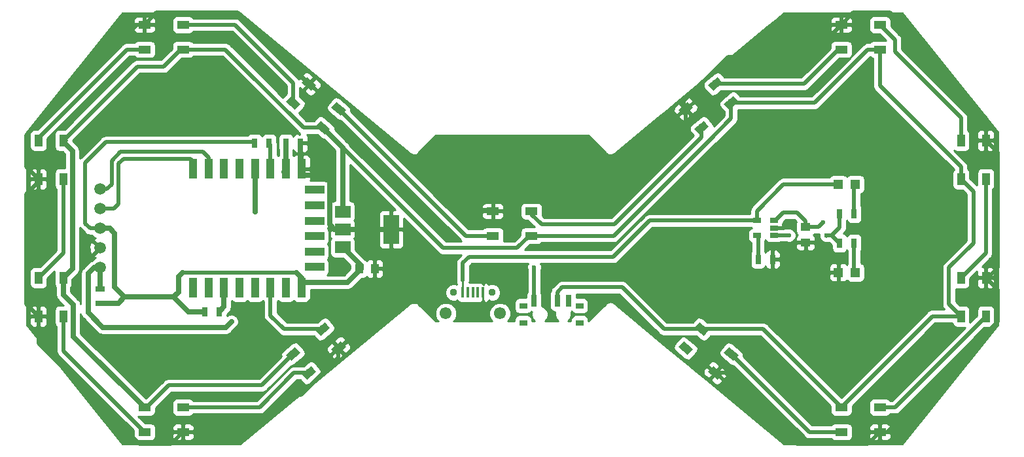
<source format=gtl>
G04 #@! TF.GenerationSoftware,KiCad,Pcbnew,(5.0.2-5-10.14)*
G04 #@! TF.CreationDate,2019-03-10T19:37:14-04:00*
G04 #@! TF.ProjectId,glowtie,676c6f77-7469-4652-9e6b-696361645f70,rev?*
G04 #@! TF.SameCoordinates,Original*
G04 #@! TF.FileFunction,Copper,L1,Top*
G04 #@! TF.FilePolarity,Positive*
%FSLAX46Y46*%
G04 Gerber Fmt 4.6, Leading zero omitted, Abs format (unit mm)*
G04 Created by KiCad (PCBNEW (5.0.2-5-10.14)) date Sunday, March 10, 2019 at 07:37:14 PM*
%MOMM*%
%LPD*%
G01*
G04 APERTURE LIST*
G04 #@! TA.AperFunction,SMDPad,CuDef*
%ADD10C,1.000000*%
G04 #@! TD*
G04 #@! TA.AperFunction,Conductor*
%ADD11C,0.100000*%
G04 #@! TD*
G04 #@! TA.AperFunction,SMDPad,CuDef*
%ADD12R,1.600000X1.000000*%
G04 #@! TD*
G04 #@! TA.AperFunction,SMDPad,CuDef*
%ADD13R,1.000000X1.600000*%
G04 #@! TD*
G04 #@! TA.AperFunction,SMDPad,CuDef*
%ADD14R,0.700000X1.500000*%
G04 #@! TD*
G04 #@! TA.AperFunction,SMDPad,CuDef*
%ADD15R,1.000000X0.800000*%
G04 #@! TD*
G04 #@! TA.AperFunction,SMDPad,CuDef*
%ADD16R,2.000000X3.800000*%
G04 #@! TD*
G04 #@! TA.AperFunction,SMDPad,CuDef*
%ADD17R,2.000000X1.500000*%
G04 #@! TD*
G04 #@! TA.AperFunction,SMDPad,CuDef*
%ADD18R,1.100000X2.500000*%
G04 #@! TD*
G04 #@! TA.AperFunction,SMDPad,CuDef*
%ADD19R,2.500000X1.100000*%
G04 #@! TD*
G04 #@! TA.AperFunction,SMDPad,CuDef*
%ADD20R,1.060000X0.650000*%
G04 #@! TD*
G04 #@! TA.AperFunction,SMDPad,CuDef*
%ADD21R,1.000000X1.250000*%
G04 #@! TD*
G04 #@! TA.AperFunction,SMDPad,CuDef*
%ADD22R,1.250000X1.000000*%
G04 #@! TD*
G04 #@! TA.AperFunction,SMDPad,CuDef*
%ADD23R,1.200000X1.200000*%
G04 #@! TD*
G04 #@! TA.AperFunction,ComponentPad*
%ADD24C,1.550000*%
G04 #@! TD*
G04 #@! TA.AperFunction,ComponentPad*
%ADD25C,0.950000*%
G04 #@! TD*
G04 #@! TA.AperFunction,SMDPad,CuDef*
%ADD26R,0.400000X1.350000*%
G04 #@! TD*
G04 #@! TA.AperFunction,SMDPad,CuDef*
%ADD27R,0.700000X1.300000*%
G04 #@! TD*
G04 #@! TA.AperFunction,SMDPad,CuDef*
%ADD28R,1.300000X0.700000*%
G04 #@! TD*
G04 #@! TA.AperFunction,BGAPad,CuDef*
%ADD29C,1.500000*%
G04 #@! TD*
G04 #@! TA.AperFunction,ViaPad*
%ADD30C,0.600000*%
G04 #@! TD*
G04 #@! TA.AperFunction,Conductor*
%ADD31C,0.508000*%
G04 #@! TD*
G04 #@! TA.AperFunction,Conductor*
%ADD32C,0.254000*%
G04 #@! TD*
G04 #@! TA.AperFunction,Conductor*
%ADD33C,0.635000*%
G04 #@! TD*
G04 #@! TA.AperFunction,Conductor*
%ADD34C,0.500000*%
G04 #@! TD*
G04 APERTURE END LIST*
D10*
G04 #@! TO.P,LED1,3*
G04 #@! TO.N,GND*
X53743571Y-56768702D03*
D11*
G04 #@! TD*
G04 #@! TO.N,GND*
G04 #@! TO.C,LED1*
G36*
X53452129Y-57665954D02*
X52809342Y-56899910D01*
X54035013Y-55871450D01*
X54677800Y-56637494D01*
X53452129Y-57665954D01*
X53452129Y-57665954D01*
G37*
D10*
G04 #@! TO.P,LED1,4*
G04 #@! TO.N,LED_SIG*
X51686651Y-54317360D03*
D11*
G04 #@! TD*
G04 #@! TO.N,LED_SIG*
G04 #@! TO.C,LED1*
G36*
X51395209Y-55214612D02*
X50752422Y-54448568D01*
X51978093Y-53420108D01*
X52620880Y-54186152D01*
X51395209Y-55214612D01*
X51395209Y-55214612D01*
G37*
D10*
G04 #@! TO.P,LED1,2*
G04 #@! TO.N,Net-(LED1-Pad2)*
X49913349Y-59982640D03*
D11*
G04 #@! TD*
G04 #@! TO.N,Net-(LED1-Pad2)*
G04 #@! TO.C,LED1*
G36*
X49621907Y-60879892D02*
X48979120Y-60113848D01*
X50204791Y-59085388D01*
X50847578Y-59851432D01*
X49621907Y-60879892D01*
X49621907Y-60879892D01*
G37*
D10*
G04 #@! TO.P,LED1,1*
G04 #@! TO.N,+BATT*
X47856429Y-57531298D03*
D11*
G04 #@! TD*
G04 #@! TO.N,+BATT*
G04 #@! TO.C,LED1*
G36*
X47564987Y-58428550D02*
X46922200Y-57662506D01*
X48147871Y-56634046D01*
X48790658Y-57400090D01*
X47564987Y-58428550D01*
X47564987Y-58428550D01*
G37*
D12*
G04 #@! TO.P,LED2,3*
G04 #@! TO.N,GND*
X33615000Y-67640000D03*
G04 #@! TO.P,LED2,4*
G04 #@! TO.N,Net-(LED1-Pad2)*
X33615000Y-64440000D03*
G04 #@! TO.P,LED2,2*
G04 #@! TO.N,Net-(LED2-Pad2)*
X28615000Y-67640000D03*
G04 #@! TO.P,LED2,1*
G04 #@! TO.N,+BATT*
X28615000Y-64440000D03*
G04 #@! TD*
D13*
G04 #@! TO.P,LED3,3*
G04 #@! TO.N,GND*
X14910000Y-52665000D03*
G04 #@! TO.P,LED3,4*
G04 #@! TO.N,Net-(LED2-Pad2)*
X18110000Y-52665000D03*
G04 #@! TO.P,LED3,2*
G04 #@! TO.N,Net-(LED3-Pad2)*
X14910000Y-47665000D03*
G04 #@! TO.P,LED3,1*
G04 #@! TO.N,+BATT*
X18110000Y-47665000D03*
G04 #@! TD*
G04 #@! TO.P,LED4,3*
G04 #@! TO.N,GND*
X14910000Y-34885000D03*
G04 #@! TO.P,LED4,4*
G04 #@! TO.N,Net-(LED3-Pad2)*
X18110000Y-34885000D03*
G04 #@! TO.P,LED4,2*
G04 #@! TO.N,Net-(LED4-Pad2)*
X14910000Y-29885000D03*
G04 #@! TO.P,LED4,1*
G04 #@! TO.N,+BATT*
X18110000Y-29885000D03*
G04 #@! TD*
D12*
G04 #@! TO.P,LED5,3*
G04 #@! TO.N,GND*
X28615000Y-14910000D03*
G04 #@! TO.P,LED5,4*
G04 #@! TO.N,Net-(LED4-Pad2)*
X28615000Y-18110000D03*
G04 #@! TO.P,LED5,2*
G04 #@! TO.N,Net-(LED5-Pad2)*
X33615000Y-14910000D03*
G04 #@! TO.P,LED5,1*
G04 #@! TO.N,+BATT*
X33615000Y-18110000D03*
G04 #@! TD*
D10*
G04 #@! TO.P,LED6,3*
G04 #@! TO.N,GND*
X49913349Y-22567360D03*
D11*
G04 #@! TD*
G04 #@! TO.N,GND*
G04 #@! TO.C,LED6*
G36*
X50847578Y-22698568D02*
X50204791Y-23464612D01*
X48979120Y-22436152D01*
X49621907Y-21670108D01*
X50847578Y-22698568D01*
X50847578Y-22698568D01*
G37*
D10*
G04 #@! TO.P,LED6,4*
G04 #@! TO.N,Net-(LED5-Pad2)*
X47856429Y-25018702D03*
D11*
G04 #@! TD*
G04 #@! TO.N,Net-(LED5-Pad2)*
G04 #@! TO.C,LED6*
G36*
X48790658Y-25149910D02*
X48147871Y-25915954D01*
X46922200Y-24887494D01*
X47564987Y-24121450D01*
X48790658Y-25149910D01*
X48790658Y-25149910D01*
G37*
D10*
G04 #@! TO.P,LED6,2*
G04 #@! TO.N,Net-(LED6-Pad2)*
X53743571Y-25781298D03*
D11*
G04 #@! TD*
G04 #@! TO.N,Net-(LED6-Pad2)*
G04 #@! TO.C,LED6*
G36*
X54677800Y-25912506D02*
X54035013Y-26678550D01*
X52809342Y-25650090D01*
X53452129Y-24884046D01*
X54677800Y-25912506D01*
X54677800Y-25912506D01*
G37*
D10*
G04 #@! TO.P,LED6,1*
G04 #@! TO.N,+BATT*
X51686651Y-28232640D03*
D11*
G04 #@! TD*
G04 #@! TO.N,+BATT*
G04 #@! TO.C,LED6*
G36*
X52620880Y-28363848D02*
X51978093Y-29129892D01*
X50752422Y-28101432D01*
X51395209Y-27335388D01*
X52620880Y-28363848D01*
X52620880Y-28363848D01*
G37*
D12*
G04 #@! TO.P,LED7,3*
G04 #@! TO.N,GND*
X73700000Y-39040000D03*
G04 #@! TO.P,LED7,4*
G04 #@! TO.N,Net-(LED6-Pad2)*
X73700000Y-42240000D03*
G04 #@! TO.P,LED7,2*
G04 #@! TO.N,Net-(LED7-Pad2)*
X78700000Y-39040000D03*
G04 #@! TO.P,LED7,1*
G04 #@! TO.N,+BATT*
X78700000Y-42240000D03*
G04 #@! TD*
D10*
G04 #@! TO.P,LED8,3*
G04 #@! TO.N,GND*
X98656429Y-25781298D03*
D11*
G04 #@! TD*
G04 #@! TO.N,GND*
G04 #@! TO.C,LED8*
G36*
X98947871Y-24884046D02*
X99590658Y-25650090D01*
X98364987Y-26678550D01*
X97722200Y-25912506D01*
X98947871Y-24884046D01*
X98947871Y-24884046D01*
G37*
D10*
G04 #@! TO.P,LED8,4*
G04 #@! TO.N,Net-(LED7-Pad2)*
X100713349Y-28232640D03*
D11*
G04 #@! TD*
G04 #@! TO.N,Net-(LED7-Pad2)*
G04 #@! TO.C,LED8*
G36*
X101004791Y-27335388D02*
X101647578Y-28101432D01*
X100421907Y-29129892D01*
X99779120Y-28363848D01*
X101004791Y-27335388D01*
X101004791Y-27335388D01*
G37*
D10*
G04 #@! TO.P,LED8,2*
G04 #@! TO.N,Net-(LED8-Pad2)*
X102486651Y-22567360D03*
D11*
G04 #@! TD*
G04 #@! TO.N,Net-(LED8-Pad2)*
G04 #@! TO.C,LED8*
G36*
X102778093Y-21670108D02*
X103420880Y-22436152D01*
X102195209Y-23464612D01*
X101552422Y-22698568D01*
X102778093Y-21670108D01*
X102778093Y-21670108D01*
G37*
D10*
G04 #@! TO.P,LED8,1*
G04 #@! TO.N,+BATT*
X104543571Y-25018702D03*
D11*
G04 #@! TD*
G04 #@! TO.N,+BATT*
G04 #@! TO.C,LED8*
G36*
X104835013Y-24121450D02*
X105477800Y-24887494D01*
X104252129Y-25915954D01*
X103609342Y-25149910D01*
X104835013Y-24121450D01*
X104835013Y-24121450D01*
G37*
D12*
G04 #@! TO.P,LED9,3*
G04 #@! TO.N,GND*
X118785000Y-14910000D03*
G04 #@! TO.P,LED9,4*
G04 #@! TO.N,Net-(LED8-Pad2)*
X118785000Y-18110000D03*
G04 #@! TO.P,LED9,2*
G04 #@! TO.N,Net-(LED10-Pad4)*
X123785000Y-14910000D03*
G04 #@! TO.P,LED9,1*
G04 #@! TO.N,+BATT*
X123785000Y-18110000D03*
G04 #@! TD*
D14*
G04 #@! TO.P,SW1,1*
G04 #@! TO.N,Net-(10uF2-Pad1)*
X79030000Y-50640000D03*
G04 #@! TO.P,SW1,2*
G04 #@! TO.N,+BATT*
X82030000Y-50640000D03*
G04 #@! TO.P,SW1,3*
G04 #@! TO.N,Net-(SW1-Pad3)*
X83530000Y-50640000D03*
D15*
G04 #@! TO.P,SW1,*
G04 #@! TO.N,*
X77630000Y-53500000D03*
X84930000Y-53500000D03*
X84930000Y-51290000D03*
X77630000Y-51290000D03*
G04 #@! TD*
D13*
G04 #@! TO.P,LED10,3*
G04 #@! TO.N,GND*
X137490000Y-29885000D03*
G04 #@! TO.P,LED10,4*
G04 #@! TO.N,Net-(LED10-Pad4)*
X134290000Y-29885000D03*
G04 #@! TO.P,LED10,2*
G04 #@! TO.N,Net-(LED10-Pad2)*
X137490000Y-34885000D03*
G04 #@! TO.P,LED10,1*
G04 #@! TO.N,+BATT*
X134290000Y-34885000D03*
G04 #@! TD*
G04 #@! TO.P,LED11,3*
G04 #@! TO.N,GND*
X137490000Y-47665000D03*
G04 #@! TO.P,LED11,4*
G04 #@! TO.N,Net-(LED10-Pad2)*
X134290000Y-47665000D03*
G04 #@! TO.P,LED11,2*
G04 #@! TO.N,Net-(LED11-Pad2)*
X137490000Y-52665000D03*
G04 #@! TO.P,LED11,1*
G04 #@! TO.N,+BATT*
X134290000Y-52665000D03*
G04 #@! TD*
D12*
G04 #@! TO.P,LED12,3*
G04 #@! TO.N,GND*
X123785000Y-67640000D03*
G04 #@! TO.P,LED12,4*
G04 #@! TO.N,Net-(LED11-Pad2)*
X123785000Y-64440000D03*
G04 #@! TO.P,LED12,2*
G04 #@! TO.N,Net-(LED12-Pad2)*
X118785000Y-67640000D03*
G04 #@! TO.P,LED12,1*
G04 #@! TO.N,+BATT*
X118785000Y-64440000D03*
G04 #@! TD*
D10*
G04 #@! TO.P,LED13,3*
G04 #@! TO.N,GND*
X102486651Y-59982640D03*
D11*
G04 #@! TD*
G04 #@! TO.N,GND*
G04 #@! TO.C,LED13*
G36*
X101552422Y-59851432D02*
X102195209Y-59085388D01*
X103420880Y-60113848D01*
X102778093Y-60879892D01*
X101552422Y-59851432D01*
X101552422Y-59851432D01*
G37*
D10*
G04 #@! TO.P,LED13,4*
G04 #@! TO.N,Net-(LED12-Pad2)*
X104543571Y-57531298D03*
D11*
G04 #@! TD*
G04 #@! TO.N,Net-(LED12-Pad2)*
G04 #@! TO.C,LED13*
G36*
X103609342Y-57400090D02*
X104252129Y-56634046D01*
X105477800Y-57662506D01*
X104835013Y-58428550D01*
X103609342Y-57400090D01*
X103609342Y-57400090D01*
G37*
D10*
G04 #@! TO.P,LED13,2*
G04 #@! TO.N,Net-(LED13-Pad2)*
X98656429Y-56768702D03*
D11*
G04 #@! TD*
G04 #@! TO.N,Net-(LED13-Pad2)*
G04 #@! TO.C,LED13*
G36*
X97722200Y-56637494D02*
X98364987Y-55871450D01*
X99590658Y-56899910D01*
X98947871Y-57665954D01*
X97722200Y-56637494D01*
X97722200Y-56637494D01*
G37*
D10*
G04 #@! TO.P,LED13,1*
G04 #@! TO.N,+BATT*
X100713349Y-54317360D03*
D11*
G04 #@! TD*
G04 #@! TO.N,+BATT*
G04 #@! TO.C,LED13*
G36*
X99779120Y-54186152D02*
X100421907Y-53420108D01*
X101647578Y-54448568D01*
X101004791Y-55214612D01*
X99779120Y-54186152D01*
X99779120Y-54186152D01*
G37*
D16*
G04 #@! TO.P,U2,4*
G04 #@! TO.N,GND*
X60554000Y-41402000D03*
D17*
G04 #@! TO.P,U2,2*
X54254000Y-41402000D03*
G04 #@! TO.P,U2,3*
G04 #@! TO.N,+3V3*
X54254000Y-43702000D03*
G04 #@! TO.P,U2,1*
G04 #@! TO.N,+BATT*
X54254000Y-39102000D03*
G04 #@! TD*
D18*
G04 #@! TO.P,U3,1*
G04 #@! TO.N,Net-(U3-Pad1)*
X34925000Y-48960000D03*
G04 #@! TO.P,U3,2*
G04 #@! TO.N,Net-(U3-Pad2)*
X36925000Y-48960000D03*
G04 #@! TO.P,U3,3*
G04 #@! TO.N,Net-(R1-Pad2)*
X38925000Y-48960000D03*
G04 #@! TO.P,U3,4*
G04 #@! TO.N,Net-(U3-Pad4)*
X40925000Y-48960000D03*
G04 #@! TO.P,U3,5*
G04 #@! TO.N,Net-(U3-Pad5)*
X42925000Y-48960000D03*
G04 #@! TO.P,U3,6*
G04 #@! TO.N,LED_SIG*
X44925000Y-48960000D03*
G04 #@! TO.P,U3,7*
G04 #@! TO.N,Net-(U3-Pad7)*
X46925000Y-48960000D03*
G04 #@! TO.P,U3,8*
G04 #@! TO.N,+3V3*
X48925000Y-48960000D03*
G04 #@! TO.P,U3,9*
G04 #@! TO.N,GND*
X48925000Y-33560000D03*
G04 #@! TO.P,U3,10*
G04 #@! TO.N,Net-(R3-Pad1)*
X46925000Y-33560000D03*
G04 #@! TO.P,U3,11*
G04 #@! TO.N,Net-(R5-Pad2)*
X44925000Y-33560000D03*
G04 #@! TO.P,U3,12*
G04 #@! TO.N,Net-(J5-Pad1)*
X42925000Y-33560000D03*
G04 #@! TO.P,U3,13*
G04 #@! TO.N,Net-(U3-Pad13)*
X40925000Y-33560000D03*
G04 #@! TO.P,U3,14*
G04 #@! TO.N,Net-(U3-Pad14)*
X38925000Y-33560000D03*
G04 #@! TO.P,U3,15*
G04 #@! TO.N,Net-(J2-Pad1)*
X36925000Y-33560000D03*
G04 #@! TO.P,U3,16*
G04 #@! TO.N,Net-(J4-Pad1)*
X34925000Y-33560000D03*
D19*
G04 #@! TO.P,U3,17*
G04 #@! TO.N,Net-(U3-Pad17)*
X50625000Y-46270000D03*
G04 #@! TO.P,U3,18*
G04 #@! TO.N,Net-(U3-Pad18)*
X50625000Y-44270000D03*
G04 #@! TO.P,U3,19*
G04 #@! TO.N,Net-(U3-Pad19)*
X50625000Y-42270000D03*
G04 #@! TO.P,U3,20*
G04 #@! TO.N,Net-(U3-Pad20)*
X50625000Y-40270000D03*
G04 #@! TO.P,U3,21*
G04 #@! TO.N,Net-(U3-Pad21)*
X50625000Y-38270000D03*
G04 #@! TO.P,U3,22*
G04 #@! TO.N,Net-(U3-Pad22)*
X50625000Y-36270000D03*
G04 #@! TD*
D20*
G04 #@! TO.P,U1,1*
G04 #@! TO.N,Net-(R470-Pad1)*
X110066000Y-42161500D03*
G04 #@! TO.P,U1,2*
G04 #@! TO.N,GND*
X110066000Y-41211500D03*
G04 #@! TO.P,U1,3*
G04 #@! TO.N,Net-(10uF2-Pad1)*
X110066000Y-40261500D03*
G04 #@! TO.P,U1,4*
G04 #@! TO.N,Net-(D1-Pad2)*
X107866000Y-40261500D03*
G04 #@! TO.P,U1,5*
G04 #@! TO.N,Net-(R2-Pad1)*
X107866000Y-42161500D03*
G04 #@! TD*
D21*
G04 #@! TO.P,1uF3,1*
G04 #@! TO.N,+3V3*
X56404000Y-46482000D03*
G04 #@! TO.P,1uF3,2*
G04 #@! TO.N,GND*
X58404000Y-46482000D03*
G04 #@! TD*
D22*
G04 #@! TO.P,10uF2,1*
G04 #@! TO.N,Net-(10uF2-Pad1)*
X114173000Y-41100500D03*
G04 #@! TO.P,10uF2,2*
G04 #@! TO.N,GND*
X114173000Y-43100500D03*
G04 #@! TD*
D23*
G04 #@! TO.P,D1,2*
G04 #@! TO.N,Net-(D1-Pad2)*
X118407000Y-35560000D03*
G04 #@! TO.P,D1,1*
G04 #@! TO.N,Net-(D1-Pad1)*
X120607000Y-35560000D03*
G04 #@! TD*
G04 #@! TO.P,D2,2*
G04 #@! TO.N,Net-(D2-Pad2)*
X120607000Y-46990000D03*
G04 #@! TO.P,D2,1*
G04 #@! TO.N,GND*
X118407000Y-46990000D03*
G04 #@! TD*
D24*
G04 #@! TO.P,J1,6*
G04 #@! TO.N,Net-(J1-Pad6)*
X74620000Y-52277000D03*
X67620000Y-52277000D03*
D25*
X73620000Y-49577000D03*
X68620000Y-49577000D03*
D26*
G04 #@! TO.P,J1,5*
G04 #@! TO.N,GND*
X72420000Y-49577000D03*
G04 #@! TO.P,J1,4*
G04 #@! TO.N,Net-(J1-Pad4)*
X71770000Y-49577000D03*
G04 #@! TO.P,J1,3*
G04 #@! TO.N,Net-(J1-Pad3)*
X71120000Y-49577000D03*
G04 #@! TO.P,J1,2*
G04 #@! TO.N,Net-(J1-Pad2)*
X70470000Y-49577000D03*
G04 #@! TO.P,J1,1*
G04 #@! TO.N,Net-(D1-Pad2)*
X69820000Y-49577000D03*
G04 #@! TD*
D27*
G04 #@! TO.P,R1,1*
G04 #@! TO.N,+3V3*
X36388000Y-52070000D03*
G04 #@! TO.P,R1,2*
G04 #@! TO.N,Net-(R1-Pad2)*
X38288000Y-52070000D03*
G04 #@! TD*
G04 #@! TO.P,R2,1*
G04 #@! TO.N,Net-(R2-Pad1)*
X108016000Y-45275500D03*
G04 #@! TO.P,R2,2*
G04 #@! TO.N,GND*
X109916000Y-45275500D03*
G04 #@! TD*
G04 #@! TO.P,R3,1*
G04 #@! TO.N,Net-(R3-Pad1)*
X46929000Y-30226000D03*
G04 #@! TO.P,R3,2*
G04 #@! TO.N,GND*
X48829000Y-30226000D03*
G04 #@! TD*
D28*
G04 #@! TO.P,R4,1*
G04 #@! TO.N,+3V3*
X22860000Y-50988000D03*
G04 #@! TO.P,R4,2*
G04 #@! TO.N,Net-(J5-Pad1)*
X22860000Y-49088000D03*
G04 #@! TD*
D27*
G04 #@! TO.P,R5,1*
G04 #@! TO.N,+3V3*
X42865000Y-30226000D03*
G04 #@! TO.P,R5,2*
G04 #@! TO.N,Net-(R5-Pad2)*
X44765000Y-30226000D03*
G04 #@! TD*
G04 #@! TO.P,R470,1*
G04 #@! TO.N,Net-(R470-Pad1)*
X118557000Y-39370000D03*
G04 #@! TO.P,R470,2*
G04 #@! TO.N,Net-(D1-Pad1)*
X120457000Y-39370000D03*
G04 #@! TD*
G04 #@! TO.P,R470_1,1*
G04 #@! TO.N,Net-(R470-Pad1)*
X118557000Y-43180000D03*
G04 #@! TO.P,R470_1,2*
G04 #@! TO.N,Net-(D2-Pad2)*
X120457000Y-43180000D03*
G04 #@! TD*
D29*
G04 #@! TO.P,J2,1*
G04 #@! TO.N,Net-(J2-Pad1)*
X22860000Y-36195000D03*
G04 #@! TD*
G04 #@! TO.P,J4,1*
G04 #@! TO.N,Net-(J4-Pad1)*
X22860000Y-38735000D03*
G04 #@! TD*
G04 #@! TO.P,J5,1*
G04 #@! TO.N,Net-(J5-Pad1)*
X22860000Y-46355000D03*
G04 #@! TD*
G04 #@! TO.P,J10,1*
G04 #@! TO.N,+3V3*
X22860000Y-41275000D03*
G04 #@! TD*
G04 #@! TO.P,J11,1*
G04 #@! TO.N,GND*
X22860000Y-43815000D03*
G04 #@! TD*
D30*
G04 #@! TO.N,GND*
X112014000Y-40576500D03*
X115951000Y-44132500D03*
X71501000Y-38989000D03*
X63119000Y-41402000D03*
X113030000Y-20574000D03*
X51816000Y-32639000D03*
X21590000Y-42545000D03*
X44450000Y-27051000D03*
G04 #@! TO.N,Net-(10uF2-Pad1)*
X79057500Y-46291500D03*
X116459000Y-40449500D03*
G04 #@! TO.N,Net-(R470-Pad1)*
X116840000Y-42164000D03*
X112014000Y-42164000D03*
G04 #@! TO.N,Net-(J5-Pad1)*
X42926000Y-39116000D03*
X39878000Y-53340000D03*
G04 #@! TD*
D31*
G04 #@! TO.N,GND*
X110066000Y-41211500D02*
X111379000Y-41211500D01*
X111379000Y-41211500D02*
X112014000Y-40576500D01*
X73700000Y-39040000D02*
X76276000Y-39040000D01*
X98656429Y-29867571D02*
X98656429Y-25781298D01*
X89154000Y-39370000D02*
X98656429Y-29867571D01*
X81407000Y-39370000D02*
X89154000Y-39370000D01*
X79883000Y-37846000D02*
X81407000Y-39370000D01*
X77470000Y-37846000D02*
X79883000Y-37846000D01*
X76276000Y-39040000D02*
X77470000Y-37846000D01*
D32*
X65151000Y-50927000D02*
X72136000Y-50927000D01*
X65151000Y-50927000D02*
X59585273Y-50927000D01*
X53743571Y-56768702D02*
X59585273Y-50927000D01*
X72420000Y-50643000D02*
X72420000Y-49577000D01*
X72136000Y-50927000D02*
X72420000Y-50643000D01*
D33*
X73649000Y-38989000D02*
X71501000Y-38989000D01*
D31*
X63119000Y-41402000D02*
X60554000Y-41402000D01*
D33*
X73649000Y-38989000D02*
X73700000Y-39040000D01*
X48829000Y-30226000D02*
X48829000Y-34164000D01*
X48829000Y-34164000D02*
X48925000Y-34260000D01*
D31*
X114554000Y-19050000D02*
X113030000Y-20574000D01*
X104140000Y-19050000D02*
X99949000Y-23241000D01*
X99949000Y-23241000D02*
X98425000Y-24765000D01*
X98425000Y-24765000D02*
X98425000Y-25549869D01*
X98425000Y-25549869D02*
X98656429Y-25781298D01*
X51816000Y-34417000D02*
X51816000Y-32639000D01*
D33*
X52578000Y-35179000D02*
X51816000Y-34417000D01*
X53213000Y-41402000D02*
X52578000Y-40767000D01*
X52578000Y-40767000D02*
X52578000Y-35179000D01*
X54254000Y-41402000D02*
X53213000Y-41402000D01*
X51816000Y-34417000D02*
X49082000Y-34417000D01*
X49082000Y-34417000D02*
X48925000Y-34260000D01*
X54254000Y-41402000D02*
X60554000Y-41402000D01*
D34*
X33615000Y-67640000D02*
X42215000Y-67640000D01*
X42215000Y-67640000D02*
X46990000Y-62865000D01*
X46990000Y-62865000D02*
X48895000Y-62865000D01*
X48895000Y-62865000D02*
X53743571Y-58016429D01*
X53743571Y-58016429D02*
X53743571Y-56768702D01*
X14910000Y-52665000D02*
X14910000Y-56185000D01*
X14910000Y-56185000D02*
X27940000Y-69215000D01*
X27940000Y-69215000D02*
X32040000Y-69215000D01*
X32040000Y-69215000D02*
X33615000Y-67640000D01*
X14910000Y-34885000D02*
X14910000Y-35255000D01*
X14910000Y-35255000D02*
X13335000Y-36830000D01*
X13335000Y-51090000D02*
X14910000Y-52665000D01*
X13335000Y-36830000D02*
X13335000Y-51090000D01*
X28615000Y-14910000D02*
X27635000Y-14910000D01*
X13335000Y-33310000D02*
X14910000Y-34885000D01*
X13335000Y-29210000D02*
X13335000Y-33310000D01*
X27635000Y-14910000D02*
X13335000Y-29210000D01*
X49913349Y-22567360D02*
X49872360Y-22567360D01*
X49872360Y-22567360D02*
X40640000Y-13335000D01*
X30190000Y-13335000D02*
X28615000Y-14910000D01*
X40640000Y-13335000D02*
X30190000Y-13335000D01*
X104140000Y-19050000D02*
X114554000Y-19050000D01*
X114554000Y-19050000D02*
X114645000Y-19050000D01*
X114645000Y-19050000D02*
X118785000Y-14910000D01*
X137490000Y-29885000D02*
X137490000Y-27000000D01*
X120360000Y-13335000D02*
X118785000Y-14910000D01*
X125095000Y-13335000D02*
X120360000Y-13335000D01*
X125730000Y-13970000D02*
X125095000Y-13335000D01*
X125730000Y-15240000D02*
X125730000Y-13970000D01*
X137490000Y-27000000D02*
X125730000Y-15240000D01*
X137490000Y-47665000D02*
X137755000Y-47665000D01*
X137755000Y-47665000D02*
X139065000Y-46355000D01*
X139065000Y-31460000D02*
X137490000Y-29885000D01*
X139065000Y-46355000D02*
X139065000Y-31460000D01*
X123785000Y-67640000D02*
X124765000Y-67640000D01*
X139065000Y-49240000D02*
X137490000Y-47665000D01*
X139065000Y-53340000D02*
X139065000Y-49240000D01*
X124765000Y-67640000D02*
X139065000Y-53340000D01*
X102486651Y-59982640D02*
X103797640Y-59982640D01*
X122210000Y-69215000D02*
X123785000Y-67640000D01*
X113030000Y-69215000D02*
X122210000Y-69215000D01*
X103797640Y-59982640D02*
X113030000Y-69215000D01*
D33*
G04 #@! TO.N,+3V3*
X22860000Y-50988000D02*
X25212000Y-50988000D01*
X25212000Y-50988000D02*
X26035000Y-50165000D01*
X36388000Y-52070000D02*
X34290000Y-52070000D01*
X34290000Y-52070000D02*
X32385000Y-50165000D01*
D31*
X42738000Y-30099000D02*
X41148000Y-30099000D01*
X21590000Y-41275000D02*
X20955000Y-40640000D01*
X20955000Y-40640000D02*
X20955000Y-32766000D01*
X20955000Y-32766000D02*
X23622000Y-30099000D01*
X23622000Y-30099000D02*
X41148000Y-30099000D01*
X21590000Y-41275000D02*
X22860000Y-41275000D01*
X42738000Y-30099000D02*
X42865000Y-30226000D01*
X42418000Y-46990000D02*
X33528000Y-46990000D01*
X48260000Y-46990000D02*
X42418000Y-46990000D01*
D33*
X33020000Y-47498000D02*
X33020000Y-49530000D01*
X33020000Y-49530000D02*
X32385000Y-50165000D01*
X32385000Y-50165000D02*
X26035000Y-50165000D01*
X48925000Y-48260000D02*
X48925000Y-47655000D01*
X48260000Y-46990000D02*
X48925000Y-47655000D01*
X33020000Y-47498000D02*
X33528000Y-46990000D01*
X24130000Y-41275000D02*
X22860000Y-41275000D01*
X24765000Y-41910000D02*
X24130000Y-41275000D01*
X24765000Y-48895000D02*
X24765000Y-41910000D01*
X26035000Y-50165000D02*
X24765000Y-48895000D01*
X48925000Y-48260000D02*
X54864000Y-48260000D01*
X54864000Y-48260000D02*
X54876000Y-48260000D01*
X54876000Y-48260000D02*
X56654000Y-46482000D01*
X56654000Y-46482000D02*
X56654000Y-46102000D01*
X56654000Y-46102000D02*
X54254000Y-43702000D01*
D31*
G04 #@! TO.N,Net-(J2-Pad1)*
X22860000Y-36195000D02*
X23749000Y-36195000D01*
X36925000Y-32099000D02*
X36925000Y-34260000D01*
X36195000Y-31369000D02*
X36925000Y-32099000D01*
X25527000Y-31369000D02*
X36195000Y-31369000D01*
X24384000Y-32512000D02*
X25527000Y-31369000D01*
X24384000Y-35560000D02*
X24384000Y-32512000D01*
X23749000Y-36195000D02*
X24384000Y-35560000D01*
D32*
X36925000Y-34260000D02*
X36925000Y-32861000D01*
X36925000Y-32480000D02*
X36925000Y-34260000D01*
D31*
G04 #@! TO.N,Net-(J4-Pad1)*
X33274000Y-32258000D02*
X34544000Y-32258000D01*
X24638000Y-38735000D02*
X25273000Y-38100000D01*
X25273000Y-38100000D02*
X25273000Y-32893000D01*
X25273000Y-32893000D02*
X25908000Y-32258000D01*
X25908000Y-32258000D02*
X33274000Y-32258000D01*
X22860000Y-38735000D02*
X24638000Y-38735000D01*
X34544000Y-32258000D02*
X34925000Y-32639000D01*
X34925000Y-32639000D02*
X34925000Y-34260000D01*
X34925000Y-33909000D02*
X34925000Y-34260000D01*
D32*
X34925000Y-34260000D02*
X34925000Y-33655000D01*
X22860000Y-38735000D02*
X22225000Y-38735000D01*
D34*
G04 #@! TO.N,Net-(LED1-Pad2)*
X33615000Y-64440000D02*
X43510000Y-64440000D01*
X47967360Y-59982640D02*
X49913349Y-59982640D01*
X43510000Y-64440000D02*
X47967360Y-59982640D01*
G04 #@! TO.N,Net-(LED2-Pad2)*
X18110000Y-52665000D02*
X18110000Y-57135000D01*
X18110000Y-57135000D02*
X28615000Y-67640000D01*
G04 #@! TO.N,Net-(LED3-Pad2)*
X18110000Y-34885000D02*
X18110000Y-44465000D01*
X18110000Y-44465000D02*
X14910000Y-47665000D01*
G04 #@! TO.N,Net-(LED4-Pad2)*
X14910000Y-29885000D02*
X14910000Y-29540000D01*
X14910000Y-29540000D02*
X26340000Y-18110000D01*
X26340000Y-18110000D02*
X28615000Y-18110000D01*
G04 #@! TO.N,Net-(LED5-Pad2)*
X47856429Y-25018702D02*
X47856429Y-22456429D01*
X40310000Y-14910000D02*
X33615000Y-14910000D01*
X47856429Y-22456429D02*
X40310000Y-14910000D01*
G04 #@! TO.N,Net-(LED6-Pad2)*
X73700000Y-42240000D02*
X70202273Y-42240000D01*
X70202273Y-42240000D02*
X53743571Y-25781298D01*
D31*
G04 #@! TO.N,Net-(LED7-Pad2)*
X78700000Y-39040000D02*
X78700000Y-39457000D01*
X78700000Y-39457000D02*
X80010000Y-40767000D01*
X80010000Y-40767000D02*
X89408000Y-40767000D01*
X89408000Y-40767000D02*
X100713349Y-29461651D01*
X100713349Y-29461651D02*
X100713349Y-28232640D01*
D34*
G04 #@! TO.N,Net-(LED8-Pad2)*
X102486651Y-22567360D02*
X113957640Y-22567360D01*
X113957640Y-22567360D02*
X114935000Y-21590000D01*
X118785000Y-18110000D02*
X118415000Y-18110000D01*
X118415000Y-18110000D02*
X114935000Y-21590000D01*
X114935000Y-21590000D02*
X114592640Y-21932360D01*
G04 #@! TO.N,Net-(LED10-Pad4)*
X134290000Y-29885000D02*
X134290000Y-26975000D01*
X125730000Y-16855000D02*
X123785000Y-14910000D01*
X125730000Y-18415000D02*
X125730000Y-16855000D01*
X134290000Y-26975000D02*
X125730000Y-18415000D01*
G04 #@! TO.N,Net-(LED10-Pad2)*
X137490000Y-40945000D02*
X137490000Y-44465000D01*
X137490000Y-34885000D02*
X137490000Y-40945000D01*
X137490000Y-44465000D02*
X134290000Y-47665000D01*
G04 #@! TO.N,Net-(LED11-Pad2)*
X123785000Y-64440000D02*
X125715000Y-64440000D01*
X125715000Y-64440000D02*
X137490000Y-52665000D01*
G04 #@! TO.N,Net-(LED12-Pad2)*
X118785000Y-67640000D02*
X114652273Y-67640000D01*
X114652273Y-67640000D02*
X104543571Y-57531298D01*
D31*
G04 #@! TO.N,Net-(R2-Pad1)*
X108016000Y-45275500D02*
X108016000Y-42311500D01*
X108016000Y-42311500D02*
X107866000Y-42161500D01*
G04 #@! TO.N,Net-(D1-Pad2)*
X107866000Y-40261500D02*
X93977500Y-40261500D01*
X93977500Y-40261500D02*
X89281000Y-44958000D01*
X86614000Y-44958000D02*
X89281000Y-44958000D01*
X86614000Y-44958000D02*
X86741000Y-44958000D01*
X111315500Y-35560000D02*
X118407000Y-35560000D01*
X107866000Y-39009500D02*
X111315500Y-35560000D01*
X107866000Y-40261500D02*
X107866000Y-39009500D01*
G04 #@! TO.N,Net-(10uF2-Pad1)*
X110066000Y-40261500D02*
X110233500Y-40261500D01*
X110233500Y-40261500D02*
X111252000Y-39243000D01*
X111252000Y-39243000D02*
X113093500Y-39243000D01*
X113093500Y-39243000D02*
X114173000Y-40322500D01*
X114173000Y-40322500D02*
X114173000Y-41100500D01*
X79030000Y-48859000D02*
X79030000Y-46319000D01*
X79030000Y-50640000D02*
X79030000Y-48859000D01*
X79030000Y-46319000D02*
X79057500Y-46291500D01*
X114173000Y-41100500D02*
X115808000Y-41100500D01*
X116459000Y-40449500D02*
X115808000Y-41100500D01*
G04 #@! TO.N,Net-(R470-Pad1)*
X110066000Y-42161500D02*
X112011500Y-42161500D01*
X116840000Y-42164000D02*
X116903500Y-42227500D01*
X112011500Y-42161500D02*
X112014000Y-42164000D01*
X116840000Y-42164000D02*
X116906000Y-42164000D01*
X117541000Y-42164000D02*
X118557000Y-43180000D01*
X116840000Y-42164000D02*
X117541000Y-42164000D01*
X118557000Y-41148000D02*
X118557000Y-39370000D01*
X117541000Y-42164000D02*
X118557000Y-41148000D01*
G04 #@! TO.N,Net-(D1-Pad1)*
X120457000Y-35710000D02*
X120607000Y-35560000D01*
X120457000Y-39370000D02*
X120457000Y-35710000D01*
G04 #@! TO.N,Net-(D2-Pad2)*
X120457000Y-46840000D02*
X120607000Y-46990000D01*
X120457000Y-43815000D02*
X120457000Y-46840000D01*
G04 #@! TO.N,+BATT*
X134290000Y-52665000D02*
X130560000Y-52665000D01*
X130560000Y-52665000D02*
X118785000Y-64440000D01*
X132715000Y-50800000D02*
X132715000Y-51090000D01*
D34*
X132715000Y-50800000D02*
X132715000Y-46355000D01*
X132715000Y-46355000D02*
X135890000Y-43180000D01*
X135890000Y-43180000D02*
X135890000Y-36485000D01*
X134290000Y-34885000D02*
X135890000Y-36485000D01*
D31*
X132715000Y-51090000D02*
X134290000Y-52665000D01*
X101536500Y-30035500D02*
X104521000Y-27051000D01*
X104521000Y-27051000D02*
X104521000Y-25041273D01*
X104521000Y-25041273D02*
X104543571Y-25018702D01*
X78700000Y-42240000D02*
X89332000Y-42240000D01*
X89332000Y-42240000D02*
X101536500Y-30035500D01*
X101536500Y-30035500D02*
X101600000Y-29972000D01*
X82030000Y-50640000D02*
X82030000Y-49542000D01*
X95846360Y-54317360D02*
X100713349Y-54317360D01*
X90424000Y-48895000D02*
X95846360Y-54317360D01*
X82677000Y-48895000D02*
X90424000Y-48895000D01*
X82030000Y-49542000D02*
X82677000Y-48895000D01*
D33*
X18110000Y-47665000D02*
X18110000Y-49860000D01*
X19431000Y-55256000D02*
X28615000Y-64440000D01*
X19431000Y-51181000D02*
X19431000Y-55256000D01*
X18110000Y-49860000D02*
X19431000Y-51181000D01*
X51686651Y-28232640D02*
X54102000Y-30647989D01*
X18110000Y-29885000D02*
X18110000Y-30048000D01*
X18110000Y-30048000D02*
X19304000Y-31242000D01*
X19304000Y-31242000D02*
X19304000Y-46471000D01*
X19304000Y-46471000D02*
X18110000Y-47665000D01*
X54254000Y-39102000D02*
X54254000Y-30799989D01*
D34*
X18110000Y-47665000D02*
X18375000Y-47665000D01*
X104543571Y-25018702D02*
X115316298Y-25018702D01*
X115316298Y-25018702D02*
X116205000Y-24130000D01*
X47507727Y-57880000D02*
X47856429Y-57531298D01*
X28615000Y-64440000D02*
X28905000Y-64440000D01*
X28905000Y-64440000D02*
X31750000Y-61595000D01*
X31750000Y-61595000D02*
X39370000Y-61595000D01*
X43792727Y-61595000D02*
X47856429Y-57531298D01*
X39370000Y-61595000D02*
X43792727Y-61595000D01*
X18110000Y-47665000D02*
X18110000Y-48590000D01*
X18110000Y-29885000D02*
X18455000Y-29885000D01*
X33615000Y-18110000D02*
X33325000Y-18110000D01*
X33325000Y-18110000D02*
X31115000Y-20320000D01*
X27675000Y-20320000D02*
X18110000Y-29885000D01*
X31115000Y-20320000D02*
X27675000Y-20320000D01*
X51686651Y-28232640D02*
X49187640Y-28232640D01*
X49187640Y-28232640D02*
X40957500Y-20002500D01*
X40957500Y-20002500D02*
X39065000Y-18110000D01*
X39065000Y-18110000D02*
X33615000Y-18110000D01*
X78700000Y-42240000D02*
X78410000Y-42240000D01*
X78410000Y-42240000D02*
X76835000Y-43815000D01*
X76835000Y-43815000D02*
X67269011Y-43815000D01*
X67269011Y-43815000D02*
X54102000Y-30647989D01*
X123785000Y-18110000D02*
X122225000Y-18110000D01*
X122225000Y-18110000D02*
X116205000Y-24130000D01*
X116205000Y-24130000D02*
X115951298Y-24383702D01*
X134290000Y-34885000D02*
X134290000Y-33325000D01*
X134290000Y-33325000D02*
X123785000Y-22820000D01*
X123785000Y-22820000D02*
X123785000Y-18110000D01*
X118785000Y-64440000D02*
X119075000Y-64440000D01*
X100713349Y-54317360D02*
X108585000Y-54317360D01*
X108585000Y-54317360D02*
X108662360Y-54317360D01*
X108662360Y-54317360D02*
X118785000Y-64440000D01*
D33*
G04 #@! TO.N,Net-(J5-Pad1)*
X21336000Y-52197000D02*
X23241000Y-54102000D01*
X21336000Y-47117000D02*
X21336000Y-52197000D01*
X22098000Y-46355000D02*
X21336000Y-47117000D01*
X42925000Y-39115000D02*
X42925000Y-34260000D01*
X42926000Y-39116000D02*
X42925000Y-39115000D01*
X39116000Y-54102000D02*
X39878000Y-53340000D01*
X23241000Y-54102000D02*
X39116000Y-54102000D01*
X22860000Y-46355000D02*
X22098000Y-46355000D01*
X22860000Y-49088000D02*
X22860000Y-46355000D01*
D32*
X22860000Y-46355000D02*
X22225000Y-46355000D01*
D34*
X42925000Y-34260000D02*
X42925000Y-32765000D01*
G04 #@! TO.N,LED_SIG*
X51686651Y-54317360D02*
X46697360Y-54317360D01*
X44925000Y-52545000D02*
X44925000Y-48260000D01*
X46697360Y-54317360D02*
X44925000Y-52545000D01*
D33*
G04 #@! TO.N,Net-(R1-Pad2)*
X38925000Y-48260000D02*
X38925000Y-51433000D01*
X38925000Y-51433000D02*
X38288000Y-52070000D01*
D32*
X38088000Y-52070000D02*
X38100000Y-52070000D01*
D33*
X38688000Y-48497000D02*
X38925000Y-48260000D01*
D34*
X38735000Y-48450000D02*
X38925000Y-48260000D01*
D33*
G04 #@! TO.N,Net-(R3-Pad1)*
X46925000Y-34260000D02*
X46925000Y-30230000D01*
X46925000Y-30230000D02*
X46929000Y-30226000D01*
X46656000Y-33991000D02*
X46925000Y-34260000D01*
D31*
G04 #@! TO.N,Net-(R5-Pad2)*
X44925000Y-34260000D02*
X44925000Y-30386000D01*
X44925000Y-30386000D02*
X44765000Y-30226000D01*
D33*
X44784000Y-34119000D02*
X44925000Y-34260000D01*
D34*
X44925000Y-34260000D02*
X44925000Y-32860000D01*
D32*
G04 #@! TO.N,Net-(D1-Pad2)*
X69820000Y-47752000D02*
X69820000Y-47036000D01*
D31*
X70612000Y-44958000D02*
X69820000Y-45750000D01*
X69820000Y-45750000D02*
X69820000Y-48006000D01*
X86614000Y-44958000D02*
X70612000Y-44958000D01*
D32*
X69820000Y-48006000D02*
X69820000Y-47752000D01*
X69820000Y-49577000D02*
X69820000Y-48006000D01*
G04 #@! TD*
G04 #@! TO.N,GND*
G36*
X62985987Y-31578689D02*
X63006144Y-31608856D01*
X63090097Y-31664952D01*
X63114904Y-31685506D01*
X63146084Y-31702361D01*
X63232727Y-31760254D01*
X63265089Y-31766691D01*
X63294121Y-31782385D01*
X63397790Y-31793088D01*
X63500000Y-31813419D01*
X63532365Y-31806981D01*
X63565190Y-31810370D01*
X63665064Y-31780585D01*
X63767273Y-31760254D01*
X63794710Y-31741922D01*
X63826335Y-31732490D01*
X63907207Y-31666753D01*
X63936665Y-31647070D01*
X63959437Y-31624298D01*
X64037797Y-31560603D01*
X64055052Y-31528683D01*
X66323736Y-29260000D01*
X86076265Y-29260000D01*
X88344949Y-31528685D01*
X88362203Y-31560603D01*
X88440558Y-31624294D01*
X88463334Y-31647070D01*
X88492798Y-31666757D01*
X88573665Y-31732490D01*
X88605289Y-31741921D01*
X88632726Y-31760254D01*
X88734934Y-31780584D01*
X88834810Y-31810370D01*
X88867638Y-31806981D01*
X88899999Y-31813418D01*
X89002203Y-31793088D01*
X89105878Y-31782385D01*
X89134910Y-31766691D01*
X89167273Y-31760254D01*
X89253921Y-31702358D01*
X89285095Y-31685506D01*
X89309898Y-31664955D01*
X89393856Y-31608856D01*
X89414014Y-31578687D01*
X95033435Y-26922595D01*
X97740832Y-26922595D01*
X97797359Y-26989962D01*
X97959740Y-27183480D01*
X98183815Y-27300126D01*
X98435473Y-27322142D01*
X98676399Y-27246178D01*
X99167096Y-26834435D01*
X99186663Y-26610783D01*
X98640775Y-25960220D01*
X97760399Y-26698943D01*
X97740832Y-26922595D01*
X95033435Y-26922595D01*
X96167441Y-25982990D01*
X97078607Y-25982990D01*
X97154571Y-26223917D01*
X97316951Y-26417434D01*
X97373479Y-26484801D01*
X97597131Y-26504368D01*
X98440195Y-25796952D01*
X98835351Y-25796952D01*
X99381238Y-26447515D01*
X99604890Y-26467082D01*
X100095587Y-26055338D01*
X100212233Y-25831263D01*
X100234251Y-25579606D01*
X100158287Y-25338679D01*
X99995907Y-25145162D01*
X99939379Y-25077795D01*
X99715727Y-25058228D01*
X98835351Y-25796952D01*
X98440195Y-25796952D01*
X98477507Y-25765644D01*
X97931620Y-25115081D01*
X97707968Y-25095514D01*
X97217271Y-25507258D01*
X97100625Y-25731333D01*
X97078607Y-25982990D01*
X96167441Y-25982990D01*
X97411965Y-24951813D01*
X98126195Y-24951813D01*
X98672083Y-25602376D01*
X99552459Y-24863653D01*
X99572026Y-24640001D01*
X99515499Y-24572634D01*
X99353118Y-24379116D01*
X99129043Y-24262470D01*
X98877385Y-24240454D01*
X98636459Y-24316418D01*
X98145762Y-24728161D01*
X98126195Y-24951813D01*
X97411965Y-24951813D01*
X109186524Y-15195750D01*
X117350000Y-15195750D01*
X117350000Y-15536310D01*
X117446673Y-15769699D01*
X117625302Y-15948327D01*
X117858691Y-16045000D01*
X118499250Y-16045000D01*
X118658000Y-15886250D01*
X118658000Y-15037000D01*
X118912000Y-15037000D01*
X118912000Y-15886250D01*
X119070750Y-16045000D01*
X119711309Y-16045000D01*
X119944698Y-15948327D01*
X120123327Y-15769699D01*
X120220000Y-15536310D01*
X120220000Y-15195750D01*
X120061250Y-15037000D01*
X118912000Y-15037000D01*
X118658000Y-15037000D01*
X117508750Y-15037000D01*
X117350000Y-15195750D01*
X109186524Y-15195750D01*
X110287286Y-14283690D01*
X117350000Y-14283690D01*
X117350000Y-14624250D01*
X117508750Y-14783000D01*
X118658000Y-14783000D01*
X118658000Y-13933750D01*
X118912000Y-13933750D01*
X118912000Y-14783000D01*
X120061250Y-14783000D01*
X120220000Y-14624250D01*
X120220000Y-14283690D01*
X120123327Y-14050301D01*
X119944698Y-13871673D01*
X119711309Y-13775000D01*
X119070750Y-13775000D01*
X118912000Y-13933750D01*
X118658000Y-13933750D01*
X118499250Y-13775000D01*
X117858691Y-13775000D01*
X117625302Y-13871673D01*
X117446673Y-14050301D01*
X117350000Y-14283690D01*
X110287286Y-14283690D01*
X111371913Y-13385000D01*
X126670772Y-13385000D01*
X139015001Y-28815286D01*
X139015000Y-53734715D01*
X126670772Y-69165000D01*
X111371913Y-69165000D01*
X101290858Y-60812125D01*
X101956417Y-60812125D01*
X101975984Y-61035777D01*
X102466681Y-61447520D01*
X102707607Y-61523484D01*
X102959265Y-61501468D01*
X103183340Y-61384822D01*
X103345721Y-61191304D01*
X103402248Y-61123937D01*
X103382681Y-60900285D01*
X102502305Y-60161562D01*
X101956417Y-60812125D01*
X101290858Y-60812125D01*
X100046334Y-59780948D01*
X100908829Y-59780948D01*
X100930847Y-60032605D01*
X101047493Y-60256680D01*
X101538190Y-60668424D01*
X101761842Y-60648857D01*
X102307729Y-59998294D01*
X102270418Y-59966986D01*
X102665573Y-59966986D01*
X103545949Y-60705710D01*
X103769601Y-60686143D01*
X103826129Y-60618776D01*
X103988509Y-60425259D01*
X104064473Y-60184332D01*
X104042455Y-59932675D01*
X103925809Y-59708600D01*
X103435112Y-59296856D01*
X103211460Y-59316423D01*
X102665573Y-59966986D01*
X102270418Y-59966986D01*
X101427353Y-59259570D01*
X101203701Y-59279137D01*
X101147173Y-59346504D01*
X100984793Y-59540021D01*
X100908829Y-59780948D01*
X100046334Y-59780948D01*
X98912328Y-58841343D01*
X101571054Y-58841343D01*
X101590621Y-59064995D01*
X102470997Y-59803718D01*
X103016885Y-59153155D01*
X102997318Y-58929503D01*
X102506621Y-58517760D01*
X102265695Y-58441796D01*
X102014037Y-58463812D01*
X101789962Y-58580458D01*
X101627581Y-58773976D01*
X101571054Y-58841343D01*
X98912328Y-58841343D01*
X96320612Y-56693922D01*
X97077224Y-56693922D01*
X97147914Y-56936449D01*
X97306034Y-57133462D01*
X98531705Y-58161922D01*
X98753182Y-58283429D01*
X99004299Y-58310930D01*
X99246826Y-58240240D01*
X99443839Y-58082120D01*
X99968781Y-57456518D01*
X102964366Y-57456518D01*
X103035056Y-57699045D01*
X103193176Y-57896058D01*
X104418847Y-58924518D01*
X104640324Y-59046025D01*
X104827184Y-59066489D01*
X113964850Y-68204156D01*
X114014224Y-68278049D01*
X114088117Y-68327423D01*
X114088118Y-68327424D01*
X114178425Y-68387765D01*
X114306963Y-68473652D01*
X114565108Y-68525000D01*
X114565112Y-68525000D01*
X114652272Y-68542337D01*
X114739432Y-68525000D01*
X117478541Y-68525000D01*
X117527191Y-68597809D01*
X117737235Y-68738157D01*
X117985000Y-68787440D01*
X119585000Y-68787440D01*
X119832765Y-68738157D01*
X120042809Y-68597809D01*
X120183157Y-68387765D01*
X120232440Y-68140000D01*
X120232440Y-67925750D01*
X122350000Y-67925750D01*
X122350000Y-68266310D01*
X122446673Y-68499699D01*
X122625302Y-68678327D01*
X122858691Y-68775000D01*
X123499250Y-68775000D01*
X123658000Y-68616250D01*
X123658000Y-67767000D01*
X123912000Y-67767000D01*
X123912000Y-68616250D01*
X124070750Y-68775000D01*
X124711309Y-68775000D01*
X124944698Y-68678327D01*
X125123327Y-68499699D01*
X125220000Y-68266310D01*
X125220000Y-67925750D01*
X125061250Y-67767000D01*
X123912000Y-67767000D01*
X123658000Y-67767000D01*
X122508750Y-67767000D01*
X122350000Y-67925750D01*
X120232440Y-67925750D01*
X120232440Y-67140000D01*
X120207316Y-67013690D01*
X122350000Y-67013690D01*
X122350000Y-67354250D01*
X122508750Y-67513000D01*
X123658000Y-67513000D01*
X123658000Y-66663750D01*
X123912000Y-66663750D01*
X123912000Y-67513000D01*
X125061250Y-67513000D01*
X125220000Y-67354250D01*
X125220000Y-67013690D01*
X125123327Y-66780301D01*
X124944698Y-66601673D01*
X124711309Y-66505000D01*
X124070750Y-66505000D01*
X123912000Y-66663750D01*
X123658000Y-66663750D01*
X123499250Y-66505000D01*
X122858691Y-66505000D01*
X122625302Y-66601673D01*
X122446673Y-66780301D01*
X122350000Y-67013690D01*
X120207316Y-67013690D01*
X120183157Y-66892235D01*
X120042809Y-66682191D01*
X119832765Y-66541843D01*
X119585000Y-66492560D01*
X117985000Y-66492560D01*
X117737235Y-66541843D01*
X117527191Y-66682191D01*
X117478541Y-66755000D01*
X115018852Y-66755000D01*
X106097819Y-57833968D01*
X106122776Y-57606078D01*
X106052086Y-57363551D01*
X105893966Y-57166538D01*
X104668295Y-56138078D01*
X104446818Y-56016571D01*
X104195701Y-55989070D01*
X103953174Y-56059760D01*
X103756161Y-56217880D01*
X103113374Y-56983924D01*
X102991867Y-57205401D01*
X102964366Y-57456518D01*
X99968781Y-57456518D01*
X100086626Y-57316076D01*
X100208133Y-57094599D01*
X100235634Y-56843482D01*
X100164944Y-56600955D01*
X100006824Y-56403942D01*
X98781153Y-55375482D01*
X98559676Y-55253975D01*
X98308559Y-55226474D01*
X98066032Y-55297164D01*
X97869019Y-55455284D01*
X97226232Y-56221328D01*
X97104725Y-56442805D01*
X97077224Y-56693922D01*
X96320612Y-56693922D01*
X89414014Y-50971313D01*
X89393856Y-50941144D01*
X89309898Y-50885045D01*
X89285095Y-50864494D01*
X89253921Y-50847642D01*
X89167273Y-50789746D01*
X89134910Y-50783309D01*
X89105878Y-50767615D01*
X89002203Y-50756912D01*
X88899999Y-50736582D01*
X88867638Y-50743019D01*
X88834810Y-50739630D01*
X88734934Y-50769416D01*
X88632726Y-50789746D01*
X88605289Y-50808079D01*
X88573665Y-50817510D01*
X88492798Y-50883243D01*
X88463334Y-50902930D01*
X88440558Y-50925706D01*
X88362203Y-50989397D01*
X88344949Y-51021315D01*
X86077440Y-53288825D01*
X86077440Y-53100000D01*
X86028157Y-52852235D01*
X85887809Y-52642191D01*
X85677765Y-52501843D01*
X85430000Y-52452560D01*
X84430000Y-52452560D01*
X84182235Y-52501843D01*
X83972191Y-52642191D01*
X83831843Y-52852235D01*
X83782560Y-53100000D01*
X83782560Y-53290000D01*
X83424421Y-53290000D01*
X83699818Y-53014603D01*
X83865000Y-52615820D01*
X83865000Y-52184180D01*
X83804218Y-52037440D01*
X83880000Y-52037440D01*
X83896280Y-52034202D01*
X83972191Y-52147809D01*
X84182235Y-52288157D01*
X84430000Y-52337440D01*
X85430000Y-52337440D01*
X85677765Y-52288157D01*
X85887809Y-52147809D01*
X86028157Y-51937765D01*
X86077440Y-51690000D01*
X86077440Y-50890000D01*
X86028157Y-50642235D01*
X85887809Y-50432191D01*
X85677765Y-50291843D01*
X85430000Y-50242560D01*
X84527440Y-50242560D01*
X84527440Y-49890000D01*
X84506356Y-49784000D01*
X90055765Y-49784000D01*
X95155831Y-54884067D01*
X95205427Y-54958293D01*
X95499490Y-55154779D01*
X95758804Y-55206360D01*
X95846359Y-55223776D01*
X95933914Y-55206360D01*
X99987719Y-55206360D01*
X100588625Y-55710580D01*
X100810102Y-55832087D01*
X101061219Y-55859588D01*
X101303746Y-55788898D01*
X101500759Y-55630778D01*
X101860244Y-55202360D01*
X108295782Y-55202360D01*
X117337560Y-64244139D01*
X117337560Y-64940000D01*
X117386843Y-65187765D01*
X117527191Y-65397809D01*
X117737235Y-65538157D01*
X117985000Y-65587440D01*
X119585000Y-65587440D01*
X119832765Y-65538157D01*
X120042809Y-65397809D01*
X120183157Y-65187765D01*
X120232440Y-64940000D01*
X120232440Y-64249795D01*
X130928236Y-53554000D01*
X133160263Y-53554000D01*
X133191843Y-53712765D01*
X133332191Y-53922809D01*
X133542235Y-54063157D01*
X133790000Y-54112440D01*
X134790000Y-54112440D01*
X134791225Y-54112196D01*
X125348422Y-63555000D01*
X125091459Y-63555000D01*
X125042809Y-63482191D01*
X124832765Y-63341843D01*
X124585000Y-63292560D01*
X122985000Y-63292560D01*
X122737235Y-63341843D01*
X122527191Y-63482191D01*
X122386843Y-63692235D01*
X122337560Y-63940000D01*
X122337560Y-64940000D01*
X122386843Y-65187765D01*
X122527191Y-65397809D01*
X122737235Y-65538157D01*
X122985000Y-65587440D01*
X124585000Y-65587440D01*
X124832765Y-65538157D01*
X125042809Y-65397809D01*
X125091459Y-65325000D01*
X125627839Y-65325000D01*
X125715000Y-65342337D01*
X125802161Y-65325000D01*
X125802165Y-65325000D01*
X126060310Y-65273652D01*
X126353049Y-65078049D01*
X126402425Y-65004153D01*
X137294139Y-54112440D01*
X137990000Y-54112440D01*
X138237765Y-54063157D01*
X138447809Y-53922809D01*
X138588157Y-53712765D01*
X138637440Y-53465000D01*
X138637440Y-51865000D01*
X138588157Y-51617235D01*
X138447809Y-51407191D01*
X138237765Y-51266843D01*
X137990000Y-51217560D01*
X136990000Y-51217560D01*
X136742235Y-51266843D01*
X136532191Y-51407191D01*
X136391843Y-51617235D01*
X136342560Y-51865000D01*
X136342560Y-52560861D01*
X135437196Y-53466225D01*
X135437440Y-53465000D01*
X135437440Y-51865000D01*
X135388157Y-51617235D01*
X135247809Y-51407191D01*
X135037765Y-51266843D01*
X134790000Y-51217560D01*
X134099795Y-51217560D01*
X133604000Y-50721765D01*
X133604000Y-50712444D01*
X133600000Y-50692335D01*
X133600000Y-49074647D01*
X133790000Y-49112440D01*
X134790000Y-49112440D01*
X135037765Y-49063157D01*
X135247809Y-48922809D01*
X135388157Y-48712765D01*
X135437440Y-48465000D01*
X135437440Y-47950750D01*
X136355000Y-47950750D01*
X136355000Y-48591309D01*
X136451673Y-48824698D01*
X136630301Y-49003327D01*
X136863690Y-49100000D01*
X137204250Y-49100000D01*
X137363000Y-48941250D01*
X137363000Y-47792000D01*
X137617000Y-47792000D01*
X137617000Y-48941250D01*
X137775750Y-49100000D01*
X138116310Y-49100000D01*
X138349699Y-49003327D01*
X138528327Y-48824698D01*
X138625000Y-48591309D01*
X138625000Y-47950750D01*
X138466250Y-47792000D01*
X137617000Y-47792000D01*
X137363000Y-47792000D01*
X136513750Y-47792000D01*
X136355000Y-47950750D01*
X135437440Y-47950750D01*
X135437440Y-47769138D01*
X136355000Y-46851578D01*
X136355000Y-47379250D01*
X136513750Y-47538000D01*
X137363000Y-47538000D01*
X137363000Y-46388750D01*
X137617000Y-46388750D01*
X137617000Y-47538000D01*
X138466250Y-47538000D01*
X138625000Y-47379250D01*
X138625000Y-46738691D01*
X138528327Y-46505302D01*
X138349699Y-46326673D01*
X138116310Y-46230000D01*
X137775750Y-46230000D01*
X137617000Y-46388750D01*
X137363000Y-46388750D01*
X137204250Y-46230000D01*
X136976579Y-46230000D01*
X138054156Y-45152423D01*
X138128049Y-45103049D01*
X138178557Y-45027460D01*
X138323651Y-44810311D01*
X138323652Y-44810310D01*
X138375000Y-44552165D01*
X138375000Y-44552161D01*
X138392337Y-44465001D01*
X138375000Y-44377841D01*
X138375000Y-36191459D01*
X138447809Y-36142809D01*
X138588157Y-35932765D01*
X138637440Y-35685000D01*
X138637440Y-34085000D01*
X138588157Y-33837235D01*
X138447809Y-33627191D01*
X138237765Y-33486843D01*
X137990000Y-33437560D01*
X136990000Y-33437560D01*
X136742235Y-33486843D01*
X136532191Y-33627191D01*
X136391843Y-33837235D01*
X136342560Y-34085000D01*
X136342560Y-35685000D01*
X136342804Y-35686225D01*
X135437440Y-34780862D01*
X135437440Y-34085000D01*
X135388157Y-33837235D01*
X135247809Y-33627191D01*
X135175000Y-33578541D01*
X135175000Y-33412159D01*
X135192337Y-33324999D01*
X135175000Y-33237839D01*
X135175000Y-33237835D01*
X135123652Y-32979690D01*
X135020095Y-32824707D01*
X134977424Y-32760845D01*
X134977423Y-32760844D01*
X134928049Y-32686951D01*
X134854156Y-32637577D01*
X133414155Y-31197576D01*
X133542235Y-31283157D01*
X133790000Y-31332440D01*
X134790000Y-31332440D01*
X135037765Y-31283157D01*
X135247809Y-31142809D01*
X135388157Y-30932765D01*
X135437440Y-30685000D01*
X135437440Y-30170750D01*
X136355000Y-30170750D01*
X136355000Y-30811309D01*
X136451673Y-31044698D01*
X136630301Y-31223327D01*
X136863690Y-31320000D01*
X137204250Y-31320000D01*
X137363000Y-31161250D01*
X137363000Y-30012000D01*
X137617000Y-30012000D01*
X137617000Y-31161250D01*
X137775750Y-31320000D01*
X138116310Y-31320000D01*
X138349699Y-31223327D01*
X138528327Y-31044698D01*
X138625000Y-30811309D01*
X138625000Y-30170750D01*
X138466250Y-30012000D01*
X137617000Y-30012000D01*
X137363000Y-30012000D01*
X136513750Y-30012000D01*
X136355000Y-30170750D01*
X135437440Y-30170750D01*
X135437440Y-29085000D01*
X135412316Y-28958691D01*
X136355000Y-28958691D01*
X136355000Y-29599250D01*
X136513750Y-29758000D01*
X137363000Y-29758000D01*
X137363000Y-28608750D01*
X137617000Y-28608750D01*
X137617000Y-29758000D01*
X138466250Y-29758000D01*
X138625000Y-29599250D01*
X138625000Y-28958691D01*
X138528327Y-28725302D01*
X138349699Y-28546673D01*
X138116310Y-28450000D01*
X137775750Y-28450000D01*
X137617000Y-28608750D01*
X137363000Y-28608750D01*
X137204250Y-28450000D01*
X136863690Y-28450000D01*
X136630301Y-28546673D01*
X136451673Y-28725302D01*
X136355000Y-28958691D01*
X135412316Y-28958691D01*
X135388157Y-28837235D01*
X135247809Y-28627191D01*
X135175000Y-28578541D01*
X135175000Y-27062159D01*
X135192337Y-26974999D01*
X135175000Y-26887839D01*
X135175000Y-26887835D01*
X135123652Y-26629690D01*
X135001926Y-26447515D01*
X134977424Y-26410845D01*
X134977423Y-26410844D01*
X134928049Y-26336951D01*
X134854156Y-26287577D01*
X126615000Y-18048422D01*
X126615000Y-16942159D01*
X126632337Y-16854999D01*
X126615000Y-16767839D01*
X126615000Y-16767835D01*
X126563652Y-16509690D01*
X126368049Y-16216951D01*
X126294156Y-16167577D01*
X125232440Y-15105862D01*
X125232440Y-14410000D01*
X125183157Y-14162235D01*
X125042809Y-13952191D01*
X124832765Y-13811843D01*
X124585000Y-13762560D01*
X122985000Y-13762560D01*
X122737235Y-13811843D01*
X122527191Y-13952191D01*
X122386843Y-14162235D01*
X122337560Y-14410000D01*
X122337560Y-15410000D01*
X122386843Y-15657765D01*
X122527191Y-15867809D01*
X122737235Y-16008157D01*
X122985000Y-16057440D01*
X123680862Y-16057440D01*
X124586225Y-16962804D01*
X124585000Y-16962560D01*
X122985000Y-16962560D01*
X122737235Y-17011843D01*
X122527191Y-17152191D01*
X122478541Y-17225000D01*
X122312161Y-17225000D01*
X122225000Y-17207663D01*
X122137839Y-17225000D01*
X122137835Y-17225000D01*
X121879690Y-17276348D01*
X121660845Y-17422576D01*
X121660844Y-17422577D01*
X121586951Y-17471951D01*
X121537577Y-17545844D01*
X120097576Y-18985846D01*
X120183157Y-18857765D01*
X120232440Y-18610000D01*
X120232440Y-17610000D01*
X120183157Y-17362235D01*
X120042809Y-17152191D01*
X119832765Y-17011843D01*
X119585000Y-16962560D01*
X117985000Y-16962560D01*
X117737235Y-17011843D01*
X117527191Y-17152191D01*
X117386843Y-17362235D01*
X117337560Y-17610000D01*
X117337560Y-17935861D01*
X114370848Y-20902574D01*
X114370845Y-20902576D01*
X113591062Y-21682360D01*
X103633546Y-21682360D01*
X103274061Y-21253942D01*
X103077048Y-21095822D01*
X102834521Y-21025132D01*
X102583404Y-21052633D01*
X102361927Y-21174140D01*
X101136256Y-22202600D01*
X100978136Y-22399613D01*
X100907446Y-22642140D01*
X100934947Y-22893257D01*
X101056454Y-23114734D01*
X101699241Y-23880778D01*
X101896254Y-24038898D01*
X102138781Y-24109588D01*
X102389898Y-24082087D01*
X102611375Y-23960580D01*
X103217048Y-23452360D01*
X113870479Y-23452360D01*
X113957640Y-23469697D01*
X114044801Y-23452360D01*
X114044805Y-23452360D01*
X114302950Y-23401012D01*
X114595689Y-23205409D01*
X114645065Y-23131513D01*
X115622424Y-22154155D01*
X115622426Y-22154152D01*
X118519139Y-19257440D01*
X119585000Y-19257440D01*
X119832765Y-19208157D01*
X119960846Y-19122575D01*
X115640848Y-23442574D01*
X115640845Y-23442576D01*
X114949720Y-24133702D01*
X105690466Y-24133702D01*
X105330981Y-23705284D01*
X105133968Y-23547164D01*
X104891441Y-23476474D01*
X104640324Y-23503975D01*
X104418847Y-23625482D01*
X103193176Y-24653942D01*
X103035056Y-24850955D01*
X102964366Y-25093482D01*
X102991867Y-25344599D01*
X103113374Y-25566076D01*
X103632000Y-26184151D01*
X103632000Y-26682764D01*
X102279165Y-28035600D01*
X102265053Y-27906743D01*
X102143546Y-27685266D01*
X101500759Y-26919222D01*
X101303746Y-26761102D01*
X101061219Y-26690412D01*
X100810102Y-26717913D01*
X100588625Y-26839420D01*
X99362954Y-27867880D01*
X99204834Y-28064893D01*
X99134144Y-28307420D01*
X99161645Y-28558537D01*
X99283152Y-28780014D01*
X99673067Y-29244697D01*
X89039765Y-39878000D01*
X80378236Y-39878000D01*
X80129654Y-39629418D01*
X80147440Y-39540000D01*
X80147440Y-38540000D01*
X80098157Y-38292235D01*
X79957809Y-38082191D01*
X79747765Y-37941843D01*
X79500000Y-37892560D01*
X77900000Y-37892560D01*
X77652235Y-37941843D01*
X77442191Y-38082191D01*
X77301843Y-38292235D01*
X77252560Y-38540000D01*
X77252560Y-39540000D01*
X77301843Y-39787765D01*
X77442191Y-39997809D01*
X77652235Y-40138157D01*
X77900000Y-40187440D01*
X78173205Y-40187440D01*
X79078324Y-41092560D01*
X77900000Y-41092560D01*
X77652235Y-41141843D01*
X77442191Y-41282191D01*
X77301843Y-41492235D01*
X77252560Y-41740000D01*
X77252560Y-42145861D01*
X76468422Y-42930000D01*
X75109647Y-42930000D01*
X75147440Y-42740000D01*
X75147440Y-41740000D01*
X75098157Y-41492235D01*
X74957809Y-41282191D01*
X74747765Y-41141843D01*
X74500000Y-41092560D01*
X72900000Y-41092560D01*
X72652235Y-41141843D01*
X72442191Y-41282191D01*
X72393541Y-41355000D01*
X70568852Y-41355000D01*
X68539602Y-39325750D01*
X72265000Y-39325750D01*
X72265000Y-39666310D01*
X72361673Y-39899699D01*
X72540302Y-40078327D01*
X72773691Y-40175000D01*
X73414250Y-40175000D01*
X73573000Y-40016250D01*
X73573000Y-39167000D01*
X73827000Y-39167000D01*
X73827000Y-40016250D01*
X73985750Y-40175000D01*
X74626309Y-40175000D01*
X74859698Y-40078327D01*
X75038327Y-39899699D01*
X75135000Y-39666310D01*
X75135000Y-39325750D01*
X74976250Y-39167000D01*
X73827000Y-39167000D01*
X73573000Y-39167000D01*
X72423750Y-39167000D01*
X72265000Y-39325750D01*
X68539602Y-39325750D01*
X67627542Y-38413690D01*
X72265000Y-38413690D01*
X72265000Y-38754250D01*
X72423750Y-38913000D01*
X73573000Y-38913000D01*
X73573000Y-38063750D01*
X73827000Y-38063750D01*
X73827000Y-38913000D01*
X74976250Y-38913000D01*
X75135000Y-38754250D01*
X75135000Y-38413690D01*
X75038327Y-38180301D01*
X74859698Y-38001673D01*
X74626309Y-37905000D01*
X73985750Y-37905000D01*
X73827000Y-38063750D01*
X73573000Y-38063750D01*
X73414250Y-37905000D01*
X72773691Y-37905000D01*
X72540302Y-38001673D01*
X72361673Y-38180301D01*
X72265000Y-38413690D01*
X67627542Y-38413690D01*
X55297819Y-26083968D01*
X55322776Y-25856078D01*
X55252086Y-25613551D01*
X55093966Y-25416538D01*
X53868295Y-24388078D01*
X53646818Y-24266571D01*
X53395701Y-24239070D01*
X53153174Y-24309760D01*
X52956161Y-24467880D01*
X52313374Y-25233924D01*
X52191867Y-25455401D01*
X52164366Y-25706518D01*
X52235056Y-25949045D01*
X52393176Y-26146058D01*
X53618847Y-27174518D01*
X53840324Y-27296025D01*
X54027184Y-27316489D01*
X69514849Y-42804155D01*
X69564224Y-42878049D01*
X69638117Y-42927423D01*
X69638118Y-42927424D01*
X69641973Y-42930000D01*
X67635590Y-42930000D01*
X55155532Y-30449943D01*
X55151235Y-30428342D01*
X54940714Y-30113275D01*
X54849595Y-30052391D01*
X54841852Y-30040803D01*
X53250321Y-28449273D01*
X53265856Y-28307420D01*
X53195166Y-28064893D01*
X53037046Y-27867880D01*
X51811375Y-26839420D01*
X51589898Y-26717913D01*
X51338781Y-26690412D01*
X51096254Y-26761102D01*
X50899241Y-26919222D01*
X50539756Y-27347640D01*
X49554219Y-27347640D01*
X48585512Y-26378933D01*
X48643839Y-26332120D01*
X49286626Y-25566076D01*
X49408133Y-25344599D01*
X49435634Y-25093482D01*
X49364944Y-24850955D01*
X49206824Y-24653942D01*
X48741429Y-24263429D01*
X48741429Y-23396845D01*
X49383115Y-23396845D01*
X49402682Y-23620497D01*
X49893379Y-24032240D01*
X50134305Y-24108204D01*
X50385963Y-24086188D01*
X50610038Y-23969542D01*
X50772419Y-23776024D01*
X50828946Y-23708657D01*
X50809379Y-23485005D01*
X49929003Y-22746282D01*
X49383115Y-23396845D01*
X48741429Y-23396845D01*
X48741429Y-23065639D01*
X48964888Y-23253144D01*
X49188540Y-23233577D01*
X49734427Y-22583014D01*
X49697116Y-22551706D01*
X50092271Y-22551706D01*
X50972647Y-23290430D01*
X51196299Y-23270863D01*
X51252827Y-23203496D01*
X51415207Y-23009979D01*
X51491171Y-22769052D01*
X51469153Y-22517395D01*
X51352507Y-22293320D01*
X50861810Y-21881576D01*
X50638158Y-21901143D01*
X50092271Y-22551706D01*
X49697116Y-22551706D01*
X48854051Y-21844290D01*
X48630399Y-21863857D01*
X48573871Y-21931224D01*
X48571648Y-21933873D01*
X48543853Y-21892274D01*
X48543852Y-21892273D01*
X48494478Y-21818380D01*
X48420585Y-21769006D01*
X48077642Y-21426063D01*
X48997752Y-21426063D01*
X49017319Y-21649715D01*
X49897695Y-22388438D01*
X50443583Y-21737875D01*
X50424016Y-21514223D01*
X49933319Y-21102480D01*
X49692393Y-21026516D01*
X49440735Y-21048532D01*
X49216660Y-21165178D01*
X49054279Y-21358696D01*
X48997752Y-21426063D01*
X48077642Y-21426063D01*
X40997425Y-14345847D01*
X40948049Y-14271951D01*
X40655310Y-14076348D01*
X40397165Y-14025000D01*
X40397161Y-14025000D01*
X40310000Y-14007663D01*
X40222839Y-14025000D01*
X34921459Y-14025000D01*
X34872809Y-13952191D01*
X34662765Y-13811843D01*
X34415000Y-13762560D01*
X32815000Y-13762560D01*
X32567235Y-13811843D01*
X32357191Y-13952191D01*
X32216843Y-14162235D01*
X32167560Y-14410000D01*
X32167560Y-15410000D01*
X32216843Y-15657765D01*
X32357191Y-15867809D01*
X32567235Y-16008157D01*
X32815000Y-16057440D01*
X34415000Y-16057440D01*
X34662765Y-16008157D01*
X34872809Y-15867809D01*
X34921459Y-15795000D01*
X39943422Y-15795000D01*
X46971430Y-22823009D01*
X46971429Y-23821587D01*
X46541060Y-24334481D01*
X41644926Y-19438348D01*
X41644924Y-19438345D01*
X39752425Y-17545847D01*
X39703049Y-17471951D01*
X39410310Y-17276348D01*
X39152165Y-17225000D01*
X39152161Y-17225000D01*
X39065000Y-17207663D01*
X38977839Y-17225000D01*
X34921459Y-17225000D01*
X34872809Y-17152191D01*
X34662765Y-17011843D01*
X34415000Y-16962560D01*
X32815000Y-16962560D01*
X32567235Y-17011843D01*
X32357191Y-17152191D01*
X32216843Y-17362235D01*
X32167560Y-17610000D01*
X32167560Y-18015861D01*
X30748422Y-19435000D01*
X27762161Y-19435000D01*
X27675000Y-19417663D01*
X27587839Y-19435000D01*
X27587835Y-19435000D01*
X27329690Y-19486348D01*
X27110845Y-19632576D01*
X27110844Y-19632577D01*
X27036951Y-19681951D01*
X26987577Y-19755844D01*
X18305862Y-28437560D01*
X17610000Y-28437560D01*
X17362235Y-28486843D01*
X17152191Y-28627191D01*
X17011843Y-28837235D01*
X16962560Y-29085000D01*
X16962560Y-30685000D01*
X17011843Y-30932765D01*
X17152191Y-31142809D01*
X17362235Y-31283157D01*
X17610000Y-31332440D01*
X18047402Y-31332440D01*
X18351500Y-31636538D01*
X18351500Y-33437560D01*
X17610000Y-33437560D01*
X17362235Y-33486843D01*
X17152191Y-33627191D01*
X17011843Y-33837235D01*
X16962560Y-34085000D01*
X16962560Y-35685000D01*
X17011843Y-35932765D01*
X17152191Y-36142809D01*
X17225000Y-36191459D01*
X17225001Y-44098420D01*
X15105862Y-46217560D01*
X14410000Y-46217560D01*
X14162235Y-46266843D01*
X13952191Y-46407191D01*
X13811843Y-46617235D01*
X13762560Y-46865000D01*
X13762560Y-48465000D01*
X13811843Y-48712765D01*
X13952191Y-48922809D01*
X14162235Y-49063157D01*
X14410000Y-49112440D01*
X15410000Y-49112440D01*
X15657765Y-49063157D01*
X15867809Y-48922809D01*
X16008157Y-48712765D01*
X16057440Y-48465000D01*
X16057440Y-47769138D01*
X16962804Y-46863775D01*
X16962560Y-46865000D01*
X16962560Y-48465000D01*
X17011843Y-48712765D01*
X17152191Y-48922809D01*
X17157501Y-48926357D01*
X17157501Y-49766185D01*
X17138840Y-49860000D01*
X17212765Y-50231646D01*
X17212766Y-50231647D01*
X17423287Y-50546714D01*
X17502817Y-50599855D01*
X18120522Y-51217560D01*
X17610000Y-51217560D01*
X17362235Y-51266843D01*
X17152191Y-51407191D01*
X17011843Y-51617235D01*
X16962560Y-51865000D01*
X16962560Y-53465000D01*
X17011843Y-53712765D01*
X17152191Y-53922809D01*
X17225000Y-53971459D01*
X17225001Y-57047835D01*
X17207663Y-57135000D01*
X17276348Y-57480309D01*
X17422576Y-57699154D01*
X17422578Y-57699156D01*
X17471952Y-57773049D01*
X17545845Y-57822423D01*
X27167560Y-67444139D01*
X27167560Y-68140000D01*
X27216843Y-68387765D01*
X27357191Y-68597809D01*
X27567235Y-68738157D01*
X27815000Y-68787440D01*
X29415000Y-68787440D01*
X29662765Y-68738157D01*
X29872809Y-68597809D01*
X30013157Y-68387765D01*
X30062440Y-68140000D01*
X30062440Y-67925750D01*
X32180000Y-67925750D01*
X32180000Y-68266310D01*
X32276673Y-68499699D01*
X32455302Y-68678327D01*
X32688691Y-68775000D01*
X33329250Y-68775000D01*
X33488000Y-68616250D01*
X33488000Y-67767000D01*
X33742000Y-67767000D01*
X33742000Y-68616250D01*
X33900750Y-68775000D01*
X34541309Y-68775000D01*
X34774698Y-68678327D01*
X34953327Y-68499699D01*
X35050000Y-68266310D01*
X35050000Y-67925750D01*
X34891250Y-67767000D01*
X33742000Y-67767000D01*
X33488000Y-67767000D01*
X32338750Y-67767000D01*
X32180000Y-67925750D01*
X30062440Y-67925750D01*
X30062440Y-67140000D01*
X30037316Y-67013690D01*
X32180000Y-67013690D01*
X32180000Y-67354250D01*
X32338750Y-67513000D01*
X33488000Y-67513000D01*
X33488000Y-66663750D01*
X33742000Y-66663750D01*
X33742000Y-67513000D01*
X34891250Y-67513000D01*
X35050000Y-67354250D01*
X35050000Y-67013690D01*
X34953327Y-66780301D01*
X34774698Y-66601673D01*
X34541309Y-66505000D01*
X33900750Y-66505000D01*
X33742000Y-66663750D01*
X33488000Y-66663750D01*
X33329250Y-66505000D01*
X32688691Y-66505000D01*
X32455302Y-66601673D01*
X32276673Y-66780301D01*
X32180000Y-67013690D01*
X30037316Y-67013690D01*
X30013157Y-66892235D01*
X29872809Y-66682191D01*
X29662765Y-66541843D01*
X29415000Y-66492560D01*
X28719139Y-66492560D01*
X27813775Y-65587196D01*
X27815000Y-65587440D01*
X29415000Y-65587440D01*
X29662765Y-65538157D01*
X29872809Y-65397809D01*
X30013157Y-65187765D01*
X30062440Y-64940000D01*
X30062440Y-64534138D01*
X30656578Y-63940000D01*
X32167560Y-63940000D01*
X32167560Y-64940000D01*
X32216843Y-65187765D01*
X32357191Y-65397809D01*
X32567235Y-65538157D01*
X32815000Y-65587440D01*
X34415000Y-65587440D01*
X34662765Y-65538157D01*
X34872809Y-65397809D01*
X34921459Y-65325000D01*
X43422839Y-65325000D01*
X43510000Y-65342337D01*
X43597161Y-65325000D01*
X43597165Y-65325000D01*
X43855310Y-65273652D01*
X44148049Y-65078049D01*
X44197425Y-65004153D01*
X48333939Y-60867640D01*
X48766454Y-60867640D01*
X49125939Y-61296058D01*
X49322952Y-61454178D01*
X49565479Y-61524868D01*
X49816596Y-61497367D01*
X50038073Y-61375860D01*
X51263744Y-60347400D01*
X51421864Y-60150387D01*
X51492554Y-59907860D01*
X51465053Y-59656743D01*
X51343546Y-59435266D01*
X50700759Y-58669222D01*
X50503746Y-58511102D01*
X50261219Y-58440412D01*
X50010102Y-58467913D01*
X49788625Y-58589420D01*
X49182952Y-59097640D01*
X48054521Y-59097640D01*
X47967360Y-59080303D01*
X47880199Y-59097640D01*
X47880195Y-59097640D01*
X47622050Y-59148988D01*
X47403205Y-59295216D01*
X47403204Y-59295217D01*
X47329311Y-59344591D01*
X47279937Y-59418484D01*
X43143422Y-63555000D01*
X34921459Y-63555000D01*
X34872809Y-63482191D01*
X34662765Y-63341843D01*
X34415000Y-63292560D01*
X32815000Y-63292560D01*
X32567235Y-63341843D01*
X32357191Y-63482191D01*
X32216843Y-63692235D01*
X32167560Y-63940000D01*
X30656578Y-63940000D01*
X32116579Y-62480000D01*
X43705566Y-62480000D01*
X43792727Y-62497337D01*
X43879888Y-62480000D01*
X43879892Y-62480000D01*
X44138037Y-62428652D01*
X44430776Y-62233049D01*
X44480152Y-62159153D01*
X47572817Y-59066489D01*
X47759676Y-59046025D01*
X47981153Y-58924518D01*
X49190209Y-57909999D01*
X52827974Y-57909999D01*
X52884501Y-57977366D01*
X53046882Y-58170884D01*
X53270957Y-58287530D01*
X53522615Y-58309546D01*
X53763541Y-58233582D01*
X54254238Y-57821839D01*
X54273805Y-57598187D01*
X53727917Y-56947624D01*
X52847541Y-57686347D01*
X52827974Y-57909999D01*
X49190209Y-57909999D01*
X49206824Y-57896058D01*
X49364944Y-57699045D01*
X49435634Y-57456518D01*
X49408133Y-57205401D01*
X49286626Y-56983924D01*
X49275273Y-56970394D01*
X52165749Y-56970394D01*
X52241713Y-57211321D01*
X52404093Y-57404838D01*
X52460621Y-57472205D01*
X52684273Y-57491772D01*
X53527337Y-56784356D01*
X53922493Y-56784356D01*
X54468380Y-57434919D01*
X54692032Y-57454486D01*
X55182729Y-57042742D01*
X55299375Y-56818667D01*
X55321393Y-56567010D01*
X55245429Y-56326083D01*
X55083049Y-56132566D01*
X55026521Y-56065199D01*
X54802869Y-56045632D01*
X53922493Y-56784356D01*
X53527337Y-56784356D01*
X53564649Y-56753048D01*
X53018762Y-56102485D01*
X52795110Y-56082918D01*
X52304413Y-56494662D01*
X52187767Y-56718737D01*
X52165749Y-56970394D01*
X49275273Y-56970394D01*
X48643839Y-56217880D01*
X48446826Y-56059760D01*
X48204299Y-55989070D01*
X47953182Y-56016571D01*
X47731705Y-56138078D01*
X46506034Y-57166538D01*
X46347914Y-57363551D01*
X46277224Y-57606078D01*
X46302181Y-57833967D01*
X43426149Y-60710000D01*
X31837161Y-60710000D01*
X31750000Y-60692663D01*
X31662839Y-60710000D01*
X31662835Y-60710000D01*
X31404690Y-60761348D01*
X31185845Y-60907576D01*
X31185844Y-60907577D01*
X31111951Y-60956951D01*
X31062577Y-61030844D01*
X28807730Y-63285692D01*
X21461255Y-55939217D01*
X53213337Y-55939217D01*
X53759225Y-56589780D01*
X54639601Y-55851057D01*
X54659168Y-55627405D01*
X54602641Y-55560038D01*
X54440260Y-55366520D01*
X54216185Y-55249874D01*
X53964527Y-55227858D01*
X53723601Y-55303822D01*
X53232904Y-55715565D01*
X53213337Y-55939217D01*
X21461255Y-55939217D01*
X20383500Y-54861463D01*
X20383500Y-52290810D01*
X20438765Y-52568646D01*
X20495320Y-52653286D01*
X20649287Y-52883714D01*
X20728817Y-52936854D01*
X22501147Y-54709186D01*
X22554286Y-54788714D01*
X22633813Y-54841852D01*
X22633814Y-54841853D01*
X22869353Y-54999235D01*
X23241000Y-55073160D01*
X23334810Y-55054500D01*
X39022190Y-55054500D01*
X39116000Y-55073160D01*
X39209810Y-55054500D01*
X39487647Y-54999235D01*
X39802714Y-54788714D01*
X39855856Y-54709181D01*
X40617853Y-53947186D01*
X40667689Y-53872601D01*
X40670655Y-53869635D01*
X40672260Y-53865760D01*
X40775235Y-53711647D01*
X40811395Y-53529858D01*
X40813000Y-53525983D01*
X40813000Y-53521789D01*
X40849160Y-53340000D01*
X40813000Y-53158211D01*
X40813000Y-53154017D01*
X40811395Y-53150142D01*
X40775235Y-52968353D01*
X40672260Y-52814240D01*
X40670655Y-52810365D01*
X40667689Y-52807399D01*
X40564714Y-52653286D01*
X40410601Y-52550311D01*
X40407635Y-52547345D01*
X40403760Y-52545740D01*
X40249647Y-52442765D01*
X40067858Y-52406605D01*
X40063983Y-52405000D01*
X40059789Y-52405000D01*
X39878000Y-52368840D01*
X39696211Y-52405000D01*
X39692017Y-52405000D01*
X39688142Y-52406605D01*
X39506353Y-52442765D01*
X39352240Y-52545740D01*
X39348365Y-52547345D01*
X39345399Y-52550311D01*
X39285440Y-52590374D01*
X39285440Y-52419598D01*
X39532183Y-52172855D01*
X39611714Y-52119714D01*
X39822235Y-51804647D01*
X39830850Y-51761335D01*
X39896160Y-51433001D01*
X39877500Y-51339191D01*
X39877500Y-50704766D01*
X39925000Y-50673027D01*
X40127235Y-50808157D01*
X40375000Y-50857440D01*
X41475000Y-50857440D01*
X41722765Y-50808157D01*
X41925000Y-50673027D01*
X42127235Y-50808157D01*
X42375000Y-50857440D01*
X43475000Y-50857440D01*
X43722765Y-50808157D01*
X43925000Y-50673027D01*
X44040000Y-50749868D01*
X44040000Y-52457839D01*
X44022663Y-52545000D01*
X44040000Y-52632161D01*
X44040000Y-52632164D01*
X44091348Y-52890309D01*
X44286951Y-53183049D01*
X44360847Y-53232425D01*
X46009937Y-54881516D01*
X46059311Y-54955409D01*
X46133204Y-55004783D01*
X46133205Y-55004784D01*
X46137852Y-55007889D01*
X46352050Y-55151012D01*
X46610195Y-55202360D01*
X46610199Y-55202360D01*
X46697360Y-55219697D01*
X46784521Y-55202360D01*
X50539756Y-55202360D01*
X50899241Y-55630778D01*
X51096254Y-55788898D01*
X51338781Y-55859588D01*
X51589898Y-55832087D01*
X51811375Y-55710580D01*
X53037046Y-54682120D01*
X53195166Y-54485107D01*
X53265856Y-54242580D01*
X53238355Y-53991463D01*
X53116848Y-53769986D01*
X52474061Y-53003942D01*
X52277048Y-52845822D01*
X52034521Y-52775132D01*
X51783404Y-52802633D01*
X51561927Y-52924140D01*
X50956254Y-53432360D01*
X47063939Y-53432360D01*
X45810000Y-52178422D01*
X45810000Y-50749868D01*
X45925000Y-50673027D01*
X46127235Y-50808157D01*
X46375000Y-50857440D01*
X47475000Y-50857440D01*
X47722765Y-50808157D01*
X47925000Y-50673027D01*
X48127235Y-50808157D01*
X48375000Y-50857440D01*
X49475000Y-50857440D01*
X49722765Y-50808157D01*
X49932809Y-50667809D01*
X50073157Y-50457765D01*
X50122440Y-50210000D01*
X50122440Y-49212500D01*
X54782190Y-49212500D01*
X54876000Y-49231160D01*
X54969810Y-49212500D01*
X55247647Y-49157235D01*
X55562714Y-48946714D01*
X55615856Y-48867181D01*
X56728598Y-47754440D01*
X56904000Y-47754440D01*
X57151765Y-47705157D01*
X57361809Y-47564809D01*
X57402654Y-47503680D01*
X57544302Y-47645327D01*
X57777691Y-47742000D01*
X58118250Y-47742000D01*
X58277000Y-47583250D01*
X58277000Y-46609000D01*
X58531000Y-46609000D01*
X58531000Y-47583250D01*
X58689750Y-47742000D01*
X59030309Y-47742000D01*
X59263698Y-47645327D01*
X59442327Y-47466699D01*
X59539000Y-47233310D01*
X59539000Y-46767750D01*
X59380250Y-46609000D01*
X58531000Y-46609000D01*
X58277000Y-46609000D01*
X58257000Y-46609000D01*
X58257000Y-46355000D01*
X58277000Y-46355000D01*
X58277000Y-45380750D01*
X58531000Y-45380750D01*
X58531000Y-46355000D01*
X59380250Y-46355000D01*
X59539000Y-46196250D01*
X59539000Y-45730690D01*
X59442327Y-45497301D01*
X59263698Y-45318673D01*
X59030309Y-45222000D01*
X58689750Y-45222000D01*
X58531000Y-45380750D01*
X58277000Y-45380750D01*
X58118250Y-45222000D01*
X57777691Y-45222000D01*
X57544302Y-45318673D01*
X57402654Y-45460320D01*
X57361809Y-45399191D01*
X57170199Y-45271161D01*
X55901440Y-44002402D01*
X55901440Y-42952000D01*
X55852157Y-42704235D01*
X55751073Y-42552953D01*
X55792327Y-42511699D01*
X55889000Y-42278310D01*
X55889000Y-41687750D01*
X58919000Y-41687750D01*
X58919000Y-43428310D01*
X59015673Y-43661699D01*
X59194302Y-43840327D01*
X59427691Y-43937000D01*
X60268250Y-43937000D01*
X60427000Y-43778250D01*
X60427000Y-41529000D01*
X60681000Y-41529000D01*
X60681000Y-43778250D01*
X60839750Y-43937000D01*
X61680309Y-43937000D01*
X61913698Y-43840327D01*
X62092327Y-43661699D01*
X62189000Y-43428310D01*
X62189000Y-41687750D01*
X62030250Y-41529000D01*
X60681000Y-41529000D01*
X60427000Y-41529000D01*
X59077750Y-41529000D01*
X58919000Y-41687750D01*
X55889000Y-41687750D01*
X55730250Y-41529000D01*
X54381000Y-41529000D01*
X54381000Y-41549000D01*
X54127000Y-41549000D01*
X54127000Y-41529000D01*
X52777750Y-41529000D01*
X52619000Y-41687750D01*
X52619000Y-42278310D01*
X52715673Y-42511699D01*
X52756927Y-42552953D01*
X52655843Y-42704235D01*
X52606560Y-42952000D01*
X52606560Y-44452000D01*
X52655843Y-44699765D01*
X52796191Y-44909809D01*
X53006235Y-45050157D01*
X53254000Y-45099440D01*
X54304402Y-45099440D01*
X55256560Y-46051598D01*
X55256560Y-46532402D01*
X54481463Y-47307500D01*
X52288374Y-47307500D01*
X52332809Y-47277809D01*
X52473157Y-47067765D01*
X52522440Y-46820000D01*
X52522440Y-45720000D01*
X52473157Y-45472235D01*
X52338027Y-45270000D01*
X52473157Y-45067765D01*
X52522440Y-44820000D01*
X52522440Y-43720000D01*
X52473157Y-43472235D01*
X52338027Y-43270000D01*
X52473157Y-43067765D01*
X52522440Y-42820000D01*
X52522440Y-41720000D01*
X52473157Y-41472235D01*
X52338027Y-41270000D01*
X52473157Y-41067765D01*
X52522440Y-40820000D01*
X52522440Y-39720000D01*
X52473157Y-39472235D01*
X52338027Y-39270000D01*
X52473157Y-39067765D01*
X52522440Y-38820000D01*
X52522440Y-37720000D01*
X52473157Y-37472235D01*
X52338027Y-37270000D01*
X52473157Y-37067765D01*
X52522440Y-36820000D01*
X52522440Y-35720000D01*
X52473157Y-35472235D01*
X52332809Y-35262191D01*
X52122765Y-35121843D01*
X51875000Y-35072560D01*
X50053563Y-35072560D01*
X50110000Y-34936309D01*
X50110000Y-33845750D01*
X49951250Y-33687000D01*
X49052000Y-33687000D01*
X49052000Y-33707000D01*
X48798000Y-33707000D01*
X48798000Y-33687000D01*
X48778000Y-33687000D01*
X48778000Y-33433000D01*
X48798000Y-33433000D01*
X48798000Y-31833750D01*
X49052000Y-31833750D01*
X49052000Y-33433000D01*
X49951250Y-33433000D01*
X50110000Y-33274250D01*
X50110000Y-32183691D01*
X50013327Y-31950302D01*
X49834699Y-31771673D01*
X49601310Y-31675000D01*
X49210750Y-31675000D01*
X49052000Y-31833750D01*
X48798000Y-31833750D01*
X48639250Y-31675000D01*
X48248690Y-31675000D01*
X48015301Y-31771673D01*
X47933600Y-31853375D01*
X47932809Y-31852191D01*
X47877500Y-31815234D01*
X47877500Y-31122041D01*
X47882721Y-31095791D01*
X47940673Y-31235699D01*
X48119302Y-31414327D01*
X48352691Y-31511000D01*
X48543250Y-31511000D01*
X48702000Y-31352250D01*
X48702000Y-30353000D01*
X48956000Y-30353000D01*
X48956000Y-31352250D01*
X49114750Y-31511000D01*
X49305309Y-31511000D01*
X49538698Y-31414327D01*
X49717327Y-31235699D01*
X49814000Y-31002310D01*
X49814000Y-30511750D01*
X49655250Y-30353000D01*
X48956000Y-30353000D01*
X48702000Y-30353000D01*
X48682000Y-30353000D01*
X48682000Y-30099000D01*
X48702000Y-30099000D01*
X48702000Y-30079000D01*
X48956000Y-30079000D01*
X48956000Y-30099000D01*
X49655250Y-30099000D01*
X49814000Y-29940250D01*
X49814000Y-29449690D01*
X49717327Y-29216301D01*
X49618665Y-29117640D01*
X50956254Y-29117640D01*
X51561927Y-29625860D01*
X51783404Y-29747367D01*
X51863065Y-29756091D01*
X53301501Y-31194528D01*
X53301500Y-37704560D01*
X53254000Y-37704560D01*
X53006235Y-37753843D01*
X52796191Y-37894191D01*
X52655843Y-38104235D01*
X52606560Y-38352000D01*
X52606560Y-39852000D01*
X52655843Y-40099765D01*
X52756927Y-40251047D01*
X52715673Y-40292301D01*
X52619000Y-40525690D01*
X52619000Y-41116250D01*
X52777750Y-41275000D01*
X54127000Y-41275000D01*
X54127000Y-41255000D01*
X54381000Y-41255000D01*
X54381000Y-41275000D01*
X55730250Y-41275000D01*
X55889000Y-41116250D01*
X55889000Y-40525690D01*
X55792327Y-40292301D01*
X55751073Y-40251047D01*
X55852157Y-40099765D01*
X55901440Y-39852000D01*
X55901440Y-39375690D01*
X58919000Y-39375690D01*
X58919000Y-41116250D01*
X59077750Y-41275000D01*
X60427000Y-41275000D01*
X60427000Y-39025750D01*
X60268250Y-38867000D01*
X59427691Y-38867000D01*
X59194302Y-38963673D01*
X59015673Y-39142301D01*
X58919000Y-39375690D01*
X55901440Y-39375690D01*
X55901440Y-38352000D01*
X55852157Y-38104235D01*
X55711809Y-37894191D01*
X55501765Y-37753843D01*
X55254000Y-37704560D01*
X55206500Y-37704560D01*
X55206500Y-33004067D01*
X61069432Y-38867000D01*
X60839750Y-38867000D01*
X60681000Y-39025750D01*
X60681000Y-41275000D01*
X62030250Y-41275000D01*
X62189000Y-41116250D01*
X62189000Y-39986568D01*
X66581588Y-44379156D01*
X66630962Y-44453049D01*
X66704855Y-44502423D01*
X66704856Y-44502424D01*
X66861233Y-44606912D01*
X66923701Y-44648652D01*
X67181846Y-44700000D01*
X67181850Y-44700000D01*
X67269011Y-44717337D01*
X67356172Y-44700000D01*
X69612764Y-44700000D01*
X69253296Y-45059469D01*
X69179067Y-45109067D01*
X68982581Y-45403131D01*
X68931000Y-45662444D01*
X68913584Y-45750000D01*
X68931000Y-45837555D01*
X68931001Y-48093556D01*
X68982582Y-48352870D01*
X69058001Y-48465742D01*
X69058001Y-48556971D01*
X68840793Y-48467000D01*
X68399207Y-48467000D01*
X67991236Y-48635988D01*
X67678988Y-48948236D01*
X67510000Y-49356207D01*
X67510000Y-49797793D01*
X67678988Y-50205764D01*
X67991236Y-50518012D01*
X68399207Y-50687000D01*
X68840793Y-50687000D01*
X69080583Y-50587675D01*
X69162191Y-50709809D01*
X69372235Y-50850157D01*
X69620000Y-50899440D01*
X70020000Y-50899440D01*
X70145000Y-50874576D01*
X70270000Y-50899440D01*
X70670000Y-50899440D01*
X70795000Y-50874576D01*
X70920000Y-50899440D01*
X71320000Y-50899440D01*
X71445000Y-50874576D01*
X71570000Y-50899440D01*
X71970000Y-50899440D01*
X72073852Y-50878783D01*
X72093690Y-50887000D01*
X72161250Y-50887000D01*
X72193208Y-50855042D01*
X72217765Y-50850157D01*
X72427809Y-50709809D01*
X72520000Y-50571836D01*
X72520000Y-50728250D01*
X72678750Y-50887000D01*
X72746310Y-50887000D01*
X72979699Y-50790327D01*
X73158327Y-50611698D01*
X73166980Y-50590808D01*
X73399207Y-50687000D01*
X73840793Y-50687000D01*
X74248764Y-50518012D01*
X74561012Y-50205764D01*
X74730000Y-49797793D01*
X74730000Y-49356207D01*
X74561012Y-48948236D01*
X74248764Y-48635988D01*
X73840793Y-48467000D01*
X73399207Y-48467000D01*
X73166980Y-48563192D01*
X73158327Y-48542302D01*
X72979699Y-48363673D01*
X72746310Y-48267000D01*
X72678750Y-48267000D01*
X72520000Y-48425750D01*
X72520000Y-48582164D01*
X72427809Y-48444191D01*
X72217765Y-48303843D01*
X72193208Y-48298958D01*
X72161250Y-48267000D01*
X72093690Y-48267000D01*
X72073852Y-48275217D01*
X71970000Y-48254560D01*
X71570000Y-48254560D01*
X71445000Y-48279424D01*
X71320000Y-48254560D01*
X70920000Y-48254560D01*
X70795000Y-48279424D01*
X70676709Y-48255894D01*
X70709000Y-48093556D01*
X70709000Y-46118235D01*
X70980236Y-45847000D01*
X78229581Y-45847000D01*
X78122500Y-46105517D01*
X78122500Y-46477483D01*
X78141001Y-46522148D01*
X78141000Y-48946555D01*
X78141001Y-48946560D01*
X78141001Y-49553700D01*
X78081843Y-49642235D01*
X78032560Y-49890000D01*
X78032560Y-50242560D01*
X77130000Y-50242560D01*
X76882235Y-50291843D01*
X76672191Y-50432191D01*
X76531843Y-50642235D01*
X76482560Y-50890000D01*
X76482560Y-51690000D01*
X76531843Y-51937765D01*
X76672191Y-52147809D01*
X76882235Y-52288157D01*
X77130000Y-52337440D01*
X78130000Y-52337440D01*
X78377765Y-52288157D01*
X78587809Y-52147809D01*
X78663720Y-52034202D01*
X78680000Y-52037440D01*
X78755782Y-52037440D01*
X78695000Y-52184180D01*
X78695000Y-52615820D01*
X78860182Y-53014603D01*
X79135579Y-53290000D01*
X78777440Y-53290000D01*
X78777440Y-53100000D01*
X78728157Y-52852235D01*
X78587809Y-52642191D01*
X78377765Y-52501843D01*
X78130000Y-52452560D01*
X77130000Y-52452560D01*
X76882235Y-52501843D01*
X76672191Y-52642191D01*
X76531843Y-52852235D01*
X76482560Y-53100000D01*
X76482560Y-53290000D01*
X75601042Y-53290000D01*
X75815341Y-53075701D01*
X76030000Y-52557467D01*
X76030000Y-51996533D01*
X75815341Y-51478299D01*
X75418701Y-51081659D01*
X74900467Y-50867000D01*
X74339533Y-50867000D01*
X73821299Y-51081659D01*
X73424659Y-51478299D01*
X73210000Y-51996533D01*
X73210000Y-52557467D01*
X73424659Y-53075701D01*
X73638958Y-53290000D01*
X68601042Y-53290000D01*
X68815341Y-53075701D01*
X69030000Y-52557467D01*
X69030000Y-51996533D01*
X68815341Y-51478299D01*
X68418701Y-51081659D01*
X67900467Y-50867000D01*
X67339533Y-50867000D01*
X66821299Y-51081659D01*
X66424659Y-51478299D01*
X66210000Y-51996533D01*
X66210000Y-52557467D01*
X66424659Y-53075701D01*
X66638958Y-53290000D01*
X66323736Y-53290000D01*
X64055052Y-51021317D01*
X64037797Y-50989397D01*
X63959437Y-50925702D01*
X63936665Y-50902930D01*
X63907207Y-50883247D01*
X63826335Y-50817510D01*
X63794710Y-50808078D01*
X63767273Y-50789746D01*
X63665064Y-50769415D01*
X63565190Y-50739630D01*
X63532365Y-50743019D01*
X63500000Y-50736581D01*
X63397790Y-50756912D01*
X63294121Y-50767615D01*
X63265089Y-50783309D01*
X63232727Y-50789746D01*
X63146084Y-50847639D01*
X63114904Y-50864494D01*
X63090097Y-50885048D01*
X63006144Y-50941144D01*
X62985987Y-50971311D01*
X41028088Y-69165000D01*
X25729228Y-69165000D01*
X13385000Y-53734716D01*
X13385000Y-52950750D01*
X13775000Y-52950750D01*
X13775000Y-53591309D01*
X13871673Y-53824698D01*
X14050301Y-54003327D01*
X14283690Y-54100000D01*
X14624250Y-54100000D01*
X14783000Y-53941250D01*
X14783000Y-52792000D01*
X15037000Y-52792000D01*
X15037000Y-53941250D01*
X15195750Y-54100000D01*
X15536310Y-54100000D01*
X15769699Y-54003327D01*
X15948327Y-53824698D01*
X16045000Y-53591309D01*
X16045000Y-52950750D01*
X15886250Y-52792000D01*
X15037000Y-52792000D01*
X14783000Y-52792000D01*
X13933750Y-52792000D01*
X13775000Y-52950750D01*
X13385000Y-52950750D01*
X13385000Y-51738691D01*
X13775000Y-51738691D01*
X13775000Y-52379250D01*
X13933750Y-52538000D01*
X14783000Y-52538000D01*
X14783000Y-51388750D01*
X15037000Y-51388750D01*
X15037000Y-52538000D01*
X15886250Y-52538000D01*
X16045000Y-52379250D01*
X16045000Y-51738691D01*
X15948327Y-51505302D01*
X15769699Y-51326673D01*
X15536310Y-51230000D01*
X15195750Y-51230000D01*
X15037000Y-51388750D01*
X14783000Y-51388750D01*
X14624250Y-51230000D01*
X14283690Y-51230000D01*
X14050301Y-51326673D01*
X13871673Y-51505302D01*
X13775000Y-51738691D01*
X13385000Y-51738691D01*
X13385000Y-35170750D01*
X13775000Y-35170750D01*
X13775000Y-35811309D01*
X13871673Y-36044698D01*
X14050301Y-36223327D01*
X14283690Y-36320000D01*
X14624250Y-36320000D01*
X14783000Y-36161250D01*
X14783000Y-35012000D01*
X15037000Y-35012000D01*
X15037000Y-36161250D01*
X15195750Y-36320000D01*
X15536310Y-36320000D01*
X15769699Y-36223327D01*
X15948327Y-36044698D01*
X16045000Y-35811309D01*
X16045000Y-35170750D01*
X15886250Y-35012000D01*
X15037000Y-35012000D01*
X14783000Y-35012000D01*
X13933750Y-35012000D01*
X13775000Y-35170750D01*
X13385000Y-35170750D01*
X13385000Y-33958691D01*
X13775000Y-33958691D01*
X13775000Y-34599250D01*
X13933750Y-34758000D01*
X14783000Y-34758000D01*
X14783000Y-33608750D01*
X15037000Y-33608750D01*
X15037000Y-34758000D01*
X15886250Y-34758000D01*
X16045000Y-34599250D01*
X16045000Y-33958691D01*
X15948327Y-33725302D01*
X15769699Y-33546673D01*
X15536310Y-33450000D01*
X15195750Y-33450000D01*
X15037000Y-33608750D01*
X14783000Y-33608750D01*
X14624250Y-33450000D01*
X14283690Y-33450000D01*
X14050301Y-33546673D01*
X13871673Y-33725302D01*
X13775000Y-33958691D01*
X13385000Y-33958691D01*
X13385000Y-29085000D01*
X13762560Y-29085000D01*
X13762560Y-30685000D01*
X13811843Y-30932765D01*
X13952191Y-31142809D01*
X14162235Y-31283157D01*
X14410000Y-31332440D01*
X15410000Y-31332440D01*
X15657765Y-31283157D01*
X15867809Y-31142809D01*
X16008157Y-30932765D01*
X16057440Y-30685000D01*
X16057440Y-29644138D01*
X26706579Y-18995000D01*
X27308541Y-18995000D01*
X27357191Y-19067809D01*
X27567235Y-19208157D01*
X27815000Y-19257440D01*
X29415000Y-19257440D01*
X29662765Y-19208157D01*
X29872809Y-19067809D01*
X30013157Y-18857765D01*
X30062440Y-18610000D01*
X30062440Y-17610000D01*
X30013157Y-17362235D01*
X29872809Y-17152191D01*
X29662765Y-17011843D01*
X29415000Y-16962560D01*
X27815000Y-16962560D01*
X27567235Y-17011843D01*
X27357191Y-17152191D01*
X27308541Y-17225000D01*
X26427160Y-17225000D01*
X26339999Y-17207663D01*
X26252838Y-17225000D01*
X26252835Y-17225000D01*
X25994690Y-17276348D01*
X25775845Y-17422576D01*
X25775844Y-17422577D01*
X25701951Y-17471951D01*
X25652577Y-17545844D01*
X14760862Y-28437560D01*
X14410000Y-28437560D01*
X14162235Y-28486843D01*
X13952191Y-28627191D01*
X13811843Y-28837235D01*
X13762560Y-29085000D01*
X13385000Y-29085000D01*
X13385000Y-28815284D01*
X24280627Y-15195750D01*
X27180000Y-15195750D01*
X27180000Y-15536310D01*
X27276673Y-15769699D01*
X27455302Y-15948327D01*
X27688691Y-16045000D01*
X28329250Y-16045000D01*
X28488000Y-15886250D01*
X28488000Y-15037000D01*
X28742000Y-15037000D01*
X28742000Y-15886250D01*
X28900750Y-16045000D01*
X29541309Y-16045000D01*
X29774698Y-15948327D01*
X29953327Y-15769699D01*
X30050000Y-15536310D01*
X30050000Y-15195750D01*
X29891250Y-15037000D01*
X28742000Y-15037000D01*
X28488000Y-15037000D01*
X27338750Y-15037000D01*
X27180000Y-15195750D01*
X24280627Y-15195750D01*
X25010275Y-14283690D01*
X27180000Y-14283690D01*
X27180000Y-14624250D01*
X27338750Y-14783000D01*
X28488000Y-14783000D01*
X28488000Y-13933750D01*
X28742000Y-13933750D01*
X28742000Y-14783000D01*
X29891250Y-14783000D01*
X30050000Y-14624250D01*
X30050000Y-14283690D01*
X29953327Y-14050301D01*
X29774698Y-13871673D01*
X29541309Y-13775000D01*
X28900750Y-13775000D01*
X28742000Y-13933750D01*
X28488000Y-13933750D01*
X28329250Y-13775000D01*
X27688691Y-13775000D01*
X27455302Y-13871673D01*
X27276673Y-14050301D01*
X27180000Y-14283690D01*
X25010275Y-14283690D01*
X25729228Y-13385000D01*
X41028088Y-13385000D01*
X62985987Y-31578689D01*
X62985987Y-31578689D01*
G37*
X62985987Y-31578689D02*
X63006144Y-31608856D01*
X63090097Y-31664952D01*
X63114904Y-31685506D01*
X63146084Y-31702361D01*
X63232727Y-31760254D01*
X63265089Y-31766691D01*
X63294121Y-31782385D01*
X63397790Y-31793088D01*
X63500000Y-31813419D01*
X63532365Y-31806981D01*
X63565190Y-31810370D01*
X63665064Y-31780585D01*
X63767273Y-31760254D01*
X63794710Y-31741922D01*
X63826335Y-31732490D01*
X63907207Y-31666753D01*
X63936665Y-31647070D01*
X63959437Y-31624298D01*
X64037797Y-31560603D01*
X64055052Y-31528683D01*
X66323736Y-29260000D01*
X86076265Y-29260000D01*
X88344949Y-31528685D01*
X88362203Y-31560603D01*
X88440558Y-31624294D01*
X88463334Y-31647070D01*
X88492798Y-31666757D01*
X88573665Y-31732490D01*
X88605289Y-31741921D01*
X88632726Y-31760254D01*
X88734934Y-31780584D01*
X88834810Y-31810370D01*
X88867638Y-31806981D01*
X88899999Y-31813418D01*
X89002203Y-31793088D01*
X89105878Y-31782385D01*
X89134910Y-31766691D01*
X89167273Y-31760254D01*
X89253921Y-31702358D01*
X89285095Y-31685506D01*
X89309898Y-31664955D01*
X89393856Y-31608856D01*
X89414014Y-31578687D01*
X95033435Y-26922595D01*
X97740832Y-26922595D01*
X97797359Y-26989962D01*
X97959740Y-27183480D01*
X98183815Y-27300126D01*
X98435473Y-27322142D01*
X98676399Y-27246178D01*
X99167096Y-26834435D01*
X99186663Y-26610783D01*
X98640775Y-25960220D01*
X97760399Y-26698943D01*
X97740832Y-26922595D01*
X95033435Y-26922595D01*
X96167441Y-25982990D01*
X97078607Y-25982990D01*
X97154571Y-26223917D01*
X97316951Y-26417434D01*
X97373479Y-26484801D01*
X97597131Y-26504368D01*
X98440195Y-25796952D01*
X98835351Y-25796952D01*
X99381238Y-26447515D01*
X99604890Y-26467082D01*
X100095587Y-26055338D01*
X100212233Y-25831263D01*
X100234251Y-25579606D01*
X100158287Y-25338679D01*
X99995907Y-25145162D01*
X99939379Y-25077795D01*
X99715727Y-25058228D01*
X98835351Y-25796952D01*
X98440195Y-25796952D01*
X98477507Y-25765644D01*
X97931620Y-25115081D01*
X97707968Y-25095514D01*
X97217271Y-25507258D01*
X97100625Y-25731333D01*
X97078607Y-25982990D01*
X96167441Y-25982990D01*
X97411965Y-24951813D01*
X98126195Y-24951813D01*
X98672083Y-25602376D01*
X99552459Y-24863653D01*
X99572026Y-24640001D01*
X99515499Y-24572634D01*
X99353118Y-24379116D01*
X99129043Y-24262470D01*
X98877385Y-24240454D01*
X98636459Y-24316418D01*
X98145762Y-24728161D01*
X98126195Y-24951813D01*
X97411965Y-24951813D01*
X109186524Y-15195750D01*
X117350000Y-15195750D01*
X117350000Y-15536310D01*
X117446673Y-15769699D01*
X117625302Y-15948327D01*
X117858691Y-16045000D01*
X118499250Y-16045000D01*
X118658000Y-15886250D01*
X118658000Y-15037000D01*
X118912000Y-15037000D01*
X118912000Y-15886250D01*
X119070750Y-16045000D01*
X119711309Y-16045000D01*
X119944698Y-15948327D01*
X120123327Y-15769699D01*
X120220000Y-15536310D01*
X120220000Y-15195750D01*
X120061250Y-15037000D01*
X118912000Y-15037000D01*
X118658000Y-15037000D01*
X117508750Y-15037000D01*
X117350000Y-15195750D01*
X109186524Y-15195750D01*
X110287286Y-14283690D01*
X117350000Y-14283690D01*
X117350000Y-14624250D01*
X117508750Y-14783000D01*
X118658000Y-14783000D01*
X118658000Y-13933750D01*
X118912000Y-13933750D01*
X118912000Y-14783000D01*
X120061250Y-14783000D01*
X120220000Y-14624250D01*
X120220000Y-14283690D01*
X120123327Y-14050301D01*
X119944698Y-13871673D01*
X119711309Y-13775000D01*
X119070750Y-13775000D01*
X118912000Y-13933750D01*
X118658000Y-13933750D01*
X118499250Y-13775000D01*
X117858691Y-13775000D01*
X117625302Y-13871673D01*
X117446673Y-14050301D01*
X117350000Y-14283690D01*
X110287286Y-14283690D01*
X111371913Y-13385000D01*
X126670772Y-13385000D01*
X139015001Y-28815286D01*
X139015000Y-53734715D01*
X126670772Y-69165000D01*
X111371913Y-69165000D01*
X101290858Y-60812125D01*
X101956417Y-60812125D01*
X101975984Y-61035777D01*
X102466681Y-61447520D01*
X102707607Y-61523484D01*
X102959265Y-61501468D01*
X103183340Y-61384822D01*
X103345721Y-61191304D01*
X103402248Y-61123937D01*
X103382681Y-60900285D01*
X102502305Y-60161562D01*
X101956417Y-60812125D01*
X101290858Y-60812125D01*
X100046334Y-59780948D01*
X100908829Y-59780948D01*
X100930847Y-60032605D01*
X101047493Y-60256680D01*
X101538190Y-60668424D01*
X101761842Y-60648857D01*
X102307729Y-59998294D01*
X102270418Y-59966986D01*
X102665573Y-59966986D01*
X103545949Y-60705710D01*
X103769601Y-60686143D01*
X103826129Y-60618776D01*
X103988509Y-60425259D01*
X104064473Y-60184332D01*
X104042455Y-59932675D01*
X103925809Y-59708600D01*
X103435112Y-59296856D01*
X103211460Y-59316423D01*
X102665573Y-59966986D01*
X102270418Y-59966986D01*
X101427353Y-59259570D01*
X101203701Y-59279137D01*
X101147173Y-59346504D01*
X100984793Y-59540021D01*
X100908829Y-59780948D01*
X100046334Y-59780948D01*
X98912328Y-58841343D01*
X101571054Y-58841343D01*
X101590621Y-59064995D01*
X102470997Y-59803718D01*
X103016885Y-59153155D01*
X102997318Y-58929503D01*
X102506621Y-58517760D01*
X102265695Y-58441796D01*
X102014037Y-58463812D01*
X101789962Y-58580458D01*
X101627581Y-58773976D01*
X101571054Y-58841343D01*
X98912328Y-58841343D01*
X96320612Y-56693922D01*
X97077224Y-56693922D01*
X97147914Y-56936449D01*
X97306034Y-57133462D01*
X98531705Y-58161922D01*
X98753182Y-58283429D01*
X99004299Y-58310930D01*
X99246826Y-58240240D01*
X99443839Y-58082120D01*
X99968781Y-57456518D01*
X102964366Y-57456518D01*
X103035056Y-57699045D01*
X103193176Y-57896058D01*
X104418847Y-58924518D01*
X104640324Y-59046025D01*
X104827184Y-59066489D01*
X113964850Y-68204156D01*
X114014224Y-68278049D01*
X114088117Y-68327423D01*
X114088118Y-68327424D01*
X114178425Y-68387765D01*
X114306963Y-68473652D01*
X114565108Y-68525000D01*
X114565112Y-68525000D01*
X114652272Y-68542337D01*
X114739432Y-68525000D01*
X117478541Y-68525000D01*
X117527191Y-68597809D01*
X117737235Y-68738157D01*
X117985000Y-68787440D01*
X119585000Y-68787440D01*
X119832765Y-68738157D01*
X120042809Y-68597809D01*
X120183157Y-68387765D01*
X120232440Y-68140000D01*
X120232440Y-67925750D01*
X122350000Y-67925750D01*
X122350000Y-68266310D01*
X122446673Y-68499699D01*
X122625302Y-68678327D01*
X122858691Y-68775000D01*
X123499250Y-68775000D01*
X123658000Y-68616250D01*
X123658000Y-67767000D01*
X123912000Y-67767000D01*
X123912000Y-68616250D01*
X124070750Y-68775000D01*
X124711309Y-68775000D01*
X124944698Y-68678327D01*
X125123327Y-68499699D01*
X125220000Y-68266310D01*
X125220000Y-67925750D01*
X125061250Y-67767000D01*
X123912000Y-67767000D01*
X123658000Y-67767000D01*
X122508750Y-67767000D01*
X122350000Y-67925750D01*
X120232440Y-67925750D01*
X120232440Y-67140000D01*
X120207316Y-67013690D01*
X122350000Y-67013690D01*
X122350000Y-67354250D01*
X122508750Y-67513000D01*
X123658000Y-67513000D01*
X123658000Y-66663750D01*
X123912000Y-66663750D01*
X123912000Y-67513000D01*
X125061250Y-67513000D01*
X125220000Y-67354250D01*
X125220000Y-67013690D01*
X125123327Y-66780301D01*
X124944698Y-66601673D01*
X124711309Y-66505000D01*
X124070750Y-66505000D01*
X123912000Y-66663750D01*
X123658000Y-66663750D01*
X123499250Y-66505000D01*
X122858691Y-66505000D01*
X122625302Y-66601673D01*
X122446673Y-66780301D01*
X122350000Y-67013690D01*
X120207316Y-67013690D01*
X120183157Y-66892235D01*
X120042809Y-66682191D01*
X119832765Y-66541843D01*
X119585000Y-66492560D01*
X117985000Y-66492560D01*
X117737235Y-66541843D01*
X117527191Y-66682191D01*
X117478541Y-66755000D01*
X115018852Y-66755000D01*
X106097819Y-57833968D01*
X106122776Y-57606078D01*
X106052086Y-57363551D01*
X105893966Y-57166538D01*
X104668295Y-56138078D01*
X104446818Y-56016571D01*
X104195701Y-55989070D01*
X103953174Y-56059760D01*
X103756161Y-56217880D01*
X103113374Y-56983924D01*
X102991867Y-57205401D01*
X102964366Y-57456518D01*
X99968781Y-57456518D01*
X100086626Y-57316076D01*
X100208133Y-57094599D01*
X100235634Y-56843482D01*
X100164944Y-56600955D01*
X100006824Y-56403942D01*
X98781153Y-55375482D01*
X98559676Y-55253975D01*
X98308559Y-55226474D01*
X98066032Y-55297164D01*
X97869019Y-55455284D01*
X97226232Y-56221328D01*
X97104725Y-56442805D01*
X97077224Y-56693922D01*
X96320612Y-56693922D01*
X89414014Y-50971313D01*
X89393856Y-50941144D01*
X89309898Y-50885045D01*
X89285095Y-50864494D01*
X89253921Y-50847642D01*
X89167273Y-50789746D01*
X89134910Y-50783309D01*
X89105878Y-50767615D01*
X89002203Y-50756912D01*
X88899999Y-50736582D01*
X88867638Y-50743019D01*
X88834810Y-50739630D01*
X88734934Y-50769416D01*
X88632726Y-50789746D01*
X88605289Y-50808079D01*
X88573665Y-50817510D01*
X88492798Y-50883243D01*
X88463334Y-50902930D01*
X88440558Y-50925706D01*
X88362203Y-50989397D01*
X88344949Y-51021315D01*
X86077440Y-53288825D01*
X86077440Y-53100000D01*
X86028157Y-52852235D01*
X85887809Y-52642191D01*
X85677765Y-52501843D01*
X85430000Y-52452560D01*
X84430000Y-52452560D01*
X84182235Y-52501843D01*
X83972191Y-52642191D01*
X83831843Y-52852235D01*
X83782560Y-53100000D01*
X83782560Y-53290000D01*
X83424421Y-53290000D01*
X83699818Y-53014603D01*
X83865000Y-52615820D01*
X83865000Y-52184180D01*
X83804218Y-52037440D01*
X83880000Y-52037440D01*
X83896280Y-52034202D01*
X83972191Y-52147809D01*
X84182235Y-52288157D01*
X84430000Y-52337440D01*
X85430000Y-52337440D01*
X85677765Y-52288157D01*
X85887809Y-52147809D01*
X86028157Y-51937765D01*
X86077440Y-51690000D01*
X86077440Y-50890000D01*
X86028157Y-50642235D01*
X85887809Y-50432191D01*
X85677765Y-50291843D01*
X85430000Y-50242560D01*
X84527440Y-50242560D01*
X84527440Y-49890000D01*
X84506356Y-49784000D01*
X90055765Y-49784000D01*
X95155831Y-54884067D01*
X95205427Y-54958293D01*
X95499490Y-55154779D01*
X95758804Y-55206360D01*
X95846359Y-55223776D01*
X95933914Y-55206360D01*
X99987719Y-55206360D01*
X100588625Y-55710580D01*
X100810102Y-55832087D01*
X101061219Y-55859588D01*
X101303746Y-55788898D01*
X101500759Y-55630778D01*
X101860244Y-55202360D01*
X108295782Y-55202360D01*
X117337560Y-64244139D01*
X117337560Y-64940000D01*
X117386843Y-65187765D01*
X117527191Y-65397809D01*
X117737235Y-65538157D01*
X117985000Y-65587440D01*
X119585000Y-65587440D01*
X119832765Y-65538157D01*
X120042809Y-65397809D01*
X120183157Y-65187765D01*
X120232440Y-64940000D01*
X120232440Y-64249795D01*
X130928236Y-53554000D01*
X133160263Y-53554000D01*
X133191843Y-53712765D01*
X133332191Y-53922809D01*
X133542235Y-54063157D01*
X133790000Y-54112440D01*
X134790000Y-54112440D01*
X134791225Y-54112196D01*
X125348422Y-63555000D01*
X125091459Y-63555000D01*
X125042809Y-63482191D01*
X124832765Y-63341843D01*
X124585000Y-63292560D01*
X122985000Y-63292560D01*
X122737235Y-63341843D01*
X122527191Y-63482191D01*
X122386843Y-63692235D01*
X122337560Y-63940000D01*
X122337560Y-64940000D01*
X122386843Y-65187765D01*
X122527191Y-65397809D01*
X122737235Y-65538157D01*
X122985000Y-65587440D01*
X124585000Y-65587440D01*
X124832765Y-65538157D01*
X125042809Y-65397809D01*
X125091459Y-65325000D01*
X125627839Y-65325000D01*
X125715000Y-65342337D01*
X125802161Y-65325000D01*
X125802165Y-65325000D01*
X126060310Y-65273652D01*
X126353049Y-65078049D01*
X126402425Y-65004153D01*
X137294139Y-54112440D01*
X137990000Y-54112440D01*
X138237765Y-54063157D01*
X138447809Y-53922809D01*
X138588157Y-53712765D01*
X138637440Y-53465000D01*
X138637440Y-51865000D01*
X138588157Y-51617235D01*
X138447809Y-51407191D01*
X138237765Y-51266843D01*
X137990000Y-51217560D01*
X136990000Y-51217560D01*
X136742235Y-51266843D01*
X136532191Y-51407191D01*
X136391843Y-51617235D01*
X136342560Y-51865000D01*
X136342560Y-52560861D01*
X135437196Y-53466225D01*
X135437440Y-53465000D01*
X135437440Y-51865000D01*
X135388157Y-51617235D01*
X135247809Y-51407191D01*
X135037765Y-51266843D01*
X134790000Y-51217560D01*
X134099795Y-51217560D01*
X133604000Y-50721765D01*
X133604000Y-50712444D01*
X133600000Y-50692335D01*
X133600000Y-49074647D01*
X133790000Y-49112440D01*
X134790000Y-49112440D01*
X135037765Y-49063157D01*
X135247809Y-48922809D01*
X135388157Y-48712765D01*
X135437440Y-48465000D01*
X135437440Y-47950750D01*
X136355000Y-47950750D01*
X136355000Y-48591309D01*
X136451673Y-48824698D01*
X136630301Y-49003327D01*
X136863690Y-49100000D01*
X137204250Y-49100000D01*
X137363000Y-48941250D01*
X137363000Y-47792000D01*
X137617000Y-47792000D01*
X137617000Y-48941250D01*
X137775750Y-49100000D01*
X138116310Y-49100000D01*
X138349699Y-49003327D01*
X138528327Y-48824698D01*
X138625000Y-48591309D01*
X138625000Y-47950750D01*
X138466250Y-47792000D01*
X137617000Y-47792000D01*
X137363000Y-47792000D01*
X136513750Y-47792000D01*
X136355000Y-47950750D01*
X135437440Y-47950750D01*
X135437440Y-47769138D01*
X136355000Y-46851578D01*
X136355000Y-47379250D01*
X136513750Y-47538000D01*
X137363000Y-47538000D01*
X137363000Y-46388750D01*
X137617000Y-46388750D01*
X137617000Y-47538000D01*
X138466250Y-47538000D01*
X138625000Y-47379250D01*
X138625000Y-46738691D01*
X138528327Y-46505302D01*
X138349699Y-46326673D01*
X138116310Y-46230000D01*
X137775750Y-46230000D01*
X137617000Y-46388750D01*
X137363000Y-46388750D01*
X137204250Y-46230000D01*
X136976579Y-46230000D01*
X138054156Y-45152423D01*
X138128049Y-45103049D01*
X138178557Y-45027460D01*
X138323651Y-44810311D01*
X138323652Y-44810310D01*
X138375000Y-44552165D01*
X138375000Y-44552161D01*
X138392337Y-44465001D01*
X138375000Y-44377841D01*
X138375000Y-36191459D01*
X138447809Y-36142809D01*
X138588157Y-35932765D01*
X138637440Y-35685000D01*
X138637440Y-34085000D01*
X138588157Y-33837235D01*
X138447809Y-33627191D01*
X138237765Y-33486843D01*
X137990000Y-33437560D01*
X136990000Y-33437560D01*
X136742235Y-33486843D01*
X136532191Y-33627191D01*
X136391843Y-33837235D01*
X136342560Y-34085000D01*
X136342560Y-35685000D01*
X136342804Y-35686225D01*
X135437440Y-34780862D01*
X135437440Y-34085000D01*
X135388157Y-33837235D01*
X135247809Y-33627191D01*
X135175000Y-33578541D01*
X135175000Y-33412159D01*
X135192337Y-33324999D01*
X135175000Y-33237839D01*
X135175000Y-33237835D01*
X135123652Y-32979690D01*
X135020095Y-32824707D01*
X134977424Y-32760845D01*
X134977423Y-32760844D01*
X134928049Y-32686951D01*
X134854156Y-32637577D01*
X133414155Y-31197576D01*
X133542235Y-31283157D01*
X133790000Y-31332440D01*
X134790000Y-31332440D01*
X135037765Y-31283157D01*
X135247809Y-31142809D01*
X135388157Y-30932765D01*
X135437440Y-30685000D01*
X135437440Y-30170750D01*
X136355000Y-30170750D01*
X136355000Y-30811309D01*
X136451673Y-31044698D01*
X136630301Y-31223327D01*
X136863690Y-31320000D01*
X137204250Y-31320000D01*
X137363000Y-31161250D01*
X137363000Y-30012000D01*
X137617000Y-30012000D01*
X137617000Y-31161250D01*
X137775750Y-31320000D01*
X138116310Y-31320000D01*
X138349699Y-31223327D01*
X138528327Y-31044698D01*
X138625000Y-30811309D01*
X138625000Y-30170750D01*
X138466250Y-30012000D01*
X137617000Y-30012000D01*
X137363000Y-30012000D01*
X136513750Y-30012000D01*
X136355000Y-30170750D01*
X135437440Y-30170750D01*
X135437440Y-29085000D01*
X135412316Y-28958691D01*
X136355000Y-28958691D01*
X136355000Y-29599250D01*
X136513750Y-29758000D01*
X137363000Y-29758000D01*
X137363000Y-28608750D01*
X137617000Y-28608750D01*
X137617000Y-29758000D01*
X138466250Y-29758000D01*
X138625000Y-29599250D01*
X138625000Y-28958691D01*
X138528327Y-28725302D01*
X138349699Y-28546673D01*
X138116310Y-28450000D01*
X137775750Y-28450000D01*
X137617000Y-28608750D01*
X137363000Y-28608750D01*
X137204250Y-28450000D01*
X136863690Y-28450000D01*
X136630301Y-28546673D01*
X136451673Y-28725302D01*
X136355000Y-28958691D01*
X135412316Y-28958691D01*
X135388157Y-28837235D01*
X135247809Y-28627191D01*
X135175000Y-28578541D01*
X135175000Y-27062159D01*
X135192337Y-26974999D01*
X135175000Y-26887839D01*
X135175000Y-26887835D01*
X135123652Y-26629690D01*
X135001926Y-26447515D01*
X134977424Y-26410845D01*
X134977423Y-26410844D01*
X134928049Y-26336951D01*
X134854156Y-26287577D01*
X126615000Y-18048422D01*
X126615000Y-16942159D01*
X126632337Y-16854999D01*
X126615000Y-16767839D01*
X126615000Y-16767835D01*
X126563652Y-16509690D01*
X126368049Y-16216951D01*
X126294156Y-16167577D01*
X125232440Y-15105862D01*
X125232440Y-14410000D01*
X125183157Y-14162235D01*
X125042809Y-13952191D01*
X124832765Y-13811843D01*
X124585000Y-13762560D01*
X122985000Y-13762560D01*
X122737235Y-13811843D01*
X122527191Y-13952191D01*
X122386843Y-14162235D01*
X122337560Y-14410000D01*
X122337560Y-15410000D01*
X122386843Y-15657765D01*
X122527191Y-15867809D01*
X122737235Y-16008157D01*
X122985000Y-16057440D01*
X123680862Y-16057440D01*
X124586225Y-16962804D01*
X124585000Y-16962560D01*
X122985000Y-16962560D01*
X122737235Y-17011843D01*
X122527191Y-17152191D01*
X122478541Y-17225000D01*
X122312161Y-17225000D01*
X122225000Y-17207663D01*
X122137839Y-17225000D01*
X122137835Y-17225000D01*
X121879690Y-17276348D01*
X121660845Y-17422576D01*
X121660844Y-17422577D01*
X121586951Y-17471951D01*
X121537577Y-17545844D01*
X120097576Y-18985846D01*
X120183157Y-18857765D01*
X120232440Y-18610000D01*
X120232440Y-17610000D01*
X120183157Y-17362235D01*
X120042809Y-17152191D01*
X119832765Y-17011843D01*
X119585000Y-16962560D01*
X117985000Y-16962560D01*
X117737235Y-17011843D01*
X117527191Y-17152191D01*
X117386843Y-17362235D01*
X117337560Y-17610000D01*
X117337560Y-17935861D01*
X114370848Y-20902574D01*
X114370845Y-20902576D01*
X113591062Y-21682360D01*
X103633546Y-21682360D01*
X103274061Y-21253942D01*
X103077048Y-21095822D01*
X102834521Y-21025132D01*
X102583404Y-21052633D01*
X102361927Y-21174140D01*
X101136256Y-22202600D01*
X100978136Y-22399613D01*
X100907446Y-22642140D01*
X100934947Y-22893257D01*
X101056454Y-23114734D01*
X101699241Y-23880778D01*
X101896254Y-24038898D01*
X102138781Y-24109588D01*
X102389898Y-24082087D01*
X102611375Y-23960580D01*
X103217048Y-23452360D01*
X113870479Y-23452360D01*
X113957640Y-23469697D01*
X114044801Y-23452360D01*
X114044805Y-23452360D01*
X114302950Y-23401012D01*
X114595689Y-23205409D01*
X114645065Y-23131513D01*
X115622424Y-22154155D01*
X115622426Y-22154152D01*
X118519139Y-19257440D01*
X119585000Y-19257440D01*
X119832765Y-19208157D01*
X119960846Y-19122575D01*
X115640848Y-23442574D01*
X115640845Y-23442576D01*
X114949720Y-24133702D01*
X105690466Y-24133702D01*
X105330981Y-23705284D01*
X105133968Y-23547164D01*
X104891441Y-23476474D01*
X104640324Y-23503975D01*
X104418847Y-23625482D01*
X103193176Y-24653942D01*
X103035056Y-24850955D01*
X102964366Y-25093482D01*
X102991867Y-25344599D01*
X103113374Y-25566076D01*
X103632000Y-26184151D01*
X103632000Y-26682764D01*
X102279165Y-28035600D01*
X102265053Y-27906743D01*
X102143546Y-27685266D01*
X101500759Y-26919222D01*
X101303746Y-26761102D01*
X101061219Y-26690412D01*
X100810102Y-26717913D01*
X100588625Y-26839420D01*
X99362954Y-27867880D01*
X99204834Y-28064893D01*
X99134144Y-28307420D01*
X99161645Y-28558537D01*
X99283152Y-28780014D01*
X99673067Y-29244697D01*
X89039765Y-39878000D01*
X80378236Y-39878000D01*
X80129654Y-39629418D01*
X80147440Y-39540000D01*
X80147440Y-38540000D01*
X80098157Y-38292235D01*
X79957809Y-38082191D01*
X79747765Y-37941843D01*
X79500000Y-37892560D01*
X77900000Y-37892560D01*
X77652235Y-37941843D01*
X77442191Y-38082191D01*
X77301843Y-38292235D01*
X77252560Y-38540000D01*
X77252560Y-39540000D01*
X77301843Y-39787765D01*
X77442191Y-39997809D01*
X77652235Y-40138157D01*
X77900000Y-40187440D01*
X78173205Y-40187440D01*
X79078324Y-41092560D01*
X77900000Y-41092560D01*
X77652235Y-41141843D01*
X77442191Y-41282191D01*
X77301843Y-41492235D01*
X77252560Y-41740000D01*
X77252560Y-42145861D01*
X76468422Y-42930000D01*
X75109647Y-42930000D01*
X75147440Y-42740000D01*
X75147440Y-41740000D01*
X75098157Y-41492235D01*
X74957809Y-41282191D01*
X74747765Y-41141843D01*
X74500000Y-41092560D01*
X72900000Y-41092560D01*
X72652235Y-41141843D01*
X72442191Y-41282191D01*
X72393541Y-41355000D01*
X70568852Y-41355000D01*
X68539602Y-39325750D01*
X72265000Y-39325750D01*
X72265000Y-39666310D01*
X72361673Y-39899699D01*
X72540302Y-40078327D01*
X72773691Y-40175000D01*
X73414250Y-40175000D01*
X73573000Y-40016250D01*
X73573000Y-39167000D01*
X73827000Y-39167000D01*
X73827000Y-40016250D01*
X73985750Y-40175000D01*
X74626309Y-40175000D01*
X74859698Y-40078327D01*
X75038327Y-39899699D01*
X75135000Y-39666310D01*
X75135000Y-39325750D01*
X74976250Y-39167000D01*
X73827000Y-39167000D01*
X73573000Y-39167000D01*
X72423750Y-39167000D01*
X72265000Y-39325750D01*
X68539602Y-39325750D01*
X67627542Y-38413690D01*
X72265000Y-38413690D01*
X72265000Y-38754250D01*
X72423750Y-38913000D01*
X73573000Y-38913000D01*
X73573000Y-38063750D01*
X73827000Y-38063750D01*
X73827000Y-38913000D01*
X74976250Y-38913000D01*
X75135000Y-38754250D01*
X75135000Y-38413690D01*
X75038327Y-38180301D01*
X74859698Y-38001673D01*
X74626309Y-37905000D01*
X73985750Y-37905000D01*
X73827000Y-38063750D01*
X73573000Y-38063750D01*
X73414250Y-37905000D01*
X72773691Y-37905000D01*
X72540302Y-38001673D01*
X72361673Y-38180301D01*
X72265000Y-38413690D01*
X67627542Y-38413690D01*
X55297819Y-26083968D01*
X55322776Y-25856078D01*
X55252086Y-25613551D01*
X55093966Y-25416538D01*
X53868295Y-24388078D01*
X53646818Y-24266571D01*
X53395701Y-24239070D01*
X53153174Y-24309760D01*
X52956161Y-24467880D01*
X52313374Y-25233924D01*
X52191867Y-25455401D01*
X52164366Y-25706518D01*
X52235056Y-25949045D01*
X52393176Y-26146058D01*
X53618847Y-27174518D01*
X53840324Y-27296025D01*
X54027184Y-27316489D01*
X69514849Y-42804155D01*
X69564224Y-42878049D01*
X69638117Y-42927423D01*
X69638118Y-42927424D01*
X69641973Y-42930000D01*
X67635590Y-42930000D01*
X55155532Y-30449943D01*
X55151235Y-30428342D01*
X54940714Y-30113275D01*
X54849595Y-30052391D01*
X54841852Y-30040803D01*
X53250321Y-28449273D01*
X53265856Y-28307420D01*
X53195166Y-28064893D01*
X53037046Y-27867880D01*
X51811375Y-26839420D01*
X51589898Y-26717913D01*
X51338781Y-26690412D01*
X51096254Y-26761102D01*
X50899241Y-26919222D01*
X50539756Y-27347640D01*
X49554219Y-27347640D01*
X48585512Y-26378933D01*
X48643839Y-26332120D01*
X49286626Y-25566076D01*
X49408133Y-25344599D01*
X49435634Y-25093482D01*
X49364944Y-24850955D01*
X49206824Y-24653942D01*
X48741429Y-24263429D01*
X48741429Y-23396845D01*
X49383115Y-23396845D01*
X49402682Y-23620497D01*
X49893379Y-24032240D01*
X50134305Y-24108204D01*
X50385963Y-24086188D01*
X50610038Y-23969542D01*
X50772419Y-23776024D01*
X50828946Y-23708657D01*
X50809379Y-23485005D01*
X49929003Y-22746282D01*
X49383115Y-23396845D01*
X48741429Y-23396845D01*
X48741429Y-23065639D01*
X48964888Y-23253144D01*
X49188540Y-23233577D01*
X49734427Y-22583014D01*
X49697116Y-22551706D01*
X50092271Y-22551706D01*
X50972647Y-23290430D01*
X51196299Y-23270863D01*
X51252827Y-23203496D01*
X51415207Y-23009979D01*
X51491171Y-22769052D01*
X51469153Y-22517395D01*
X51352507Y-22293320D01*
X50861810Y-21881576D01*
X50638158Y-21901143D01*
X50092271Y-22551706D01*
X49697116Y-22551706D01*
X48854051Y-21844290D01*
X48630399Y-21863857D01*
X48573871Y-21931224D01*
X48571648Y-21933873D01*
X48543853Y-21892274D01*
X48543852Y-21892273D01*
X48494478Y-21818380D01*
X48420585Y-21769006D01*
X48077642Y-21426063D01*
X48997752Y-21426063D01*
X49017319Y-21649715D01*
X49897695Y-22388438D01*
X50443583Y-21737875D01*
X50424016Y-21514223D01*
X49933319Y-21102480D01*
X49692393Y-21026516D01*
X49440735Y-21048532D01*
X49216660Y-21165178D01*
X49054279Y-21358696D01*
X48997752Y-21426063D01*
X48077642Y-21426063D01*
X40997425Y-14345847D01*
X40948049Y-14271951D01*
X40655310Y-14076348D01*
X40397165Y-14025000D01*
X40397161Y-14025000D01*
X40310000Y-14007663D01*
X40222839Y-14025000D01*
X34921459Y-14025000D01*
X34872809Y-13952191D01*
X34662765Y-13811843D01*
X34415000Y-13762560D01*
X32815000Y-13762560D01*
X32567235Y-13811843D01*
X32357191Y-13952191D01*
X32216843Y-14162235D01*
X32167560Y-14410000D01*
X32167560Y-15410000D01*
X32216843Y-15657765D01*
X32357191Y-15867809D01*
X32567235Y-16008157D01*
X32815000Y-16057440D01*
X34415000Y-16057440D01*
X34662765Y-16008157D01*
X34872809Y-15867809D01*
X34921459Y-15795000D01*
X39943422Y-15795000D01*
X46971430Y-22823009D01*
X46971429Y-23821587D01*
X46541060Y-24334481D01*
X41644926Y-19438348D01*
X41644924Y-19438345D01*
X39752425Y-17545847D01*
X39703049Y-17471951D01*
X39410310Y-17276348D01*
X39152165Y-17225000D01*
X39152161Y-17225000D01*
X39065000Y-17207663D01*
X38977839Y-17225000D01*
X34921459Y-17225000D01*
X34872809Y-17152191D01*
X34662765Y-17011843D01*
X34415000Y-16962560D01*
X32815000Y-16962560D01*
X32567235Y-17011843D01*
X32357191Y-17152191D01*
X32216843Y-17362235D01*
X32167560Y-17610000D01*
X32167560Y-18015861D01*
X30748422Y-19435000D01*
X27762161Y-19435000D01*
X27675000Y-19417663D01*
X27587839Y-19435000D01*
X27587835Y-19435000D01*
X27329690Y-19486348D01*
X27110845Y-19632576D01*
X27110844Y-19632577D01*
X27036951Y-19681951D01*
X26987577Y-19755844D01*
X18305862Y-28437560D01*
X17610000Y-28437560D01*
X17362235Y-28486843D01*
X17152191Y-28627191D01*
X17011843Y-28837235D01*
X16962560Y-29085000D01*
X16962560Y-30685000D01*
X17011843Y-30932765D01*
X17152191Y-31142809D01*
X17362235Y-31283157D01*
X17610000Y-31332440D01*
X18047402Y-31332440D01*
X18351500Y-31636538D01*
X18351500Y-33437560D01*
X17610000Y-33437560D01*
X17362235Y-33486843D01*
X17152191Y-33627191D01*
X17011843Y-33837235D01*
X16962560Y-34085000D01*
X16962560Y-35685000D01*
X17011843Y-35932765D01*
X17152191Y-36142809D01*
X17225000Y-36191459D01*
X17225001Y-44098420D01*
X15105862Y-46217560D01*
X14410000Y-46217560D01*
X14162235Y-46266843D01*
X13952191Y-46407191D01*
X13811843Y-46617235D01*
X13762560Y-46865000D01*
X13762560Y-48465000D01*
X13811843Y-48712765D01*
X13952191Y-48922809D01*
X14162235Y-49063157D01*
X14410000Y-49112440D01*
X15410000Y-49112440D01*
X15657765Y-49063157D01*
X15867809Y-48922809D01*
X16008157Y-48712765D01*
X16057440Y-48465000D01*
X16057440Y-47769138D01*
X16962804Y-46863775D01*
X16962560Y-46865000D01*
X16962560Y-48465000D01*
X17011843Y-48712765D01*
X17152191Y-48922809D01*
X17157501Y-48926357D01*
X17157501Y-49766185D01*
X17138840Y-49860000D01*
X17212765Y-50231646D01*
X17212766Y-50231647D01*
X17423287Y-50546714D01*
X17502817Y-50599855D01*
X18120522Y-51217560D01*
X17610000Y-51217560D01*
X17362235Y-51266843D01*
X17152191Y-51407191D01*
X17011843Y-51617235D01*
X16962560Y-51865000D01*
X16962560Y-53465000D01*
X17011843Y-53712765D01*
X17152191Y-53922809D01*
X17225000Y-53971459D01*
X17225001Y-57047835D01*
X17207663Y-57135000D01*
X17276348Y-57480309D01*
X17422576Y-57699154D01*
X17422578Y-57699156D01*
X17471952Y-57773049D01*
X17545845Y-57822423D01*
X27167560Y-67444139D01*
X27167560Y-68140000D01*
X27216843Y-68387765D01*
X27357191Y-68597809D01*
X27567235Y-68738157D01*
X27815000Y-68787440D01*
X29415000Y-68787440D01*
X29662765Y-68738157D01*
X29872809Y-68597809D01*
X30013157Y-68387765D01*
X30062440Y-68140000D01*
X30062440Y-67925750D01*
X32180000Y-67925750D01*
X32180000Y-68266310D01*
X32276673Y-68499699D01*
X32455302Y-68678327D01*
X32688691Y-68775000D01*
X33329250Y-68775000D01*
X33488000Y-68616250D01*
X33488000Y-67767000D01*
X33742000Y-67767000D01*
X33742000Y-68616250D01*
X33900750Y-68775000D01*
X34541309Y-68775000D01*
X34774698Y-68678327D01*
X34953327Y-68499699D01*
X35050000Y-68266310D01*
X35050000Y-67925750D01*
X34891250Y-67767000D01*
X33742000Y-67767000D01*
X33488000Y-67767000D01*
X32338750Y-67767000D01*
X32180000Y-67925750D01*
X30062440Y-67925750D01*
X30062440Y-67140000D01*
X30037316Y-67013690D01*
X32180000Y-67013690D01*
X32180000Y-67354250D01*
X32338750Y-67513000D01*
X33488000Y-67513000D01*
X33488000Y-66663750D01*
X33742000Y-66663750D01*
X33742000Y-67513000D01*
X34891250Y-67513000D01*
X35050000Y-67354250D01*
X35050000Y-67013690D01*
X34953327Y-66780301D01*
X34774698Y-66601673D01*
X34541309Y-66505000D01*
X33900750Y-66505000D01*
X33742000Y-66663750D01*
X33488000Y-66663750D01*
X33329250Y-66505000D01*
X32688691Y-66505000D01*
X32455302Y-66601673D01*
X32276673Y-66780301D01*
X32180000Y-67013690D01*
X30037316Y-67013690D01*
X30013157Y-66892235D01*
X29872809Y-66682191D01*
X29662765Y-66541843D01*
X29415000Y-66492560D01*
X28719139Y-66492560D01*
X27813775Y-65587196D01*
X27815000Y-65587440D01*
X29415000Y-65587440D01*
X29662765Y-65538157D01*
X29872809Y-65397809D01*
X30013157Y-65187765D01*
X30062440Y-64940000D01*
X30062440Y-64534138D01*
X30656578Y-63940000D01*
X32167560Y-63940000D01*
X32167560Y-64940000D01*
X32216843Y-65187765D01*
X32357191Y-65397809D01*
X32567235Y-65538157D01*
X32815000Y-65587440D01*
X34415000Y-65587440D01*
X34662765Y-65538157D01*
X34872809Y-65397809D01*
X34921459Y-65325000D01*
X43422839Y-65325000D01*
X43510000Y-65342337D01*
X43597161Y-65325000D01*
X43597165Y-65325000D01*
X43855310Y-65273652D01*
X44148049Y-65078049D01*
X44197425Y-65004153D01*
X48333939Y-60867640D01*
X48766454Y-60867640D01*
X49125939Y-61296058D01*
X49322952Y-61454178D01*
X49565479Y-61524868D01*
X49816596Y-61497367D01*
X50038073Y-61375860D01*
X51263744Y-60347400D01*
X51421864Y-60150387D01*
X51492554Y-59907860D01*
X51465053Y-59656743D01*
X51343546Y-59435266D01*
X50700759Y-58669222D01*
X50503746Y-58511102D01*
X50261219Y-58440412D01*
X50010102Y-58467913D01*
X49788625Y-58589420D01*
X49182952Y-59097640D01*
X48054521Y-59097640D01*
X47967360Y-59080303D01*
X47880199Y-59097640D01*
X47880195Y-59097640D01*
X47622050Y-59148988D01*
X47403205Y-59295216D01*
X47403204Y-59295217D01*
X47329311Y-59344591D01*
X47279937Y-59418484D01*
X43143422Y-63555000D01*
X34921459Y-63555000D01*
X34872809Y-63482191D01*
X34662765Y-63341843D01*
X34415000Y-63292560D01*
X32815000Y-63292560D01*
X32567235Y-63341843D01*
X32357191Y-63482191D01*
X32216843Y-63692235D01*
X32167560Y-63940000D01*
X30656578Y-63940000D01*
X32116579Y-62480000D01*
X43705566Y-62480000D01*
X43792727Y-62497337D01*
X43879888Y-62480000D01*
X43879892Y-62480000D01*
X44138037Y-62428652D01*
X44430776Y-62233049D01*
X44480152Y-62159153D01*
X47572817Y-59066489D01*
X47759676Y-59046025D01*
X47981153Y-58924518D01*
X49190209Y-57909999D01*
X52827974Y-57909999D01*
X52884501Y-57977366D01*
X53046882Y-58170884D01*
X53270957Y-58287530D01*
X53522615Y-58309546D01*
X53763541Y-58233582D01*
X54254238Y-57821839D01*
X54273805Y-57598187D01*
X53727917Y-56947624D01*
X52847541Y-57686347D01*
X52827974Y-57909999D01*
X49190209Y-57909999D01*
X49206824Y-57896058D01*
X49364944Y-57699045D01*
X49435634Y-57456518D01*
X49408133Y-57205401D01*
X49286626Y-56983924D01*
X49275273Y-56970394D01*
X52165749Y-56970394D01*
X52241713Y-57211321D01*
X52404093Y-57404838D01*
X52460621Y-57472205D01*
X52684273Y-57491772D01*
X53527337Y-56784356D01*
X53922493Y-56784356D01*
X54468380Y-57434919D01*
X54692032Y-57454486D01*
X55182729Y-57042742D01*
X55299375Y-56818667D01*
X55321393Y-56567010D01*
X55245429Y-56326083D01*
X55083049Y-56132566D01*
X55026521Y-56065199D01*
X54802869Y-56045632D01*
X53922493Y-56784356D01*
X53527337Y-56784356D01*
X53564649Y-56753048D01*
X53018762Y-56102485D01*
X52795110Y-56082918D01*
X52304413Y-56494662D01*
X52187767Y-56718737D01*
X52165749Y-56970394D01*
X49275273Y-56970394D01*
X48643839Y-56217880D01*
X48446826Y-56059760D01*
X48204299Y-55989070D01*
X47953182Y-56016571D01*
X47731705Y-56138078D01*
X46506034Y-57166538D01*
X46347914Y-57363551D01*
X46277224Y-57606078D01*
X46302181Y-57833967D01*
X43426149Y-60710000D01*
X31837161Y-60710000D01*
X31750000Y-60692663D01*
X31662839Y-60710000D01*
X31662835Y-60710000D01*
X31404690Y-60761348D01*
X31185845Y-60907576D01*
X31185844Y-60907577D01*
X31111951Y-60956951D01*
X31062577Y-61030844D01*
X28807730Y-63285692D01*
X21461255Y-55939217D01*
X53213337Y-55939217D01*
X53759225Y-56589780D01*
X54639601Y-55851057D01*
X54659168Y-55627405D01*
X54602641Y-55560038D01*
X54440260Y-55366520D01*
X54216185Y-55249874D01*
X53964527Y-55227858D01*
X53723601Y-55303822D01*
X53232904Y-55715565D01*
X53213337Y-55939217D01*
X21461255Y-55939217D01*
X20383500Y-54861463D01*
X20383500Y-52290810D01*
X20438765Y-52568646D01*
X20495320Y-52653286D01*
X20649287Y-52883714D01*
X20728817Y-52936854D01*
X22501147Y-54709186D01*
X22554286Y-54788714D01*
X22633813Y-54841852D01*
X22633814Y-54841853D01*
X22869353Y-54999235D01*
X23241000Y-55073160D01*
X23334810Y-55054500D01*
X39022190Y-55054500D01*
X39116000Y-55073160D01*
X39209810Y-55054500D01*
X39487647Y-54999235D01*
X39802714Y-54788714D01*
X39855856Y-54709181D01*
X40617853Y-53947186D01*
X40667689Y-53872601D01*
X40670655Y-53869635D01*
X40672260Y-53865760D01*
X40775235Y-53711647D01*
X40811395Y-53529858D01*
X40813000Y-53525983D01*
X40813000Y-53521789D01*
X40849160Y-53340000D01*
X40813000Y-53158211D01*
X40813000Y-53154017D01*
X40811395Y-53150142D01*
X40775235Y-52968353D01*
X40672260Y-52814240D01*
X40670655Y-52810365D01*
X40667689Y-52807399D01*
X40564714Y-52653286D01*
X40410601Y-52550311D01*
X40407635Y-52547345D01*
X40403760Y-52545740D01*
X40249647Y-52442765D01*
X40067858Y-52406605D01*
X40063983Y-52405000D01*
X40059789Y-52405000D01*
X39878000Y-52368840D01*
X39696211Y-52405000D01*
X39692017Y-52405000D01*
X39688142Y-52406605D01*
X39506353Y-52442765D01*
X39352240Y-52545740D01*
X39348365Y-52547345D01*
X39345399Y-52550311D01*
X39285440Y-52590374D01*
X39285440Y-52419598D01*
X39532183Y-52172855D01*
X39611714Y-52119714D01*
X39822235Y-51804647D01*
X39830850Y-51761335D01*
X39896160Y-51433001D01*
X39877500Y-51339191D01*
X39877500Y-50704766D01*
X39925000Y-50673027D01*
X40127235Y-50808157D01*
X40375000Y-50857440D01*
X41475000Y-50857440D01*
X41722765Y-50808157D01*
X41925000Y-50673027D01*
X42127235Y-50808157D01*
X42375000Y-50857440D01*
X43475000Y-50857440D01*
X43722765Y-50808157D01*
X43925000Y-50673027D01*
X44040000Y-50749868D01*
X44040000Y-52457839D01*
X44022663Y-52545000D01*
X44040000Y-52632161D01*
X44040000Y-52632164D01*
X44091348Y-52890309D01*
X44286951Y-53183049D01*
X44360847Y-53232425D01*
X46009937Y-54881516D01*
X46059311Y-54955409D01*
X46133204Y-55004783D01*
X46133205Y-55004784D01*
X46137852Y-55007889D01*
X46352050Y-55151012D01*
X46610195Y-55202360D01*
X46610199Y-55202360D01*
X46697360Y-55219697D01*
X46784521Y-55202360D01*
X50539756Y-55202360D01*
X50899241Y-55630778D01*
X51096254Y-55788898D01*
X51338781Y-55859588D01*
X51589898Y-55832087D01*
X51811375Y-55710580D01*
X53037046Y-54682120D01*
X53195166Y-54485107D01*
X53265856Y-54242580D01*
X53238355Y-53991463D01*
X53116848Y-53769986D01*
X52474061Y-53003942D01*
X52277048Y-52845822D01*
X52034521Y-52775132D01*
X51783404Y-52802633D01*
X51561927Y-52924140D01*
X50956254Y-53432360D01*
X47063939Y-53432360D01*
X45810000Y-52178422D01*
X45810000Y-50749868D01*
X45925000Y-50673027D01*
X46127235Y-50808157D01*
X46375000Y-50857440D01*
X47475000Y-50857440D01*
X47722765Y-50808157D01*
X47925000Y-50673027D01*
X48127235Y-50808157D01*
X48375000Y-50857440D01*
X49475000Y-50857440D01*
X49722765Y-50808157D01*
X49932809Y-50667809D01*
X50073157Y-50457765D01*
X50122440Y-50210000D01*
X50122440Y-49212500D01*
X54782190Y-49212500D01*
X54876000Y-49231160D01*
X54969810Y-49212500D01*
X55247647Y-49157235D01*
X55562714Y-48946714D01*
X55615856Y-48867181D01*
X56728598Y-47754440D01*
X56904000Y-47754440D01*
X57151765Y-47705157D01*
X57361809Y-47564809D01*
X57402654Y-47503680D01*
X57544302Y-47645327D01*
X57777691Y-47742000D01*
X58118250Y-47742000D01*
X58277000Y-47583250D01*
X58277000Y-46609000D01*
X58531000Y-46609000D01*
X58531000Y-47583250D01*
X58689750Y-47742000D01*
X59030309Y-47742000D01*
X59263698Y-47645327D01*
X59442327Y-47466699D01*
X59539000Y-47233310D01*
X59539000Y-46767750D01*
X59380250Y-46609000D01*
X58531000Y-46609000D01*
X58277000Y-46609000D01*
X58257000Y-46609000D01*
X58257000Y-46355000D01*
X58277000Y-46355000D01*
X58277000Y-45380750D01*
X58531000Y-45380750D01*
X58531000Y-46355000D01*
X59380250Y-46355000D01*
X59539000Y-46196250D01*
X59539000Y-45730690D01*
X59442327Y-45497301D01*
X59263698Y-45318673D01*
X59030309Y-45222000D01*
X58689750Y-45222000D01*
X58531000Y-45380750D01*
X58277000Y-45380750D01*
X58118250Y-45222000D01*
X57777691Y-45222000D01*
X57544302Y-45318673D01*
X57402654Y-45460320D01*
X57361809Y-45399191D01*
X57170199Y-45271161D01*
X55901440Y-44002402D01*
X55901440Y-42952000D01*
X55852157Y-42704235D01*
X55751073Y-42552953D01*
X55792327Y-42511699D01*
X55889000Y-42278310D01*
X55889000Y-41687750D01*
X58919000Y-41687750D01*
X58919000Y-43428310D01*
X59015673Y-43661699D01*
X59194302Y-43840327D01*
X59427691Y-43937000D01*
X60268250Y-43937000D01*
X60427000Y-43778250D01*
X60427000Y-41529000D01*
X60681000Y-41529000D01*
X60681000Y-43778250D01*
X60839750Y-43937000D01*
X61680309Y-43937000D01*
X61913698Y-43840327D01*
X62092327Y-43661699D01*
X62189000Y-43428310D01*
X62189000Y-41687750D01*
X62030250Y-41529000D01*
X60681000Y-41529000D01*
X60427000Y-41529000D01*
X59077750Y-41529000D01*
X58919000Y-41687750D01*
X55889000Y-41687750D01*
X55730250Y-41529000D01*
X54381000Y-41529000D01*
X54381000Y-41549000D01*
X54127000Y-41549000D01*
X54127000Y-41529000D01*
X52777750Y-41529000D01*
X52619000Y-41687750D01*
X52619000Y-42278310D01*
X52715673Y-42511699D01*
X52756927Y-42552953D01*
X52655843Y-42704235D01*
X52606560Y-42952000D01*
X52606560Y-44452000D01*
X52655843Y-44699765D01*
X52796191Y-44909809D01*
X53006235Y-45050157D01*
X53254000Y-45099440D01*
X54304402Y-45099440D01*
X55256560Y-46051598D01*
X55256560Y-46532402D01*
X54481463Y-47307500D01*
X52288374Y-47307500D01*
X52332809Y-47277809D01*
X52473157Y-47067765D01*
X52522440Y-46820000D01*
X52522440Y-45720000D01*
X52473157Y-45472235D01*
X52338027Y-45270000D01*
X52473157Y-45067765D01*
X52522440Y-44820000D01*
X52522440Y-43720000D01*
X52473157Y-43472235D01*
X52338027Y-43270000D01*
X52473157Y-43067765D01*
X52522440Y-42820000D01*
X52522440Y-41720000D01*
X52473157Y-41472235D01*
X52338027Y-41270000D01*
X52473157Y-41067765D01*
X52522440Y-40820000D01*
X52522440Y-39720000D01*
X52473157Y-39472235D01*
X52338027Y-39270000D01*
X52473157Y-39067765D01*
X52522440Y-38820000D01*
X52522440Y-37720000D01*
X52473157Y-37472235D01*
X52338027Y-37270000D01*
X52473157Y-37067765D01*
X52522440Y-36820000D01*
X52522440Y-35720000D01*
X52473157Y-35472235D01*
X52332809Y-35262191D01*
X52122765Y-35121843D01*
X51875000Y-35072560D01*
X50053563Y-35072560D01*
X50110000Y-34936309D01*
X50110000Y-33845750D01*
X49951250Y-33687000D01*
X49052000Y-33687000D01*
X49052000Y-33707000D01*
X48798000Y-33707000D01*
X48798000Y-33687000D01*
X48778000Y-33687000D01*
X48778000Y-33433000D01*
X48798000Y-33433000D01*
X48798000Y-31833750D01*
X49052000Y-31833750D01*
X49052000Y-33433000D01*
X49951250Y-33433000D01*
X50110000Y-33274250D01*
X50110000Y-32183691D01*
X50013327Y-31950302D01*
X49834699Y-31771673D01*
X49601310Y-31675000D01*
X49210750Y-31675000D01*
X49052000Y-31833750D01*
X48798000Y-31833750D01*
X48639250Y-31675000D01*
X48248690Y-31675000D01*
X48015301Y-31771673D01*
X47933600Y-31853375D01*
X47932809Y-31852191D01*
X47877500Y-31815234D01*
X47877500Y-31122041D01*
X47882721Y-31095791D01*
X47940673Y-31235699D01*
X48119302Y-31414327D01*
X48352691Y-31511000D01*
X48543250Y-31511000D01*
X48702000Y-31352250D01*
X48702000Y-30353000D01*
X48956000Y-30353000D01*
X48956000Y-31352250D01*
X49114750Y-31511000D01*
X49305309Y-31511000D01*
X49538698Y-31414327D01*
X49717327Y-31235699D01*
X49814000Y-31002310D01*
X49814000Y-30511750D01*
X49655250Y-30353000D01*
X48956000Y-30353000D01*
X48702000Y-30353000D01*
X48682000Y-30353000D01*
X48682000Y-30099000D01*
X48702000Y-30099000D01*
X48702000Y-30079000D01*
X48956000Y-30079000D01*
X48956000Y-30099000D01*
X49655250Y-30099000D01*
X49814000Y-29940250D01*
X49814000Y-29449690D01*
X49717327Y-29216301D01*
X49618665Y-29117640D01*
X50956254Y-29117640D01*
X51561927Y-29625860D01*
X51783404Y-29747367D01*
X51863065Y-29756091D01*
X53301501Y-31194528D01*
X53301500Y-37704560D01*
X53254000Y-37704560D01*
X53006235Y-37753843D01*
X52796191Y-37894191D01*
X52655843Y-38104235D01*
X52606560Y-38352000D01*
X52606560Y-39852000D01*
X52655843Y-40099765D01*
X52756927Y-40251047D01*
X52715673Y-40292301D01*
X52619000Y-40525690D01*
X52619000Y-41116250D01*
X52777750Y-41275000D01*
X54127000Y-41275000D01*
X54127000Y-41255000D01*
X54381000Y-41255000D01*
X54381000Y-41275000D01*
X55730250Y-41275000D01*
X55889000Y-41116250D01*
X55889000Y-40525690D01*
X55792327Y-40292301D01*
X55751073Y-40251047D01*
X55852157Y-40099765D01*
X55901440Y-39852000D01*
X55901440Y-39375690D01*
X58919000Y-39375690D01*
X58919000Y-41116250D01*
X59077750Y-41275000D01*
X60427000Y-41275000D01*
X60427000Y-39025750D01*
X60268250Y-38867000D01*
X59427691Y-38867000D01*
X59194302Y-38963673D01*
X59015673Y-39142301D01*
X58919000Y-39375690D01*
X55901440Y-39375690D01*
X55901440Y-38352000D01*
X55852157Y-38104235D01*
X55711809Y-37894191D01*
X55501765Y-37753843D01*
X55254000Y-37704560D01*
X55206500Y-37704560D01*
X55206500Y-33004067D01*
X61069432Y-38867000D01*
X60839750Y-38867000D01*
X60681000Y-39025750D01*
X60681000Y-41275000D01*
X62030250Y-41275000D01*
X62189000Y-41116250D01*
X62189000Y-39986568D01*
X66581588Y-44379156D01*
X66630962Y-44453049D01*
X66704855Y-44502423D01*
X66704856Y-44502424D01*
X66861233Y-44606912D01*
X66923701Y-44648652D01*
X67181846Y-44700000D01*
X67181850Y-44700000D01*
X67269011Y-44717337D01*
X67356172Y-44700000D01*
X69612764Y-44700000D01*
X69253296Y-45059469D01*
X69179067Y-45109067D01*
X68982581Y-45403131D01*
X68931000Y-45662444D01*
X68913584Y-45750000D01*
X68931000Y-45837555D01*
X68931001Y-48093556D01*
X68982582Y-48352870D01*
X69058001Y-48465742D01*
X69058001Y-48556971D01*
X68840793Y-48467000D01*
X68399207Y-48467000D01*
X67991236Y-48635988D01*
X67678988Y-48948236D01*
X67510000Y-49356207D01*
X67510000Y-49797793D01*
X67678988Y-50205764D01*
X67991236Y-50518012D01*
X68399207Y-50687000D01*
X68840793Y-50687000D01*
X69080583Y-50587675D01*
X69162191Y-50709809D01*
X69372235Y-50850157D01*
X69620000Y-50899440D01*
X70020000Y-50899440D01*
X70145000Y-50874576D01*
X70270000Y-50899440D01*
X70670000Y-50899440D01*
X70795000Y-50874576D01*
X70920000Y-50899440D01*
X71320000Y-50899440D01*
X71445000Y-50874576D01*
X71570000Y-50899440D01*
X71970000Y-50899440D01*
X72073852Y-50878783D01*
X72093690Y-50887000D01*
X72161250Y-50887000D01*
X72193208Y-50855042D01*
X72217765Y-50850157D01*
X72427809Y-50709809D01*
X72520000Y-50571836D01*
X72520000Y-50728250D01*
X72678750Y-50887000D01*
X72746310Y-50887000D01*
X72979699Y-50790327D01*
X73158327Y-50611698D01*
X73166980Y-50590808D01*
X73399207Y-50687000D01*
X73840793Y-50687000D01*
X74248764Y-50518012D01*
X74561012Y-50205764D01*
X74730000Y-49797793D01*
X74730000Y-49356207D01*
X74561012Y-48948236D01*
X74248764Y-48635988D01*
X73840793Y-48467000D01*
X73399207Y-48467000D01*
X73166980Y-48563192D01*
X73158327Y-48542302D01*
X72979699Y-48363673D01*
X72746310Y-48267000D01*
X72678750Y-48267000D01*
X72520000Y-48425750D01*
X72520000Y-48582164D01*
X72427809Y-48444191D01*
X72217765Y-48303843D01*
X72193208Y-48298958D01*
X72161250Y-48267000D01*
X72093690Y-48267000D01*
X72073852Y-48275217D01*
X71970000Y-48254560D01*
X71570000Y-48254560D01*
X71445000Y-48279424D01*
X71320000Y-48254560D01*
X70920000Y-48254560D01*
X70795000Y-48279424D01*
X70676709Y-48255894D01*
X70709000Y-48093556D01*
X70709000Y-46118235D01*
X70980236Y-45847000D01*
X78229581Y-45847000D01*
X78122500Y-46105517D01*
X78122500Y-46477483D01*
X78141001Y-46522148D01*
X78141000Y-48946555D01*
X78141001Y-48946560D01*
X78141001Y-49553700D01*
X78081843Y-49642235D01*
X78032560Y-49890000D01*
X78032560Y-50242560D01*
X77130000Y-50242560D01*
X76882235Y-50291843D01*
X76672191Y-50432191D01*
X76531843Y-50642235D01*
X76482560Y-50890000D01*
X76482560Y-51690000D01*
X76531843Y-51937765D01*
X76672191Y-52147809D01*
X76882235Y-52288157D01*
X77130000Y-52337440D01*
X78130000Y-52337440D01*
X78377765Y-52288157D01*
X78587809Y-52147809D01*
X78663720Y-52034202D01*
X78680000Y-52037440D01*
X78755782Y-52037440D01*
X78695000Y-52184180D01*
X78695000Y-52615820D01*
X78860182Y-53014603D01*
X79135579Y-53290000D01*
X78777440Y-53290000D01*
X78777440Y-53100000D01*
X78728157Y-52852235D01*
X78587809Y-52642191D01*
X78377765Y-52501843D01*
X78130000Y-52452560D01*
X77130000Y-52452560D01*
X76882235Y-52501843D01*
X76672191Y-52642191D01*
X76531843Y-52852235D01*
X76482560Y-53100000D01*
X76482560Y-53290000D01*
X75601042Y-53290000D01*
X75815341Y-53075701D01*
X76030000Y-52557467D01*
X76030000Y-51996533D01*
X75815341Y-51478299D01*
X75418701Y-51081659D01*
X74900467Y-50867000D01*
X74339533Y-50867000D01*
X73821299Y-51081659D01*
X73424659Y-51478299D01*
X73210000Y-51996533D01*
X73210000Y-52557467D01*
X73424659Y-53075701D01*
X73638958Y-53290000D01*
X68601042Y-53290000D01*
X68815341Y-53075701D01*
X69030000Y-52557467D01*
X69030000Y-51996533D01*
X68815341Y-51478299D01*
X68418701Y-51081659D01*
X67900467Y-50867000D01*
X67339533Y-50867000D01*
X66821299Y-51081659D01*
X66424659Y-51478299D01*
X66210000Y-51996533D01*
X66210000Y-52557467D01*
X66424659Y-53075701D01*
X66638958Y-53290000D01*
X66323736Y-53290000D01*
X64055052Y-51021317D01*
X64037797Y-50989397D01*
X63959437Y-50925702D01*
X63936665Y-50902930D01*
X63907207Y-50883247D01*
X63826335Y-50817510D01*
X63794710Y-50808078D01*
X63767273Y-50789746D01*
X63665064Y-50769415D01*
X63565190Y-50739630D01*
X63532365Y-50743019D01*
X63500000Y-50736581D01*
X63397790Y-50756912D01*
X63294121Y-50767615D01*
X63265089Y-50783309D01*
X63232727Y-50789746D01*
X63146084Y-50847639D01*
X63114904Y-50864494D01*
X63090097Y-50885048D01*
X63006144Y-50941144D01*
X62985987Y-50971311D01*
X41028088Y-69165000D01*
X25729228Y-69165000D01*
X13385000Y-53734716D01*
X13385000Y-52950750D01*
X13775000Y-52950750D01*
X13775000Y-53591309D01*
X13871673Y-53824698D01*
X14050301Y-54003327D01*
X14283690Y-54100000D01*
X14624250Y-54100000D01*
X14783000Y-53941250D01*
X14783000Y-52792000D01*
X15037000Y-52792000D01*
X15037000Y-53941250D01*
X15195750Y-54100000D01*
X15536310Y-54100000D01*
X15769699Y-54003327D01*
X15948327Y-53824698D01*
X16045000Y-53591309D01*
X16045000Y-52950750D01*
X15886250Y-52792000D01*
X15037000Y-52792000D01*
X14783000Y-52792000D01*
X13933750Y-52792000D01*
X13775000Y-52950750D01*
X13385000Y-52950750D01*
X13385000Y-51738691D01*
X13775000Y-51738691D01*
X13775000Y-52379250D01*
X13933750Y-52538000D01*
X14783000Y-52538000D01*
X14783000Y-51388750D01*
X15037000Y-51388750D01*
X15037000Y-52538000D01*
X15886250Y-52538000D01*
X16045000Y-52379250D01*
X16045000Y-51738691D01*
X15948327Y-51505302D01*
X15769699Y-51326673D01*
X15536310Y-51230000D01*
X15195750Y-51230000D01*
X15037000Y-51388750D01*
X14783000Y-51388750D01*
X14624250Y-51230000D01*
X14283690Y-51230000D01*
X14050301Y-51326673D01*
X13871673Y-51505302D01*
X13775000Y-51738691D01*
X13385000Y-51738691D01*
X13385000Y-35170750D01*
X13775000Y-35170750D01*
X13775000Y-35811309D01*
X13871673Y-36044698D01*
X14050301Y-36223327D01*
X14283690Y-36320000D01*
X14624250Y-36320000D01*
X14783000Y-36161250D01*
X14783000Y-35012000D01*
X15037000Y-35012000D01*
X15037000Y-36161250D01*
X15195750Y-36320000D01*
X15536310Y-36320000D01*
X15769699Y-36223327D01*
X15948327Y-36044698D01*
X16045000Y-35811309D01*
X16045000Y-35170750D01*
X15886250Y-35012000D01*
X15037000Y-35012000D01*
X14783000Y-35012000D01*
X13933750Y-35012000D01*
X13775000Y-35170750D01*
X13385000Y-35170750D01*
X13385000Y-33958691D01*
X13775000Y-33958691D01*
X13775000Y-34599250D01*
X13933750Y-34758000D01*
X14783000Y-34758000D01*
X14783000Y-33608750D01*
X15037000Y-33608750D01*
X15037000Y-34758000D01*
X15886250Y-34758000D01*
X16045000Y-34599250D01*
X16045000Y-33958691D01*
X15948327Y-33725302D01*
X15769699Y-33546673D01*
X15536310Y-33450000D01*
X15195750Y-33450000D01*
X15037000Y-33608750D01*
X14783000Y-33608750D01*
X14624250Y-33450000D01*
X14283690Y-33450000D01*
X14050301Y-33546673D01*
X13871673Y-33725302D01*
X13775000Y-33958691D01*
X13385000Y-33958691D01*
X13385000Y-29085000D01*
X13762560Y-29085000D01*
X13762560Y-30685000D01*
X13811843Y-30932765D01*
X13952191Y-31142809D01*
X14162235Y-31283157D01*
X14410000Y-31332440D01*
X15410000Y-31332440D01*
X15657765Y-31283157D01*
X15867809Y-31142809D01*
X16008157Y-30932765D01*
X16057440Y-30685000D01*
X16057440Y-29644138D01*
X26706579Y-18995000D01*
X27308541Y-18995000D01*
X27357191Y-19067809D01*
X27567235Y-19208157D01*
X27815000Y-19257440D01*
X29415000Y-19257440D01*
X29662765Y-19208157D01*
X29872809Y-19067809D01*
X30013157Y-18857765D01*
X30062440Y-18610000D01*
X30062440Y-17610000D01*
X30013157Y-17362235D01*
X29872809Y-17152191D01*
X29662765Y-17011843D01*
X29415000Y-16962560D01*
X27815000Y-16962560D01*
X27567235Y-17011843D01*
X27357191Y-17152191D01*
X27308541Y-17225000D01*
X26427160Y-17225000D01*
X26339999Y-17207663D01*
X26252838Y-17225000D01*
X26252835Y-17225000D01*
X25994690Y-17276348D01*
X25775845Y-17422576D01*
X25775844Y-17422577D01*
X25701951Y-17471951D01*
X25652577Y-17545844D01*
X14760862Y-28437560D01*
X14410000Y-28437560D01*
X14162235Y-28486843D01*
X13952191Y-28627191D01*
X13811843Y-28837235D01*
X13762560Y-29085000D01*
X13385000Y-29085000D01*
X13385000Y-28815284D01*
X24280627Y-15195750D01*
X27180000Y-15195750D01*
X27180000Y-15536310D01*
X27276673Y-15769699D01*
X27455302Y-15948327D01*
X27688691Y-16045000D01*
X28329250Y-16045000D01*
X28488000Y-15886250D01*
X28488000Y-15037000D01*
X28742000Y-15037000D01*
X28742000Y-15886250D01*
X28900750Y-16045000D01*
X29541309Y-16045000D01*
X29774698Y-15948327D01*
X29953327Y-15769699D01*
X30050000Y-15536310D01*
X30050000Y-15195750D01*
X29891250Y-15037000D01*
X28742000Y-15037000D01*
X28488000Y-15037000D01*
X27338750Y-15037000D01*
X27180000Y-15195750D01*
X24280627Y-15195750D01*
X25010275Y-14283690D01*
X27180000Y-14283690D01*
X27180000Y-14624250D01*
X27338750Y-14783000D01*
X28488000Y-14783000D01*
X28488000Y-13933750D01*
X28742000Y-13933750D01*
X28742000Y-14783000D01*
X29891250Y-14783000D01*
X30050000Y-14624250D01*
X30050000Y-14283690D01*
X29953327Y-14050301D01*
X29774698Y-13871673D01*
X29541309Y-13775000D01*
X28900750Y-13775000D01*
X28742000Y-13933750D01*
X28488000Y-13933750D01*
X28329250Y-13775000D01*
X27688691Y-13775000D01*
X27455302Y-13871673D01*
X27276673Y-14050301D01*
X27180000Y-14283690D01*
X25010275Y-14283690D01*
X25729228Y-13385000D01*
X41028088Y-13385000D01*
X62985987Y-31578689D01*
G36*
X122527191Y-19067809D02*
X122737235Y-19208157D01*
X122900001Y-19240533D01*
X122900000Y-22732839D01*
X122882663Y-22820000D01*
X122900000Y-22907161D01*
X122900000Y-22907164D01*
X122951348Y-23165309D01*
X123146951Y-23458049D01*
X123220847Y-23507425D01*
X133337239Y-33623818D01*
X133332191Y-33627191D01*
X133191843Y-33837235D01*
X133142560Y-34085000D01*
X133142560Y-35685000D01*
X133191843Y-35932765D01*
X133332191Y-36142809D01*
X133542235Y-36283157D01*
X133790000Y-36332440D01*
X134485861Y-36332440D01*
X135005001Y-36851580D01*
X135005000Y-42813421D01*
X132150845Y-45667577D01*
X132076952Y-45716951D01*
X132027578Y-45790844D01*
X132027576Y-45790846D01*
X131881348Y-46009691D01*
X131812663Y-46355000D01*
X131830001Y-46442165D01*
X131830000Y-50692336D01*
X131826000Y-50712445D01*
X131826000Y-51002445D01*
X131808584Y-51090000D01*
X131826000Y-51177555D01*
X131826000Y-51177556D01*
X131877581Y-51436870D01*
X132074067Y-51730933D01*
X132141515Y-51776000D01*
X130647555Y-51776000D01*
X130560000Y-51758584D01*
X130472445Y-51776000D01*
X130472444Y-51776000D01*
X130213130Y-51827581D01*
X129919067Y-52024067D01*
X129869471Y-52098293D01*
X118782172Y-63185593D01*
X109349785Y-53753207D01*
X109300409Y-53679311D01*
X109007670Y-53483708D01*
X108749525Y-53432360D01*
X108749521Y-53432360D01*
X108662360Y-53415023D01*
X108575199Y-53432360D01*
X101443746Y-53432360D01*
X100838073Y-52924140D01*
X100616596Y-52802633D01*
X100365479Y-52775132D01*
X100122952Y-52845822D01*
X99925939Y-53003942D01*
X99569810Y-53428360D01*
X96214596Y-53428360D01*
X91114531Y-48328296D01*
X91064933Y-48254067D01*
X90770870Y-48057581D01*
X90511556Y-48006000D01*
X90511555Y-48006000D01*
X90424000Y-47988584D01*
X90336445Y-48006000D01*
X82764554Y-48006000D01*
X82676999Y-47988584D01*
X82589444Y-48006000D01*
X82330130Y-48057581D01*
X82036067Y-48254067D01*
X81986470Y-48328294D01*
X81463294Y-48851471D01*
X81389068Y-48901067D01*
X81339472Y-48975293D01*
X81339471Y-48975294D01*
X81192582Y-49195130D01*
X81123584Y-49542000D01*
X81129373Y-49571102D01*
X81081843Y-49642235D01*
X81032560Y-49890000D01*
X81032560Y-51390000D01*
X81081843Y-51637765D01*
X81222191Y-51847809D01*
X81432235Y-51988157D01*
X81680000Y-52037440D01*
X81755782Y-52037440D01*
X81695000Y-52184180D01*
X81695000Y-52615820D01*
X81860182Y-53014603D01*
X82135579Y-53290000D01*
X80424421Y-53290000D01*
X80699818Y-53014603D01*
X80865000Y-52615820D01*
X80865000Y-52184180D01*
X80699818Y-51785397D01*
X80394603Y-51480182D01*
X80027440Y-51328097D01*
X80027440Y-49890000D01*
X79978157Y-49642235D01*
X79919000Y-49553701D01*
X79919000Y-47275750D01*
X117172000Y-47275750D01*
X117172000Y-47716310D01*
X117268673Y-47949699D01*
X117447302Y-48128327D01*
X117680691Y-48225000D01*
X118121250Y-48225000D01*
X118280000Y-48066250D01*
X118280000Y-47117000D01*
X117330750Y-47117000D01*
X117172000Y-47275750D01*
X79919000Y-47275750D01*
X79919000Y-46654928D01*
X79992500Y-46477483D01*
X79992500Y-46105517D01*
X79885419Y-45847000D01*
X89193445Y-45847000D01*
X89281000Y-45864416D01*
X89368555Y-45847000D01*
X89368556Y-45847000D01*
X89627870Y-45795419D01*
X89921933Y-45598933D01*
X89971531Y-45524704D01*
X94345736Y-41150500D01*
X107037116Y-41150500D01*
X107088235Y-41184657D01*
X107223185Y-41211500D01*
X107088235Y-41238343D01*
X106878191Y-41378691D01*
X106737843Y-41588735D01*
X106688560Y-41836500D01*
X106688560Y-42486500D01*
X106737843Y-42734265D01*
X106878191Y-42944309D01*
X107088235Y-43084657D01*
X107127001Y-43092368D01*
X107127000Y-44289200D01*
X107067843Y-44377735D01*
X107018560Y-44625500D01*
X107018560Y-45925500D01*
X107067843Y-46173265D01*
X107208191Y-46383309D01*
X107418235Y-46523657D01*
X107666000Y-46572940D01*
X108366000Y-46572940D01*
X108613765Y-46523657D01*
X108823809Y-46383309D01*
X108964157Y-46173265D01*
X108969721Y-46145291D01*
X109027673Y-46285199D01*
X109206302Y-46463827D01*
X109439691Y-46560500D01*
X109630250Y-46560500D01*
X109789000Y-46401750D01*
X109789000Y-45402500D01*
X110043000Y-45402500D01*
X110043000Y-46401750D01*
X110201750Y-46560500D01*
X110392309Y-46560500D01*
X110625698Y-46463827D01*
X110804327Y-46285199D01*
X110813236Y-46263690D01*
X117172000Y-46263690D01*
X117172000Y-46704250D01*
X117330750Y-46863000D01*
X118280000Y-46863000D01*
X118280000Y-45913750D01*
X118121250Y-45755000D01*
X117680691Y-45755000D01*
X117447302Y-45851673D01*
X117268673Y-46030301D01*
X117172000Y-46263690D01*
X110813236Y-46263690D01*
X110901000Y-46051810D01*
X110901000Y-45561250D01*
X110742250Y-45402500D01*
X110043000Y-45402500D01*
X109789000Y-45402500D01*
X109769000Y-45402500D01*
X109769000Y-45148500D01*
X109789000Y-45148500D01*
X109789000Y-44149250D01*
X110043000Y-44149250D01*
X110043000Y-45148500D01*
X110742250Y-45148500D01*
X110901000Y-44989750D01*
X110901000Y-44499190D01*
X110804327Y-44265801D01*
X110625698Y-44087173D01*
X110392309Y-43990500D01*
X110201750Y-43990500D01*
X110043000Y-44149250D01*
X109789000Y-44149250D01*
X109630250Y-43990500D01*
X109439691Y-43990500D01*
X109206302Y-44087173D01*
X109027673Y-44265801D01*
X108969721Y-44405709D01*
X108964157Y-44377735D01*
X108905000Y-44289201D01*
X108905000Y-43386250D01*
X112913000Y-43386250D01*
X112913000Y-43726809D01*
X113009673Y-43960198D01*
X113188301Y-44138827D01*
X113421690Y-44235500D01*
X113887250Y-44235500D01*
X114046000Y-44076750D01*
X114046000Y-43227500D01*
X114300000Y-43227500D01*
X114300000Y-44076750D01*
X114458750Y-44235500D01*
X114924310Y-44235500D01*
X115157699Y-44138827D01*
X115336327Y-43960198D01*
X115433000Y-43726809D01*
X115433000Y-43386250D01*
X115274250Y-43227500D01*
X114300000Y-43227500D01*
X114046000Y-43227500D01*
X113071750Y-43227500D01*
X112913000Y-43386250D01*
X108905000Y-43386250D01*
X108905000Y-42867697D01*
X108966000Y-42776405D01*
X109078191Y-42944309D01*
X109288235Y-43084657D01*
X109536000Y-43133940D01*
X110596000Y-43133940D01*
X110843765Y-43084657D01*
X110894884Y-43050500D01*
X111710927Y-43050500D01*
X111828017Y-43099000D01*
X112199983Y-43099000D01*
X112543635Y-42956655D01*
X112806655Y-42693635D01*
X112949000Y-42349983D01*
X112949000Y-41978017D01*
X112806655Y-41634365D01*
X112543635Y-41371345D01*
X112199983Y-41229000D01*
X111828017Y-41229000D01*
X111722998Y-41272500D01*
X110894884Y-41272500D01*
X110843765Y-41238343D01*
X110708815Y-41211500D01*
X110843765Y-41184657D01*
X110993659Y-41084500D01*
X111072250Y-41084500D01*
X111231000Y-40925750D01*
X111231000Y-40760190D01*
X111216064Y-40724131D01*
X111243440Y-40586500D01*
X111243440Y-40508795D01*
X111620236Y-40132000D01*
X112725265Y-40132000D01*
X112949205Y-40355941D01*
X112900560Y-40600500D01*
X112900560Y-41600500D01*
X112949843Y-41848265D01*
X113090191Y-42058309D01*
X113151320Y-42099154D01*
X113009673Y-42240802D01*
X112913000Y-42474191D01*
X112913000Y-42814750D01*
X113071750Y-42973500D01*
X114046000Y-42973500D01*
X114046000Y-42953500D01*
X114300000Y-42953500D01*
X114300000Y-42973500D01*
X115274250Y-42973500D01*
X115433000Y-42814750D01*
X115433000Y-42474191D01*
X115336327Y-42240802D01*
X115194680Y-42099154D01*
X115255809Y-42058309D01*
X115301786Y-41989500D01*
X115720445Y-41989500D01*
X115808000Y-42006916D01*
X115895555Y-41989500D01*
X115895556Y-41989500D01*
X115905000Y-41987621D01*
X115905000Y-42349983D01*
X116047345Y-42693635D01*
X116310365Y-42956655D01*
X116531989Y-43048455D01*
X116556630Y-43064919D01*
X116585696Y-43070701D01*
X116654017Y-43099000D01*
X116727966Y-43099000D01*
X116903500Y-43133916D01*
X117195582Y-43075817D01*
X117559560Y-43439796D01*
X117559560Y-43830000D01*
X117608843Y-44077765D01*
X117749191Y-44287809D01*
X117959235Y-44428157D01*
X118207000Y-44477440D01*
X118907000Y-44477440D01*
X119154765Y-44428157D01*
X119364809Y-44287809D01*
X119505157Y-44077765D01*
X119507000Y-44068500D01*
X119508843Y-44077765D01*
X119568000Y-44166299D01*
X119568001Y-45919623D01*
X119549191Y-45932191D01*
X119508346Y-45993320D01*
X119366698Y-45851673D01*
X119133309Y-45755000D01*
X118692750Y-45755000D01*
X118534000Y-45913750D01*
X118534000Y-46863000D01*
X118554000Y-46863000D01*
X118554000Y-47117000D01*
X118534000Y-47117000D01*
X118534000Y-48066250D01*
X118692750Y-48225000D01*
X119133309Y-48225000D01*
X119366698Y-48128327D01*
X119508346Y-47986680D01*
X119549191Y-48047809D01*
X119759235Y-48188157D01*
X120007000Y-48237440D01*
X121207000Y-48237440D01*
X121454765Y-48188157D01*
X121664809Y-48047809D01*
X121805157Y-47837765D01*
X121854440Y-47590000D01*
X121854440Y-46390000D01*
X121805157Y-46142235D01*
X121664809Y-45932191D01*
X121454765Y-45791843D01*
X121346000Y-45770209D01*
X121346000Y-44166299D01*
X121405157Y-44077765D01*
X121454440Y-43830000D01*
X121454440Y-42530000D01*
X121405157Y-42282235D01*
X121264809Y-42072191D01*
X121054765Y-41931843D01*
X120807000Y-41882560D01*
X120107000Y-41882560D01*
X119859235Y-41931843D01*
X119649191Y-42072191D01*
X119508843Y-42282235D01*
X119507000Y-42291500D01*
X119505157Y-42282235D01*
X119364809Y-42072191D01*
X119154765Y-41931843D01*
X119051027Y-41911209D01*
X119123707Y-41838529D01*
X119197933Y-41788933D01*
X119394419Y-41494870D01*
X119446000Y-41235556D01*
X119446000Y-41235555D01*
X119463416Y-41148000D01*
X119446000Y-41060445D01*
X119446000Y-40356299D01*
X119505157Y-40267765D01*
X119507000Y-40258500D01*
X119508843Y-40267765D01*
X119649191Y-40477809D01*
X119859235Y-40618157D01*
X120107000Y-40667440D01*
X120807000Y-40667440D01*
X121054765Y-40618157D01*
X121264809Y-40477809D01*
X121405157Y-40267765D01*
X121454440Y-40020000D01*
X121454440Y-38720000D01*
X121405157Y-38472235D01*
X121346000Y-38383701D01*
X121346000Y-36779791D01*
X121454765Y-36758157D01*
X121664809Y-36617809D01*
X121805157Y-36407765D01*
X121854440Y-36160000D01*
X121854440Y-34960000D01*
X121805157Y-34712235D01*
X121664809Y-34502191D01*
X121454765Y-34361843D01*
X121207000Y-34312560D01*
X120007000Y-34312560D01*
X119759235Y-34361843D01*
X119549191Y-34502191D01*
X119507000Y-34565334D01*
X119464809Y-34502191D01*
X119254765Y-34361843D01*
X119007000Y-34312560D01*
X117807000Y-34312560D01*
X117559235Y-34361843D01*
X117349191Y-34502191D01*
X117236396Y-34671000D01*
X111403056Y-34671000D01*
X111315500Y-34653584D01*
X110968629Y-34722581D01*
X110770283Y-34855112D01*
X110674567Y-34919067D01*
X110624971Y-34993293D01*
X107299294Y-38318971D01*
X107225068Y-38368567D01*
X107175472Y-38442793D01*
X107175471Y-38442794D01*
X107028582Y-38662630D01*
X106959584Y-39009500D01*
X106977001Y-39097059D01*
X106977001Y-39372500D01*
X94065055Y-39372500D01*
X93977500Y-39355084D01*
X93889945Y-39372500D01*
X93889944Y-39372500D01*
X93630630Y-39424081D01*
X93336567Y-39620567D01*
X93286971Y-39694793D01*
X88912765Y-44069000D01*
X77832578Y-44069000D01*
X78514139Y-43387440D01*
X79500000Y-43387440D01*
X79747765Y-43338157D01*
X79957809Y-43197809D01*
X80003786Y-43129000D01*
X89244445Y-43129000D01*
X89332000Y-43146416D01*
X89419555Y-43129000D01*
X89419556Y-43129000D01*
X89678870Y-43077419D01*
X89972933Y-42880933D01*
X90022531Y-42806704D01*
X102227029Y-30602207D01*
X102227031Y-30602204D01*
X105087707Y-27741529D01*
X105161933Y-27691933D01*
X105358419Y-27397870D01*
X105410000Y-27138556D01*
X105410000Y-27138552D01*
X105427415Y-27051001D01*
X105410000Y-26963450D01*
X105410000Y-25903702D01*
X115229137Y-25903702D01*
X115316298Y-25921039D01*
X115403459Y-25903702D01*
X115403463Y-25903702D01*
X115661608Y-25852354D01*
X115954347Y-25656751D01*
X116003723Y-25582855D01*
X116892424Y-24694155D01*
X116892426Y-24694152D01*
X122523818Y-19062761D01*
X122527191Y-19067809D01*
X122527191Y-19067809D01*
G37*
X122527191Y-19067809D02*
X122737235Y-19208157D01*
X122900001Y-19240533D01*
X122900000Y-22732839D01*
X122882663Y-22820000D01*
X122900000Y-22907161D01*
X122900000Y-22907164D01*
X122951348Y-23165309D01*
X123146951Y-23458049D01*
X123220847Y-23507425D01*
X133337239Y-33623818D01*
X133332191Y-33627191D01*
X133191843Y-33837235D01*
X133142560Y-34085000D01*
X133142560Y-35685000D01*
X133191843Y-35932765D01*
X133332191Y-36142809D01*
X133542235Y-36283157D01*
X133790000Y-36332440D01*
X134485861Y-36332440D01*
X135005001Y-36851580D01*
X135005000Y-42813421D01*
X132150845Y-45667577D01*
X132076952Y-45716951D01*
X132027578Y-45790844D01*
X132027576Y-45790846D01*
X131881348Y-46009691D01*
X131812663Y-46355000D01*
X131830001Y-46442165D01*
X131830000Y-50692336D01*
X131826000Y-50712445D01*
X131826000Y-51002445D01*
X131808584Y-51090000D01*
X131826000Y-51177555D01*
X131826000Y-51177556D01*
X131877581Y-51436870D01*
X132074067Y-51730933D01*
X132141515Y-51776000D01*
X130647555Y-51776000D01*
X130560000Y-51758584D01*
X130472445Y-51776000D01*
X130472444Y-51776000D01*
X130213130Y-51827581D01*
X129919067Y-52024067D01*
X129869471Y-52098293D01*
X118782172Y-63185593D01*
X109349785Y-53753207D01*
X109300409Y-53679311D01*
X109007670Y-53483708D01*
X108749525Y-53432360D01*
X108749521Y-53432360D01*
X108662360Y-53415023D01*
X108575199Y-53432360D01*
X101443746Y-53432360D01*
X100838073Y-52924140D01*
X100616596Y-52802633D01*
X100365479Y-52775132D01*
X100122952Y-52845822D01*
X99925939Y-53003942D01*
X99569810Y-53428360D01*
X96214596Y-53428360D01*
X91114531Y-48328296D01*
X91064933Y-48254067D01*
X90770870Y-48057581D01*
X90511556Y-48006000D01*
X90511555Y-48006000D01*
X90424000Y-47988584D01*
X90336445Y-48006000D01*
X82764554Y-48006000D01*
X82676999Y-47988584D01*
X82589444Y-48006000D01*
X82330130Y-48057581D01*
X82036067Y-48254067D01*
X81986470Y-48328294D01*
X81463294Y-48851471D01*
X81389068Y-48901067D01*
X81339472Y-48975293D01*
X81339471Y-48975294D01*
X81192582Y-49195130D01*
X81123584Y-49542000D01*
X81129373Y-49571102D01*
X81081843Y-49642235D01*
X81032560Y-49890000D01*
X81032560Y-51390000D01*
X81081843Y-51637765D01*
X81222191Y-51847809D01*
X81432235Y-51988157D01*
X81680000Y-52037440D01*
X81755782Y-52037440D01*
X81695000Y-52184180D01*
X81695000Y-52615820D01*
X81860182Y-53014603D01*
X82135579Y-53290000D01*
X80424421Y-53290000D01*
X80699818Y-53014603D01*
X80865000Y-52615820D01*
X80865000Y-52184180D01*
X80699818Y-51785397D01*
X80394603Y-51480182D01*
X80027440Y-51328097D01*
X80027440Y-49890000D01*
X79978157Y-49642235D01*
X79919000Y-49553701D01*
X79919000Y-47275750D01*
X117172000Y-47275750D01*
X117172000Y-47716310D01*
X117268673Y-47949699D01*
X117447302Y-48128327D01*
X117680691Y-48225000D01*
X118121250Y-48225000D01*
X118280000Y-48066250D01*
X118280000Y-47117000D01*
X117330750Y-47117000D01*
X117172000Y-47275750D01*
X79919000Y-47275750D01*
X79919000Y-46654928D01*
X79992500Y-46477483D01*
X79992500Y-46105517D01*
X79885419Y-45847000D01*
X89193445Y-45847000D01*
X89281000Y-45864416D01*
X89368555Y-45847000D01*
X89368556Y-45847000D01*
X89627870Y-45795419D01*
X89921933Y-45598933D01*
X89971531Y-45524704D01*
X94345736Y-41150500D01*
X107037116Y-41150500D01*
X107088235Y-41184657D01*
X107223185Y-41211500D01*
X107088235Y-41238343D01*
X106878191Y-41378691D01*
X106737843Y-41588735D01*
X106688560Y-41836500D01*
X106688560Y-42486500D01*
X106737843Y-42734265D01*
X106878191Y-42944309D01*
X107088235Y-43084657D01*
X107127001Y-43092368D01*
X107127000Y-44289200D01*
X107067843Y-44377735D01*
X107018560Y-44625500D01*
X107018560Y-45925500D01*
X107067843Y-46173265D01*
X107208191Y-46383309D01*
X107418235Y-46523657D01*
X107666000Y-46572940D01*
X108366000Y-46572940D01*
X108613765Y-46523657D01*
X108823809Y-46383309D01*
X108964157Y-46173265D01*
X108969721Y-46145291D01*
X109027673Y-46285199D01*
X109206302Y-46463827D01*
X109439691Y-46560500D01*
X109630250Y-46560500D01*
X109789000Y-46401750D01*
X109789000Y-45402500D01*
X110043000Y-45402500D01*
X110043000Y-46401750D01*
X110201750Y-46560500D01*
X110392309Y-46560500D01*
X110625698Y-46463827D01*
X110804327Y-46285199D01*
X110813236Y-46263690D01*
X117172000Y-46263690D01*
X117172000Y-46704250D01*
X117330750Y-46863000D01*
X118280000Y-46863000D01*
X118280000Y-45913750D01*
X118121250Y-45755000D01*
X117680691Y-45755000D01*
X117447302Y-45851673D01*
X117268673Y-46030301D01*
X117172000Y-46263690D01*
X110813236Y-46263690D01*
X110901000Y-46051810D01*
X110901000Y-45561250D01*
X110742250Y-45402500D01*
X110043000Y-45402500D01*
X109789000Y-45402500D01*
X109769000Y-45402500D01*
X109769000Y-45148500D01*
X109789000Y-45148500D01*
X109789000Y-44149250D01*
X110043000Y-44149250D01*
X110043000Y-45148500D01*
X110742250Y-45148500D01*
X110901000Y-44989750D01*
X110901000Y-44499190D01*
X110804327Y-44265801D01*
X110625698Y-44087173D01*
X110392309Y-43990500D01*
X110201750Y-43990500D01*
X110043000Y-44149250D01*
X109789000Y-44149250D01*
X109630250Y-43990500D01*
X109439691Y-43990500D01*
X109206302Y-44087173D01*
X109027673Y-44265801D01*
X108969721Y-44405709D01*
X108964157Y-44377735D01*
X108905000Y-44289201D01*
X108905000Y-43386250D01*
X112913000Y-43386250D01*
X112913000Y-43726809D01*
X113009673Y-43960198D01*
X113188301Y-44138827D01*
X113421690Y-44235500D01*
X113887250Y-44235500D01*
X114046000Y-44076750D01*
X114046000Y-43227500D01*
X114300000Y-43227500D01*
X114300000Y-44076750D01*
X114458750Y-44235500D01*
X114924310Y-44235500D01*
X115157699Y-44138827D01*
X115336327Y-43960198D01*
X115433000Y-43726809D01*
X115433000Y-43386250D01*
X115274250Y-43227500D01*
X114300000Y-43227500D01*
X114046000Y-43227500D01*
X113071750Y-43227500D01*
X112913000Y-43386250D01*
X108905000Y-43386250D01*
X108905000Y-42867697D01*
X108966000Y-42776405D01*
X109078191Y-42944309D01*
X109288235Y-43084657D01*
X109536000Y-43133940D01*
X110596000Y-43133940D01*
X110843765Y-43084657D01*
X110894884Y-43050500D01*
X111710927Y-43050500D01*
X111828017Y-43099000D01*
X112199983Y-43099000D01*
X112543635Y-42956655D01*
X112806655Y-42693635D01*
X112949000Y-42349983D01*
X112949000Y-41978017D01*
X112806655Y-41634365D01*
X112543635Y-41371345D01*
X112199983Y-41229000D01*
X111828017Y-41229000D01*
X111722998Y-41272500D01*
X110894884Y-41272500D01*
X110843765Y-41238343D01*
X110708815Y-41211500D01*
X110843765Y-41184657D01*
X110993659Y-41084500D01*
X111072250Y-41084500D01*
X111231000Y-40925750D01*
X111231000Y-40760190D01*
X111216064Y-40724131D01*
X111243440Y-40586500D01*
X111243440Y-40508795D01*
X111620236Y-40132000D01*
X112725265Y-40132000D01*
X112949205Y-40355941D01*
X112900560Y-40600500D01*
X112900560Y-41600500D01*
X112949843Y-41848265D01*
X113090191Y-42058309D01*
X113151320Y-42099154D01*
X113009673Y-42240802D01*
X112913000Y-42474191D01*
X112913000Y-42814750D01*
X113071750Y-42973500D01*
X114046000Y-42973500D01*
X114046000Y-42953500D01*
X114300000Y-42953500D01*
X114300000Y-42973500D01*
X115274250Y-42973500D01*
X115433000Y-42814750D01*
X115433000Y-42474191D01*
X115336327Y-42240802D01*
X115194680Y-42099154D01*
X115255809Y-42058309D01*
X115301786Y-41989500D01*
X115720445Y-41989500D01*
X115808000Y-42006916D01*
X115895555Y-41989500D01*
X115895556Y-41989500D01*
X115905000Y-41987621D01*
X115905000Y-42349983D01*
X116047345Y-42693635D01*
X116310365Y-42956655D01*
X116531989Y-43048455D01*
X116556630Y-43064919D01*
X116585696Y-43070701D01*
X116654017Y-43099000D01*
X116727966Y-43099000D01*
X116903500Y-43133916D01*
X117195582Y-43075817D01*
X117559560Y-43439796D01*
X117559560Y-43830000D01*
X117608843Y-44077765D01*
X117749191Y-44287809D01*
X117959235Y-44428157D01*
X118207000Y-44477440D01*
X118907000Y-44477440D01*
X119154765Y-44428157D01*
X119364809Y-44287809D01*
X119505157Y-44077765D01*
X119507000Y-44068500D01*
X119508843Y-44077765D01*
X119568000Y-44166299D01*
X119568001Y-45919623D01*
X119549191Y-45932191D01*
X119508346Y-45993320D01*
X119366698Y-45851673D01*
X119133309Y-45755000D01*
X118692750Y-45755000D01*
X118534000Y-45913750D01*
X118534000Y-46863000D01*
X118554000Y-46863000D01*
X118554000Y-47117000D01*
X118534000Y-47117000D01*
X118534000Y-48066250D01*
X118692750Y-48225000D01*
X119133309Y-48225000D01*
X119366698Y-48128327D01*
X119508346Y-47986680D01*
X119549191Y-48047809D01*
X119759235Y-48188157D01*
X120007000Y-48237440D01*
X121207000Y-48237440D01*
X121454765Y-48188157D01*
X121664809Y-48047809D01*
X121805157Y-47837765D01*
X121854440Y-47590000D01*
X121854440Y-46390000D01*
X121805157Y-46142235D01*
X121664809Y-45932191D01*
X121454765Y-45791843D01*
X121346000Y-45770209D01*
X121346000Y-44166299D01*
X121405157Y-44077765D01*
X121454440Y-43830000D01*
X121454440Y-42530000D01*
X121405157Y-42282235D01*
X121264809Y-42072191D01*
X121054765Y-41931843D01*
X120807000Y-41882560D01*
X120107000Y-41882560D01*
X119859235Y-41931843D01*
X119649191Y-42072191D01*
X119508843Y-42282235D01*
X119507000Y-42291500D01*
X119505157Y-42282235D01*
X119364809Y-42072191D01*
X119154765Y-41931843D01*
X119051027Y-41911209D01*
X119123707Y-41838529D01*
X119197933Y-41788933D01*
X119394419Y-41494870D01*
X119446000Y-41235556D01*
X119446000Y-41235555D01*
X119463416Y-41148000D01*
X119446000Y-41060445D01*
X119446000Y-40356299D01*
X119505157Y-40267765D01*
X119507000Y-40258500D01*
X119508843Y-40267765D01*
X119649191Y-40477809D01*
X119859235Y-40618157D01*
X120107000Y-40667440D01*
X120807000Y-40667440D01*
X121054765Y-40618157D01*
X121264809Y-40477809D01*
X121405157Y-40267765D01*
X121454440Y-40020000D01*
X121454440Y-38720000D01*
X121405157Y-38472235D01*
X121346000Y-38383701D01*
X121346000Y-36779791D01*
X121454765Y-36758157D01*
X121664809Y-36617809D01*
X121805157Y-36407765D01*
X121854440Y-36160000D01*
X121854440Y-34960000D01*
X121805157Y-34712235D01*
X121664809Y-34502191D01*
X121454765Y-34361843D01*
X121207000Y-34312560D01*
X120007000Y-34312560D01*
X119759235Y-34361843D01*
X119549191Y-34502191D01*
X119507000Y-34565334D01*
X119464809Y-34502191D01*
X119254765Y-34361843D01*
X119007000Y-34312560D01*
X117807000Y-34312560D01*
X117559235Y-34361843D01*
X117349191Y-34502191D01*
X117236396Y-34671000D01*
X111403056Y-34671000D01*
X111315500Y-34653584D01*
X110968629Y-34722581D01*
X110770283Y-34855112D01*
X110674567Y-34919067D01*
X110624971Y-34993293D01*
X107299294Y-38318971D01*
X107225068Y-38368567D01*
X107175472Y-38442793D01*
X107175471Y-38442794D01*
X107028582Y-38662630D01*
X106959584Y-39009500D01*
X106977001Y-39097059D01*
X106977001Y-39372500D01*
X94065055Y-39372500D01*
X93977500Y-39355084D01*
X93889945Y-39372500D01*
X93889944Y-39372500D01*
X93630630Y-39424081D01*
X93336567Y-39620567D01*
X93286971Y-39694793D01*
X88912765Y-44069000D01*
X77832578Y-44069000D01*
X78514139Y-43387440D01*
X79500000Y-43387440D01*
X79747765Y-43338157D01*
X79957809Y-43197809D01*
X80003786Y-43129000D01*
X89244445Y-43129000D01*
X89332000Y-43146416D01*
X89419555Y-43129000D01*
X89419556Y-43129000D01*
X89678870Y-43077419D01*
X89972933Y-42880933D01*
X90022531Y-42806704D01*
X102227029Y-30602207D01*
X102227031Y-30602204D01*
X105087707Y-27741529D01*
X105161933Y-27691933D01*
X105358419Y-27397870D01*
X105410000Y-27138556D01*
X105410000Y-27138552D01*
X105427415Y-27051001D01*
X105410000Y-26963450D01*
X105410000Y-25903702D01*
X115229137Y-25903702D01*
X115316298Y-25921039D01*
X115403459Y-25903702D01*
X115403463Y-25903702D01*
X115661608Y-25852354D01*
X115954347Y-25656751D01*
X116003723Y-25582855D01*
X116892424Y-24694155D01*
X116892426Y-24694152D01*
X122523818Y-19062761D01*
X122527191Y-19067809D01*
G36*
X20314067Y-41280933D02*
X20388296Y-41330531D01*
X20899470Y-41841706D01*
X20949067Y-41915933D01*
X21023293Y-41965529D01*
X21243129Y-42112419D01*
X21590000Y-42181416D01*
X21677556Y-42164000D01*
X21790313Y-42164000D01*
X22075460Y-42449147D01*
X22290930Y-42538397D01*
X22136077Y-42602540D01*
X22068088Y-42843483D01*
X22860000Y-43635395D01*
X22874143Y-43621253D01*
X23053748Y-43800858D01*
X23039605Y-43815000D01*
X23053748Y-43829143D01*
X22874143Y-44008748D01*
X22860000Y-43994605D01*
X22068088Y-44786517D01*
X22136077Y-45027460D01*
X22302658Y-45086745D01*
X22075460Y-45180853D01*
X21816474Y-45439839D01*
X21726353Y-45457765D01*
X21515082Y-45598932D01*
X21411286Y-45668286D01*
X21358147Y-45747815D01*
X20728819Y-46377144D01*
X20649286Y-46430286D01*
X20468863Y-46700309D01*
X20438765Y-46745354D01*
X20364840Y-47117000D01*
X20383500Y-47210810D01*
X20383501Y-51087194D01*
X20378361Y-51061354D01*
X20328235Y-50809353D01*
X20117714Y-50494286D01*
X20038184Y-50441146D01*
X19062500Y-49465463D01*
X19062500Y-48926356D01*
X19067809Y-48922809D01*
X19208157Y-48712765D01*
X19257440Y-48465000D01*
X19257440Y-47864597D01*
X19911183Y-47210855D01*
X19990714Y-47157714D01*
X20201235Y-46842647D01*
X20243435Y-46630494D01*
X20275160Y-46471000D01*
X20256500Y-46377190D01*
X20256500Y-43610171D01*
X21462799Y-43610171D01*
X21490770Y-44160448D01*
X21647540Y-44538923D01*
X21888483Y-44606912D01*
X22680395Y-43815000D01*
X21888483Y-43023088D01*
X21647540Y-43091077D01*
X21462799Y-43610171D01*
X20256500Y-43610171D01*
X20256500Y-41194777D01*
X20314067Y-41280933D01*
X20314067Y-41280933D01*
G37*
X20314067Y-41280933D02*
X20388296Y-41330531D01*
X20899470Y-41841706D01*
X20949067Y-41915933D01*
X21023293Y-41965529D01*
X21243129Y-42112419D01*
X21590000Y-42181416D01*
X21677556Y-42164000D01*
X21790313Y-42164000D01*
X22075460Y-42449147D01*
X22290930Y-42538397D01*
X22136077Y-42602540D01*
X22068088Y-42843483D01*
X22860000Y-43635395D01*
X22874143Y-43621253D01*
X23053748Y-43800858D01*
X23039605Y-43815000D01*
X23053748Y-43829143D01*
X22874143Y-44008748D01*
X22860000Y-43994605D01*
X22068088Y-44786517D01*
X22136077Y-45027460D01*
X22302658Y-45086745D01*
X22075460Y-45180853D01*
X21816474Y-45439839D01*
X21726353Y-45457765D01*
X21515082Y-45598932D01*
X21411286Y-45668286D01*
X21358147Y-45747815D01*
X20728819Y-46377144D01*
X20649286Y-46430286D01*
X20468863Y-46700309D01*
X20438765Y-46745354D01*
X20364840Y-47117000D01*
X20383500Y-47210810D01*
X20383501Y-51087194D01*
X20378361Y-51061354D01*
X20328235Y-50809353D01*
X20117714Y-50494286D01*
X20038184Y-50441146D01*
X19062500Y-49465463D01*
X19062500Y-48926356D01*
X19067809Y-48922809D01*
X19208157Y-48712765D01*
X19257440Y-48465000D01*
X19257440Y-47864597D01*
X19911183Y-47210855D01*
X19990714Y-47157714D01*
X20201235Y-46842647D01*
X20243435Y-46630494D01*
X20275160Y-46471000D01*
X20256500Y-46377190D01*
X20256500Y-43610171D01*
X21462799Y-43610171D01*
X21490770Y-44160448D01*
X21647540Y-44538923D01*
X21888483Y-44606912D01*
X22680395Y-43815000D01*
X21888483Y-43023088D01*
X21647540Y-43091077D01*
X21462799Y-43610171D01*
X20256500Y-43610171D01*
X20256500Y-41194777D01*
X20314067Y-41280933D01*
G36*
X40393345Y-20689924D02*
X40393348Y-20689926D01*
X48500217Y-28796796D01*
X48549591Y-28870689D01*
X48623484Y-28920063D01*
X48623485Y-28920064D01*
X48701998Y-28972525D01*
X48701998Y-29099748D01*
X48543250Y-28941000D01*
X48352691Y-28941000D01*
X48119302Y-29037673D01*
X47940673Y-29216301D01*
X47882721Y-29356209D01*
X47877157Y-29328235D01*
X47736809Y-29118191D01*
X47526765Y-28977843D01*
X47279000Y-28928560D01*
X46579000Y-28928560D01*
X46331235Y-28977843D01*
X46121191Y-29118191D01*
X45980843Y-29328235D01*
X45931560Y-29576000D01*
X45931560Y-30876000D01*
X45972501Y-31081825D01*
X45972501Y-31815234D01*
X45925000Y-31846973D01*
X45814000Y-31772805D01*
X45814000Y-30473554D01*
X45831416Y-30385999D01*
X45800447Y-30230309D01*
X45762440Y-30039236D01*
X45762440Y-29576000D01*
X45713157Y-29328235D01*
X45572809Y-29118191D01*
X45362765Y-28977843D01*
X45115000Y-28928560D01*
X44415000Y-28928560D01*
X44167235Y-28977843D01*
X43957191Y-29118191D01*
X43816843Y-29328235D01*
X43815000Y-29337500D01*
X43813157Y-29328235D01*
X43672809Y-29118191D01*
X43462765Y-28977843D01*
X43215000Y-28928560D01*
X42515000Y-28928560D01*
X42267235Y-28977843D01*
X42057191Y-29118191D01*
X41995846Y-29210000D01*
X23709556Y-29210000D01*
X23622000Y-29192584D01*
X23275129Y-29261581D01*
X23125909Y-29361287D01*
X22981067Y-29458067D01*
X22931471Y-29532293D01*
X20388294Y-32075471D01*
X20314068Y-32125067D01*
X20264472Y-32199293D01*
X20264471Y-32199294D01*
X20256500Y-32211224D01*
X20256500Y-31335810D01*
X20275160Y-31242000D01*
X20201235Y-30870353D01*
X20114091Y-30739933D01*
X19990714Y-30555286D01*
X19911183Y-30502146D01*
X19346836Y-29937798D01*
X19356285Y-29890293D01*
X28041579Y-21205000D01*
X31027839Y-21205000D01*
X31115000Y-21222337D01*
X31202161Y-21205000D01*
X31202165Y-21205000D01*
X31460310Y-21153652D01*
X31753049Y-20958049D01*
X31802425Y-20884153D01*
X33429139Y-19257440D01*
X34415000Y-19257440D01*
X34662765Y-19208157D01*
X34872809Y-19067809D01*
X34921459Y-18995000D01*
X38698422Y-18995000D01*
X40393345Y-20689924D01*
X40393345Y-20689924D01*
G37*
X40393345Y-20689924D02*
X40393348Y-20689926D01*
X48500217Y-28796796D01*
X48549591Y-28870689D01*
X48623484Y-28920063D01*
X48623485Y-28920064D01*
X48701998Y-28972525D01*
X48701998Y-29099748D01*
X48543250Y-28941000D01*
X48352691Y-28941000D01*
X48119302Y-29037673D01*
X47940673Y-29216301D01*
X47882721Y-29356209D01*
X47877157Y-29328235D01*
X47736809Y-29118191D01*
X47526765Y-28977843D01*
X47279000Y-28928560D01*
X46579000Y-28928560D01*
X46331235Y-28977843D01*
X46121191Y-29118191D01*
X45980843Y-29328235D01*
X45931560Y-29576000D01*
X45931560Y-30876000D01*
X45972501Y-31081825D01*
X45972501Y-31815234D01*
X45925000Y-31846973D01*
X45814000Y-31772805D01*
X45814000Y-30473554D01*
X45831416Y-30385999D01*
X45800447Y-30230309D01*
X45762440Y-30039236D01*
X45762440Y-29576000D01*
X45713157Y-29328235D01*
X45572809Y-29118191D01*
X45362765Y-28977843D01*
X45115000Y-28928560D01*
X44415000Y-28928560D01*
X44167235Y-28977843D01*
X43957191Y-29118191D01*
X43816843Y-29328235D01*
X43815000Y-29337500D01*
X43813157Y-29328235D01*
X43672809Y-29118191D01*
X43462765Y-28977843D01*
X43215000Y-28928560D01*
X42515000Y-28928560D01*
X42267235Y-28977843D01*
X42057191Y-29118191D01*
X41995846Y-29210000D01*
X23709556Y-29210000D01*
X23622000Y-29192584D01*
X23275129Y-29261581D01*
X23125909Y-29361287D01*
X22981067Y-29458067D01*
X22931471Y-29532293D01*
X20388294Y-32075471D01*
X20314068Y-32125067D01*
X20264472Y-32199293D01*
X20264471Y-32199294D01*
X20256500Y-32211224D01*
X20256500Y-31335810D01*
X20275160Y-31242000D01*
X20201235Y-30870353D01*
X20114091Y-30739933D01*
X19990714Y-30555286D01*
X19911183Y-30502146D01*
X19346836Y-29937798D01*
X19356285Y-29890293D01*
X28041579Y-21205000D01*
X31027839Y-21205000D01*
X31115000Y-21222337D01*
X31202161Y-21205000D01*
X31202165Y-21205000D01*
X31460310Y-21153652D01*
X31753049Y-20958049D01*
X31802425Y-20884153D01*
X33429139Y-19257440D01*
X34415000Y-19257440D01*
X34662765Y-19208157D01*
X34872809Y-19067809D01*
X34921459Y-18995000D01*
X38698422Y-18995000D01*
X40393345Y-20689924D01*
G04 #@! TD*
M02*

</source>
